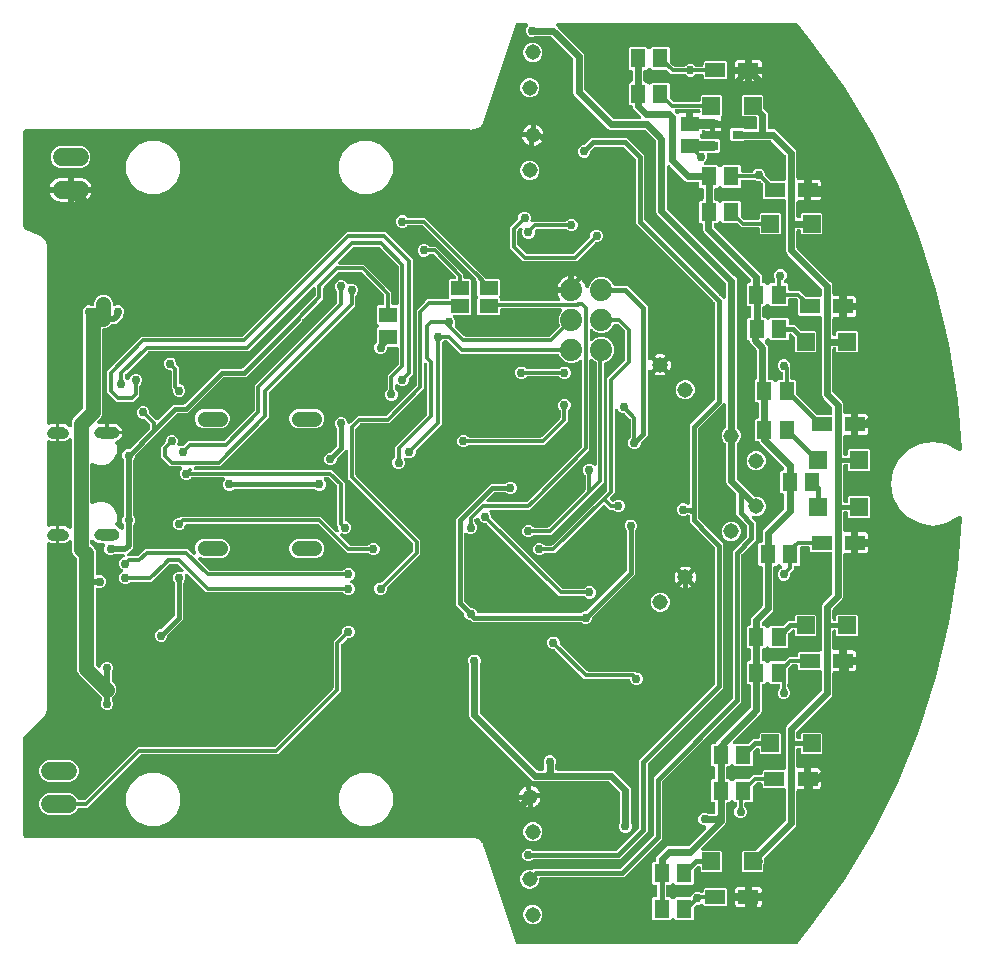
<source format=gbr>
G04 EAGLE Gerber RS-274X export*
G75*
%MOMM*%
%FSLAX34Y34*%
%LPD*%
%INBottom Copper*%
%IPPOS*%
%AMOC8*
5,1,8,0,0,1.08239X$1,22.5*%
G01*
%ADD10C,1.308000*%
%ADD11C,1.308000*%
%ADD12C,0.908000*%
%ADD13C,1.524000*%
%ADD14C,1.879600*%
%ADD15R,1.500000X1.500000*%
%ADD16R,1.300000X1.600000*%
%ADD17R,0.900000X0.800000*%
%ADD18R,1.600000X1.300000*%
%ADD19R,1.700000X1.250000*%
%ADD20R,1.600200X1.168400*%
%ADD21C,0.756400*%
%ADD22C,0.812800*%
%ADD23C,0.609600*%
%ADD24C,0.406400*%
%ADD25C,0.304800*%
%ADD26C,1.270000*%
%ADD27C,0.508000*%

G36*
X644449Y10165D02*
X644449Y10165D01*
X644482Y10162D01*
X644622Y10184D01*
X644762Y10201D01*
X644793Y10212D01*
X644826Y10217D01*
X644957Y10270D01*
X645090Y10318D01*
X645118Y10336D01*
X645149Y10349D01*
X645265Y10431D01*
X645383Y10507D01*
X645406Y10531D01*
X645433Y10550D01*
X645602Y10728D01*
X657102Y24986D01*
X657120Y25015D01*
X657156Y25057D01*
X684691Y63581D01*
X684712Y63618D01*
X684756Y63680D01*
X709223Y104222D01*
X709241Y104260D01*
X709280Y104325D01*
X730532Y146641D01*
X730547Y146681D01*
X730581Y146749D01*
X748490Y190584D01*
X748501Y190625D01*
X748531Y190695D01*
X762989Y235787D01*
X762997Y235828D01*
X763020Y235901D01*
X773941Y281978D01*
X773946Y282019D01*
X773963Y282093D01*
X781280Y328878D01*
X781282Y328920D01*
X781294Y328995D01*
X784569Y371134D01*
X784566Y371217D01*
X784567Y371223D01*
X784566Y371230D01*
X784563Y371293D01*
X784561Y371452D01*
X784557Y371467D01*
X784556Y371482D01*
X784515Y371635D01*
X784476Y371790D01*
X784469Y371804D01*
X784465Y371818D01*
X784389Y371958D01*
X784316Y372100D01*
X784306Y372111D01*
X784299Y372125D01*
X784193Y372244D01*
X784090Y372365D01*
X784078Y372374D01*
X784068Y372386D01*
X783938Y372478D01*
X783810Y372572D01*
X783796Y372578D01*
X783784Y372587D01*
X783636Y372647D01*
X783490Y372710D01*
X783475Y372713D01*
X783461Y372719D01*
X783304Y372744D01*
X783147Y372772D01*
X783132Y372771D01*
X783117Y372774D01*
X782958Y372762D01*
X782799Y372754D01*
X782784Y372750D01*
X782769Y372749D01*
X782617Y372702D01*
X782464Y372657D01*
X782451Y372650D01*
X782436Y372646D01*
X782298Y372565D01*
X782160Y372487D01*
X782146Y372476D01*
X782135Y372469D01*
X782107Y372442D01*
X781974Y372329D01*
X780891Y371246D01*
X770983Y366198D01*
X760000Y364458D01*
X749017Y366198D01*
X739109Y371246D01*
X731246Y379109D01*
X726198Y389017D01*
X724458Y400000D01*
X726198Y410983D01*
X731246Y420891D01*
X739109Y428754D01*
X749017Y433802D01*
X760000Y435542D01*
X770983Y433802D01*
X780891Y428754D01*
X781974Y427671D01*
X782098Y427572D01*
X782221Y427471D01*
X782235Y427464D01*
X782247Y427455D01*
X782390Y427387D01*
X782533Y427316D01*
X782548Y427312D01*
X782562Y427306D01*
X782717Y427272D01*
X782872Y427236D01*
X782888Y427236D01*
X782902Y427232D01*
X783061Y427235D01*
X783221Y427235D01*
X783236Y427238D01*
X783251Y427238D01*
X783405Y427277D01*
X783560Y427313D01*
X783574Y427320D01*
X783589Y427323D01*
X783731Y427396D01*
X783873Y427466D01*
X783885Y427476D01*
X783899Y427483D01*
X784020Y427586D01*
X784143Y427687D01*
X784152Y427699D01*
X784164Y427709D01*
X784259Y427837D01*
X784356Y427963D01*
X784362Y427977D01*
X784371Y427989D01*
X784434Y428135D01*
X784500Y428280D01*
X784503Y428295D01*
X784509Y428309D01*
X784537Y428465D01*
X784569Y428622D01*
X784569Y428640D01*
X784571Y428652D01*
X784569Y428691D01*
X784569Y428866D01*
X781294Y471005D01*
X781286Y471046D01*
X781280Y471122D01*
X773963Y517907D01*
X773952Y517947D01*
X773941Y518022D01*
X763020Y564099D01*
X763006Y564138D01*
X762989Y564213D01*
X748531Y609304D01*
X748513Y609343D01*
X748490Y609415D01*
X730581Y653251D01*
X730561Y653288D01*
X730532Y653359D01*
X709280Y695675D01*
X709258Y695710D01*
X709223Y695778D01*
X684756Y736320D01*
X684731Y736353D01*
X684691Y736419D01*
X657156Y774943D01*
X657134Y774968D01*
X657102Y775014D01*
X645602Y789272D01*
X645578Y789296D01*
X645559Y789323D01*
X645454Y789417D01*
X645353Y789517D01*
X645325Y789534D01*
X645300Y789556D01*
X645176Y789625D01*
X645056Y789698D01*
X645024Y789709D01*
X644995Y789725D01*
X644859Y789763D01*
X644725Y789808D01*
X644692Y789811D01*
X644660Y789820D01*
X644416Y789839D01*
X442553Y789839D01*
X442453Y789828D01*
X442353Y789826D01*
X442281Y789808D01*
X442207Y789799D01*
X442112Y789766D01*
X442015Y789741D01*
X441949Y789707D01*
X441879Y789682D01*
X441794Y789627D01*
X441705Y789581D01*
X441648Y789533D01*
X441586Y789493D01*
X441516Y789421D01*
X441440Y789356D01*
X441395Y789296D01*
X441344Y789242D01*
X441292Y789156D01*
X441232Y789075D01*
X441203Y789007D01*
X441165Y788943D01*
X441134Y788847D01*
X441094Y788755D01*
X441081Y788682D01*
X441059Y788611D01*
X441051Y788511D01*
X441033Y788412D01*
X441037Y788338D01*
X441031Y788264D01*
X441046Y788164D01*
X441051Y788064D01*
X441071Y787993D01*
X441082Y787919D01*
X441119Y787826D01*
X441147Y787729D01*
X441184Y787664D01*
X441211Y787595D01*
X441268Y787513D01*
X441317Y787425D01*
X441383Y787349D01*
X441410Y787309D01*
X441436Y787285D01*
X441476Y787239D01*
X443003Y785712D01*
X464125Y764590D01*
X464821Y762910D01*
X464821Y734045D01*
X464835Y733919D01*
X464842Y733793D01*
X464855Y733747D01*
X464861Y733699D01*
X464903Y733580D01*
X464938Y733458D01*
X464962Y733416D01*
X464978Y733371D01*
X465047Y733264D01*
X465108Y733154D01*
X465148Y733108D01*
X465167Y733078D01*
X465202Y733044D01*
X465267Y732968D01*
X489128Y709107D01*
X489227Y709028D01*
X489321Y708944D01*
X489363Y708920D01*
X489401Y708890D01*
X489515Y708836D01*
X489626Y708775D01*
X489672Y708762D01*
X489716Y708741D01*
X489839Y708715D01*
X489961Y708680D01*
X490022Y708675D01*
X490057Y708668D01*
X490105Y708669D01*
X490205Y708661D01*
X511695Y708661D01*
X511795Y708672D01*
X511895Y708674D01*
X511967Y708692D01*
X512041Y708701D01*
X512136Y708734D01*
X512233Y708759D01*
X512299Y708793D01*
X512369Y708818D01*
X512454Y708873D01*
X512543Y708919D01*
X512600Y708967D01*
X512662Y709007D01*
X512732Y709079D01*
X512808Y709144D01*
X512853Y709204D01*
X512904Y709258D01*
X512956Y709344D01*
X513016Y709425D01*
X513045Y709493D01*
X513083Y709557D01*
X513114Y709653D01*
X513154Y709745D01*
X513167Y709818D01*
X513189Y709889D01*
X513197Y709989D01*
X513215Y710088D01*
X513211Y710162D01*
X513217Y710236D01*
X513202Y710336D01*
X513197Y710436D01*
X513177Y710507D01*
X513166Y710581D01*
X513129Y710674D01*
X513101Y710771D01*
X513064Y710836D01*
X513037Y710905D01*
X512980Y710987D01*
X512931Y711075D01*
X512865Y711151D01*
X512838Y711191D01*
X512812Y711215D01*
X512772Y711261D01*
X506623Y717410D01*
X505906Y719143D01*
X505904Y719151D01*
X505887Y719298D01*
X505879Y719323D01*
X505875Y719349D01*
X505820Y719487D01*
X505770Y719626D01*
X505756Y719648D01*
X505746Y719673D01*
X505661Y719794D01*
X505581Y719919D01*
X505562Y719937D01*
X505547Y719959D01*
X505437Y720058D01*
X505330Y720161D01*
X505308Y720175D01*
X505288Y720192D01*
X505158Y720264D01*
X505031Y720340D01*
X505006Y720348D01*
X504983Y720361D01*
X504840Y720401D01*
X504699Y720446D01*
X504673Y720448D01*
X504648Y720456D01*
X504404Y720475D01*
X503368Y720475D01*
X502475Y721368D01*
X502475Y738632D01*
X503368Y739525D01*
X504404Y739525D01*
X504430Y739528D01*
X504456Y739526D01*
X504603Y739548D01*
X504750Y739565D01*
X504775Y739573D01*
X504801Y739577D01*
X504939Y739632D01*
X505078Y739682D01*
X505100Y739696D01*
X505125Y739706D01*
X505246Y739791D01*
X505371Y739871D01*
X505389Y739890D01*
X505411Y739905D01*
X505510Y740015D01*
X505613Y740122D01*
X505627Y740144D01*
X505644Y740164D01*
X505716Y740294D01*
X505792Y740421D01*
X505800Y740446D01*
X505813Y740469D01*
X505853Y740612D01*
X505898Y740753D01*
X505900Y740779D01*
X505908Y740804D01*
X505927Y741048D01*
X505927Y748952D01*
X505925Y748972D01*
X505926Y748989D01*
X505926Y748994D01*
X505926Y749004D01*
X505904Y749151D01*
X505887Y749298D01*
X505879Y749323D01*
X505875Y749349D01*
X505820Y749487D01*
X505770Y749626D01*
X505756Y749648D01*
X505746Y749673D01*
X505661Y749794D01*
X505581Y749919D01*
X505562Y749937D01*
X505547Y749959D01*
X505437Y750058D01*
X505330Y750161D01*
X505308Y750175D01*
X505288Y750192D01*
X505158Y750264D01*
X505031Y750340D01*
X505006Y750348D01*
X504983Y750361D01*
X504840Y750401D01*
X504699Y750446D01*
X504673Y750448D01*
X504648Y750456D01*
X504404Y750475D01*
X503368Y750475D01*
X502475Y751368D01*
X502475Y768632D01*
X503368Y769525D01*
X517632Y769525D01*
X518923Y768233D01*
X518943Y768217D01*
X518960Y768197D01*
X519080Y768109D01*
X519196Y768017D01*
X519220Y768006D01*
X519241Y767990D01*
X519377Y767931D01*
X519511Y767868D01*
X519537Y767862D01*
X519561Y767852D01*
X519707Y767826D01*
X519852Y767794D01*
X519878Y767795D01*
X519904Y767790D01*
X520052Y767798D01*
X520200Y767800D01*
X520226Y767807D01*
X520252Y767808D01*
X520394Y767849D01*
X520538Y767885D01*
X520561Y767897D01*
X520587Y767905D01*
X520716Y767977D01*
X520848Y768045D01*
X520868Y768062D01*
X520891Y768075D01*
X521077Y768233D01*
X522368Y769525D01*
X536632Y769525D01*
X537525Y768632D01*
X537525Y756918D01*
X537539Y756792D01*
X537546Y756666D01*
X537559Y756620D01*
X537565Y756572D01*
X537607Y756453D01*
X537642Y756331D01*
X537666Y756289D01*
X537682Y756243D01*
X537751Y756137D01*
X537812Y756027D01*
X537852Y755981D01*
X537871Y755951D01*
X537906Y755917D01*
X537971Y755841D01*
X540509Y753303D01*
X540608Y753224D01*
X540702Y753140D01*
X540744Y753116D01*
X540782Y753086D01*
X540896Y753032D01*
X541007Y752971D01*
X541053Y752958D01*
X541097Y752937D01*
X541220Y752911D01*
X541342Y752876D01*
X541403Y752871D01*
X541438Y752864D01*
X541486Y752865D01*
X541586Y752857D01*
X549649Y752857D01*
X549775Y752871D01*
X549901Y752878D01*
X549947Y752891D01*
X549995Y752897D01*
X550114Y752939D01*
X550236Y752974D01*
X550278Y752998D01*
X550323Y753014D01*
X550430Y753083D01*
X550540Y753144D01*
X550586Y753184D01*
X550616Y753203D01*
X550650Y753238D01*
X550726Y753303D01*
X551730Y754307D01*
X553680Y755115D01*
X555792Y755115D01*
X557742Y754307D01*
X558746Y753303D01*
X558845Y753224D01*
X558939Y753140D01*
X558981Y753116D01*
X559019Y753086D01*
X559133Y753032D01*
X559244Y752971D01*
X559290Y752958D01*
X559334Y752937D01*
X559457Y752911D01*
X559579Y752876D01*
X559640Y752871D01*
X559675Y752864D01*
X559723Y752865D01*
X559823Y752857D01*
X564452Y752857D01*
X564478Y752860D01*
X564504Y752858D01*
X564651Y752880D01*
X564798Y752897D01*
X564823Y752905D01*
X564849Y752909D01*
X564987Y752964D01*
X565126Y753014D01*
X565148Y753028D01*
X565173Y753038D01*
X565294Y753123D01*
X565419Y753203D01*
X565437Y753222D01*
X565459Y753237D01*
X565558Y753347D01*
X565661Y753454D01*
X565675Y753476D01*
X565692Y753496D01*
X565764Y753626D01*
X565840Y753753D01*
X565848Y753778D01*
X565861Y753801D01*
X565901Y753944D01*
X565946Y754085D01*
X565948Y754111D01*
X565956Y754136D01*
X565975Y754380D01*
X565975Y756882D01*
X566868Y757775D01*
X585132Y757775D01*
X586025Y756882D01*
X586025Y743118D01*
X585132Y742225D01*
X566868Y742225D01*
X565975Y743118D01*
X565975Y745236D01*
X565972Y745262D01*
X565974Y745288D01*
X565952Y745435D01*
X565935Y745582D01*
X565927Y745607D01*
X565923Y745633D01*
X565868Y745771D01*
X565818Y745910D01*
X565804Y745932D01*
X565794Y745957D01*
X565709Y746078D01*
X565629Y746203D01*
X565610Y746221D01*
X565595Y746243D01*
X565485Y746342D01*
X565378Y746445D01*
X565356Y746459D01*
X565336Y746476D01*
X565206Y746548D01*
X565079Y746624D01*
X565054Y746632D01*
X565031Y746645D01*
X564888Y746685D01*
X564747Y746730D01*
X564721Y746732D01*
X564696Y746740D01*
X564452Y746759D01*
X559823Y746759D01*
X559697Y746745D01*
X559571Y746738D01*
X559525Y746725D01*
X559477Y746719D01*
X559358Y746677D01*
X559236Y746642D01*
X559194Y746618D01*
X559149Y746602D01*
X559043Y746533D01*
X558932Y746472D01*
X558886Y746432D01*
X558856Y746413D01*
X558822Y746378D01*
X558746Y746313D01*
X557742Y745309D01*
X555792Y744501D01*
X553680Y744501D01*
X551730Y745309D01*
X550726Y746313D01*
X550627Y746392D01*
X550533Y746476D01*
X550491Y746500D01*
X550453Y746530D01*
X550339Y746584D01*
X550228Y746645D01*
X550182Y746658D01*
X550138Y746679D01*
X550015Y746705D01*
X549893Y746740D01*
X549832Y746745D01*
X549797Y746752D01*
X549749Y746751D01*
X549649Y746759D01*
X538429Y746759D01*
X535159Y750029D01*
X535060Y750108D01*
X534966Y750192D01*
X534924Y750216D01*
X534886Y750246D01*
X534772Y750300D01*
X534661Y750361D01*
X534615Y750374D01*
X534571Y750395D01*
X534448Y750421D01*
X534326Y750456D01*
X534265Y750461D01*
X534231Y750468D01*
X534183Y750467D01*
X534082Y750475D01*
X522368Y750475D01*
X521077Y751767D01*
X521057Y751783D01*
X521040Y751803D01*
X520920Y751891D01*
X520804Y751983D01*
X520780Y751994D01*
X520759Y752010D01*
X520623Y752069D01*
X520489Y752132D01*
X520463Y752138D01*
X520439Y752148D01*
X520293Y752174D01*
X520148Y752206D01*
X520122Y752205D01*
X520096Y752210D01*
X519948Y752202D01*
X519800Y752200D01*
X519774Y752193D01*
X519748Y752192D01*
X519606Y752151D01*
X519462Y752115D01*
X519439Y752103D01*
X519413Y752095D01*
X519284Y752023D01*
X519152Y751955D01*
X519132Y751938D01*
X519109Y751925D01*
X518923Y751767D01*
X517632Y750475D01*
X516596Y750475D01*
X516570Y750472D01*
X516544Y750474D01*
X516397Y750452D01*
X516250Y750435D01*
X516225Y750427D01*
X516199Y750423D01*
X516061Y750368D01*
X515922Y750318D01*
X515900Y750304D01*
X515875Y750294D01*
X515754Y750209D01*
X515629Y750129D01*
X515611Y750110D01*
X515589Y750095D01*
X515490Y749985D01*
X515387Y749878D01*
X515373Y749856D01*
X515356Y749836D01*
X515284Y749706D01*
X515208Y749579D01*
X515200Y749554D01*
X515187Y749531D01*
X515147Y749388D01*
X515102Y749247D01*
X515100Y749221D01*
X515092Y749196D01*
X515073Y748952D01*
X515073Y741048D01*
X515076Y741022D01*
X515074Y740996D01*
X515096Y740849D01*
X515113Y740702D01*
X515121Y740677D01*
X515125Y740651D01*
X515180Y740513D01*
X515230Y740374D01*
X515244Y740352D01*
X515254Y740327D01*
X515339Y740206D01*
X515419Y740081D01*
X515438Y740063D01*
X515453Y740041D01*
X515563Y739942D01*
X515670Y739839D01*
X515692Y739825D01*
X515712Y739808D01*
X515842Y739736D01*
X515969Y739660D01*
X515994Y739652D01*
X516017Y739639D01*
X516160Y739599D01*
X516301Y739554D01*
X516327Y739552D01*
X516352Y739544D01*
X516596Y739525D01*
X517632Y739525D01*
X518923Y738233D01*
X518943Y738217D01*
X518960Y738197D01*
X519080Y738109D01*
X519196Y738017D01*
X519220Y738006D01*
X519241Y737990D01*
X519377Y737931D01*
X519511Y737868D01*
X519537Y737862D01*
X519561Y737852D01*
X519707Y737826D01*
X519852Y737794D01*
X519878Y737795D01*
X519904Y737790D01*
X520052Y737798D01*
X520200Y737800D01*
X520226Y737807D01*
X520252Y737808D01*
X520394Y737849D01*
X520538Y737885D01*
X520561Y737897D01*
X520587Y737905D01*
X520716Y737977D01*
X520848Y738045D01*
X520868Y738062D01*
X520891Y738075D01*
X521077Y738233D01*
X522368Y739525D01*
X536632Y739525D01*
X537525Y738632D01*
X537525Y726918D01*
X537539Y726792D01*
X537546Y726666D01*
X537559Y726620D01*
X537565Y726572D01*
X537607Y726453D01*
X537642Y726331D01*
X537666Y726289D01*
X537682Y726243D01*
X537751Y726137D01*
X537812Y726027D01*
X537852Y725981D01*
X537871Y725951D01*
X537906Y725917D01*
X537971Y725841D01*
X540317Y723495D01*
X540416Y723416D01*
X540510Y723332D01*
X540552Y723308D01*
X540590Y723278D01*
X540704Y723224D01*
X540815Y723163D01*
X540861Y723150D01*
X540905Y723129D01*
X541028Y723103D01*
X541150Y723068D01*
X541211Y723063D01*
X541246Y723056D01*
X541294Y723057D01*
X541394Y723049D01*
X561952Y723049D01*
X561978Y723052D01*
X562004Y723050D01*
X562151Y723072D01*
X562298Y723089D01*
X562323Y723097D01*
X562349Y723101D01*
X562487Y723156D01*
X562626Y723206D01*
X562648Y723220D01*
X562673Y723230D01*
X562794Y723315D01*
X562919Y723395D01*
X562937Y723414D01*
X562959Y723429D01*
X563058Y723539D01*
X563161Y723646D01*
X563175Y723668D01*
X563192Y723688D01*
X563264Y723818D01*
X563340Y723945D01*
X563348Y723970D01*
X563361Y723993D01*
X563401Y724136D01*
X563446Y724277D01*
X563448Y724303D01*
X563456Y724328D01*
X563475Y724572D01*
X563475Y728132D01*
X564368Y729025D01*
X580632Y729025D01*
X581525Y728132D01*
X581525Y711868D01*
X581029Y711372D01*
X580934Y711253D01*
X580837Y711139D01*
X580827Y711118D01*
X580812Y711099D01*
X580747Y710962D01*
X580679Y710828D01*
X580673Y710805D01*
X580663Y710784D01*
X580631Y710637D01*
X580595Y710490D01*
X580595Y710466D01*
X580590Y710443D01*
X580592Y710293D01*
X580590Y710141D01*
X580595Y710114D01*
X580596Y710095D01*
X580607Y710050D01*
X580634Y709901D01*
X580841Y709131D01*
X580841Y706795D01*
X574276Y706795D01*
X574250Y706792D01*
X574224Y706794D01*
X574077Y706772D01*
X573930Y706755D01*
X573905Y706747D01*
X573879Y706743D01*
X573798Y706710D01*
X573760Y706721D01*
X573619Y706766D01*
X573593Y706768D01*
X573568Y706776D01*
X573324Y706795D01*
X566675Y706795D01*
X566652Y706855D01*
X566602Y706994D01*
X566588Y707016D01*
X566578Y707041D01*
X566493Y707162D01*
X566413Y707287D01*
X566394Y707305D01*
X566379Y707327D01*
X566269Y707426D01*
X566162Y707529D01*
X566140Y707543D01*
X566120Y707560D01*
X565990Y707632D01*
X565863Y707708D01*
X565838Y707716D01*
X565815Y707729D01*
X565672Y707769D01*
X565531Y707814D01*
X565505Y707816D01*
X565480Y707824D01*
X565236Y707843D01*
X557291Y707843D01*
X557291Y713837D01*
X561952Y713837D01*
X561978Y713840D01*
X562004Y713838D01*
X562151Y713860D01*
X562298Y713877D01*
X562323Y713885D01*
X562349Y713889D01*
X562487Y713944D01*
X562626Y713994D01*
X562648Y714008D01*
X562673Y714018D01*
X562794Y714103D01*
X562919Y714183D01*
X562937Y714202D01*
X562959Y714217D01*
X563058Y714327D01*
X563161Y714434D01*
X563175Y714456D01*
X563192Y714476D01*
X563264Y714606D01*
X563340Y714733D01*
X563348Y714758D01*
X563361Y714781D01*
X563401Y714924D01*
X563446Y715065D01*
X563448Y715091D01*
X563456Y715116D01*
X563475Y715360D01*
X563475Y715428D01*
X563472Y715453D01*
X563474Y715478D01*
X563474Y715479D01*
X563474Y715480D01*
X563452Y715627D01*
X563435Y715774D01*
X563427Y715799D01*
X563423Y715825D01*
X563368Y715963D01*
X563318Y716102D01*
X563304Y716124D01*
X563294Y716149D01*
X563209Y716270D01*
X563129Y716395D01*
X563110Y716413D01*
X563095Y716435D01*
X562985Y716534D01*
X562878Y716637D01*
X562856Y716651D01*
X562836Y716668D01*
X562706Y716740D01*
X562579Y716816D01*
X562554Y716824D01*
X562531Y716837D01*
X562388Y716877D01*
X562247Y716922D01*
X562221Y716924D01*
X562196Y716932D01*
X561952Y716951D01*
X542873Y716951D01*
X542773Y716940D01*
X542673Y716938D01*
X542601Y716920D01*
X542527Y716911D01*
X542432Y716878D01*
X542335Y716853D01*
X542269Y716819D01*
X542199Y716794D01*
X542114Y716739D01*
X542025Y716693D01*
X541968Y716645D01*
X541906Y716605D01*
X541836Y716533D01*
X541760Y716468D01*
X541715Y716408D01*
X541664Y716354D01*
X541612Y716268D01*
X541552Y716187D01*
X541523Y716119D01*
X541485Y716055D01*
X541454Y715959D01*
X541414Y715867D01*
X541401Y715794D01*
X541379Y715723D01*
X541371Y715623D01*
X541353Y715524D01*
X541357Y715450D01*
X541351Y715376D01*
X541366Y715276D01*
X541371Y715176D01*
X541391Y715105D01*
X541402Y715031D01*
X541439Y714938D01*
X541467Y714841D01*
X541504Y714776D01*
X541531Y714707D01*
X541588Y714625D01*
X541637Y714537D01*
X541703Y714461D01*
X541730Y714421D01*
X541732Y714419D01*
X541733Y714419D01*
X541757Y714396D01*
X541796Y714351D01*
X542674Y713472D01*
X542675Y713472D01*
X542676Y713471D01*
X542815Y713361D01*
X542947Y713256D01*
X542949Y713255D01*
X542950Y713254D01*
X543110Y713179D01*
X543262Y713107D01*
X543264Y713107D01*
X543265Y713106D01*
X543439Y713069D01*
X543603Y713034D01*
X543604Y713034D01*
X543606Y713033D01*
X543789Y713037D01*
X543952Y713040D01*
X543953Y713040D01*
X543954Y713040D01*
X544127Y713084D01*
X544290Y713125D01*
X544291Y713125D01*
X544292Y713126D01*
X544513Y713230D01*
X545263Y713664D01*
X545909Y713837D01*
X551197Y713837D01*
X551197Y706320D01*
X551200Y706294D01*
X551198Y706268D01*
X551220Y706121D01*
X551237Y705974D01*
X551245Y705949D01*
X551249Y705923D01*
X551304Y705785D01*
X551354Y705646D01*
X551368Y705624D01*
X551378Y705599D01*
X551463Y705478D01*
X551543Y705353D01*
X551562Y705335D01*
X551577Y705313D01*
X551687Y705214D01*
X551794Y705111D01*
X551816Y705097D01*
X551836Y705080D01*
X551966Y705008D01*
X552093Y704932D01*
X552118Y704924D01*
X552141Y704911D01*
X552284Y704871D01*
X552425Y704826D01*
X552451Y704824D01*
X552476Y704816D01*
X552720Y704797D01*
X554245Y704797D01*
X554245Y703272D01*
X554248Y703246D01*
X554246Y703220D01*
X554268Y703073D01*
X554285Y702926D01*
X554294Y702901D01*
X554297Y702875D01*
X554352Y702737D01*
X554402Y702598D01*
X554416Y702576D01*
X554426Y702551D01*
X554511Y702430D01*
X554591Y702305D01*
X554610Y702287D01*
X554625Y702265D01*
X554735Y702166D01*
X554842Y702063D01*
X554864Y702049D01*
X554884Y702032D01*
X555014Y701960D01*
X555141Y701884D01*
X555166Y701876D01*
X555189Y701863D01*
X555332Y701823D01*
X555473Y701778D01*
X555499Y701776D01*
X555524Y701768D01*
X555768Y701749D01*
X565236Y701749D01*
X565262Y701752D01*
X565288Y701750D01*
X565435Y701772D01*
X565582Y701789D01*
X565607Y701797D01*
X565633Y701801D01*
X565771Y701856D01*
X565910Y701906D01*
X565932Y701920D01*
X565957Y701930D01*
X566078Y702015D01*
X566203Y702095D01*
X566221Y702114D01*
X566243Y702129D01*
X566342Y702239D01*
X566445Y702346D01*
X566459Y702368D01*
X566476Y702388D01*
X566548Y702518D01*
X566624Y702645D01*
X566632Y702670D01*
X566645Y702693D01*
X566674Y702797D01*
X571801Y702797D01*
X571801Y698255D01*
X568965Y698255D01*
X568319Y698428D01*
X567740Y698763D01*
X567385Y699118D01*
X567307Y699180D01*
X567234Y699250D01*
X567170Y699288D01*
X567112Y699334D01*
X567021Y699377D01*
X566935Y699429D01*
X566864Y699452D01*
X566797Y699483D01*
X566699Y699504D01*
X566603Y699535D01*
X566529Y699541D01*
X566456Y699557D01*
X566356Y699555D01*
X566256Y699563D01*
X566182Y699552D01*
X566108Y699551D01*
X566010Y699526D01*
X565911Y699511D01*
X565842Y699484D01*
X565770Y699466D01*
X565681Y699420D01*
X565587Y699383D01*
X565526Y699340D01*
X565460Y699306D01*
X565384Y699241D01*
X565301Y699184D01*
X565251Y699129D01*
X565195Y699080D01*
X565135Y698999D01*
X565068Y698925D01*
X565032Y698860D01*
X564987Y698800D01*
X564948Y698708D01*
X564899Y698620D01*
X564879Y698548D01*
X564849Y698480D01*
X564832Y698381D01*
X564804Y698284D01*
X564796Y698184D01*
X564788Y698137D01*
X564790Y698101D01*
X564785Y698041D01*
X564785Y697961D01*
X564612Y697315D01*
X564277Y696736D01*
X563804Y696263D01*
X563386Y696022D01*
X563345Y695991D01*
X563300Y695968D01*
X563206Y695888D01*
X563106Y695814D01*
X563073Y695775D01*
X563035Y695742D01*
X562961Y695643D01*
X562881Y695548D01*
X562858Y695503D01*
X562827Y695462D01*
X562778Y695348D01*
X562722Y695238D01*
X562710Y695189D01*
X562689Y695142D01*
X562668Y695020D01*
X562638Y694900D01*
X562637Y694849D01*
X562628Y694799D01*
X562634Y694675D01*
X562632Y694552D01*
X562643Y694502D01*
X562646Y694451D01*
X562680Y694332D01*
X562706Y694211D01*
X562728Y694165D01*
X562742Y694116D01*
X562803Y694008D01*
X562856Y693896D01*
X562887Y693856D01*
X562912Y693812D01*
X563071Y693625D01*
X563769Y692928D01*
X563769Y692908D01*
X563772Y692882D01*
X563770Y692856D01*
X563792Y692709D01*
X563809Y692562D01*
X563817Y692537D01*
X563821Y692511D01*
X563876Y692373D01*
X563926Y692234D01*
X563940Y692212D01*
X563950Y692187D01*
X564035Y692066D01*
X564115Y691941D01*
X564134Y691923D01*
X564149Y691901D01*
X564259Y691802D01*
X564366Y691699D01*
X564388Y691685D01*
X564408Y691668D01*
X564538Y691596D01*
X564665Y691520D01*
X564690Y691512D01*
X564713Y691499D01*
X564856Y691459D01*
X564997Y691414D01*
X565023Y691412D01*
X565048Y691404D01*
X565292Y691385D01*
X574968Y691385D01*
X575121Y691341D01*
X575123Y691341D01*
X575125Y691340D01*
X575369Y691321D01*
X578932Y691321D01*
X579825Y690428D01*
X579825Y681164D01*
X578932Y680271D01*
X575369Y680271D01*
X575367Y680271D01*
X575365Y680271D01*
X575193Y680251D01*
X575023Y680231D01*
X575021Y680231D01*
X575019Y680230D01*
X574947Y680207D01*
X570433Y680207D01*
X570283Y680190D01*
X570133Y680178D01*
X570110Y680170D01*
X570086Y680167D01*
X569945Y680117D01*
X569802Y680070D01*
X569781Y680058D01*
X569758Y680050D01*
X569632Y679968D01*
X569503Y679891D01*
X569486Y679874D01*
X569466Y679861D01*
X569361Y679753D01*
X569253Y679648D01*
X569240Y679628D01*
X569223Y679610D01*
X569146Y679481D01*
X569065Y679355D01*
X569057Y679332D01*
X569045Y679311D01*
X568999Y679168D01*
X568948Y679026D01*
X568946Y679002D01*
X568938Y678979D01*
X568926Y678830D01*
X568909Y678680D01*
X568912Y678656D01*
X568910Y678632D01*
X568933Y678483D01*
X568950Y678334D01*
X568959Y678306D01*
X568962Y678287D01*
X568979Y678243D01*
X569025Y678101D01*
X569187Y677712D01*
X569187Y675600D01*
X568379Y673650D01*
X566854Y672125D01*
X566791Y672046D01*
X566722Y671974D01*
X566683Y671910D01*
X566637Y671852D01*
X566594Y671761D01*
X566543Y671675D01*
X566520Y671604D01*
X566488Y671537D01*
X566467Y671439D01*
X566437Y671343D01*
X566431Y671269D01*
X566415Y671196D01*
X566417Y671096D01*
X566409Y670996D01*
X566420Y670922D01*
X566421Y670848D01*
X566445Y670751D01*
X566460Y670651D01*
X566488Y670582D01*
X566506Y670510D01*
X566552Y670421D01*
X566589Y670327D01*
X566632Y670266D01*
X566666Y670200D01*
X566731Y670124D01*
X566788Y670041D01*
X566843Y669991D01*
X566891Y669935D01*
X566972Y669875D01*
X567047Y669808D01*
X567112Y669772D01*
X567172Y669727D01*
X567264Y669688D01*
X567352Y669639D01*
X567423Y669619D01*
X567492Y669589D01*
X567591Y669572D01*
X567687Y669544D01*
X567787Y669536D01*
X567835Y669528D01*
X567870Y669530D01*
X567931Y669525D01*
X577632Y669525D01*
X578923Y668233D01*
X578943Y668217D01*
X578960Y668197D01*
X579080Y668109D01*
X579196Y668017D01*
X579220Y668006D01*
X579241Y667990D01*
X579377Y667931D01*
X579511Y667868D01*
X579537Y667862D01*
X579561Y667852D01*
X579707Y667826D01*
X579852Y667794D01*
X579878Y667795D01*
X579904Y667790D01*
X580052Y667798D01*
X580200Y667800D01*
X580226Y667807D01*
X580252Y667808D01*
X580394Y667849D01*
X580538Y667885D01*
X580561Y667897D01*
X580587Y667905D01*
X580716Y667977D01*
X580848Y668045D01*
X580868Y668062D01*
X580891Y668075D01*
X581077Y668233D01*
X582368Y669525D01*
X596632Y669525D01*
X597525Y668632D01*
X597525Y664572D01*
X597528Y664546D01*
X597526Y664520D01*
X597548Y664373D01*
X597565Y664226D01*
X597573Y664201D01*
X597577Y664175D01*
X597632Y664037D01*
X597682Y663898D01*
X597696Y663876D01*
X597706Y663851D01*
X597791Y663730D01*
X597871Y663605D01*
X597890Y663587D01*
X597905Y663565D01*
X598015Y663466D01*
X598122Y663363D01*
X598144Y663349D01*
X598164Y663332D01*
X598294Y663260D01*
X598421Y663184D01*
X598446Y663176D01*
X598469Y663163D01*
X598612Y663123D01*
X598753Y663078D01*
X598779Y663076D01*
X598804Y663068D01*
X599048Y663049D01*
X606563Y663049D01*
X606638Y663057D01*
X606715Y663056D01*
X606811Y663077D01*
X606909Y663089D01*
X606981Y663114D01*
X607055Y663131D01*
X607144Y663173D01*
X607237Y663206D01*
X607301Y663248D01*
X607370Y663280D01*
X607447Y663342D01*
X607530Y663395D01*
X607583Y663450D01*
X607643Y663498D01*
X607703Y663575D01*
X607772Y663646D01*
X607811Y663711D01*
X607858Y663771D01*
X607927Y663904D01*
X607951Y663945D01*
X607957Y663963D01*
X607970Y663989D01*
X608149Y664422D01*
X609642Y665915D01*
X611592Y666723D01*
X613704Y666723D01*
X615654Y665915D01*
X617147Y664422D01*
X617955Y662472D01*
X617955Y661596D01*
X617969Y661470D01*
X617976Y661344D01*
X617989Y661298D01*
X617995Y661250D01*
X618037Y661131D01*
X618072Y661009D01*
X618096Y660967D01*
X618112Y660921D01*
X618181Y660815D01*
X618242Y660705D01*
X618282Y660659D01*
X618301Y660629D01*
X618336Y660595D01*
X618401Y660519D01*
X622251Y656669D01*
X622350Y656590D01*
X622444Y656506D01*
X622486Y656482D01*
X622524Y656452D01*
X622638Y656398D01*
X622749Y656337D01*
X622795Y656324D01*
X622839Y656303D01*
X622962Y656277D01*
X623084Y656242D01*
X623145Y656237D01*
X623179Y656230D01*
X623227Y656231D01*
X623328Y656223D01*
X633984Y656223D01*
X634010Y656226D01*
X634036Y656224D01*
X634183Y656246D01*
X634330Y656263D01*
X634355Y656271D01*
X634381Y656275D01*
X634519Y656330D01*
X634658Y656380D01*
X634680Y656394D01*
X634705Y656404D01*
X634826Y656489D01*
X634951Y656569D01*
X634969Y656588D01*
X634991Y656603D01*
X635090Y656713D01*
X635193Y656820D01*
X635207Y656842D01*
X635224Y656862D01*
X635296Y656992D01*
X635372Y657119D01*
X635380Y657144D01*
X635393Y657167D01*
X635433Y657310D01*
X635478Y657451D01*
X635480Y657477D01*
X635488Y657502D01*
X635507Y657746D01*
X635507Y677179D01*
X635493Y677305D01*
X635486Y677431D01*
X635473Y677477D01*
X635467Y677525D01*
X635425Y677644D01*
X635390Y677766D01*
X635366Y677808D01*
X635350Y677853D01*
X635281Y677960D01*
X635220Y678070D01*
X635180Y678116D01*
X635161Y678146D01*
X635126Y678180D01*
X635061Y678256D01*
X623040Y690277D01*
X622941Y690356D01*
X622847Y690440D01*
X622805Y690464D01*
X622767Y690494D01*
X622653Y690548D01*
X622542Y690609D01*
X622496Y690622D01*
X622452Y690643D01*
X622329Y690669D01*
X622207Y690704D01*
X622146Y690709D01*
X622111Y690716D01*
X622063Y690715D01*
X621963Y690723D01*
X601515Y690723D01*
X601389Y690709D01*
X601263Y690702D01*
X601216Y690689D01*
X601168Y690683D01*
X601049Y690641D01*
X600928Y690606D01*
X600886Y690582D01*
X600840Y690566D01*
X600734Y690497D01*
X600624Y690436D01*
X600577Y690396D01*
X600547Y690377D01*
X600514Y690342D01*
X600437Y690277D01*
X599932Y689771D01*
X589668Y689771D01*
X588775Y690664D01*
X588775Y699928D01*
X589668Y700821D01*
X599932Y700821D01*
X600437Y700315D01*
X600536Y700236D01*
X600630Y700152D01*
X600673Y700128D01*
X600710Y700098D01*
X600825Y700044D01*
X600935Y699983D01*
X600982Y699970D01*
X601026Y699949D01*
X601149Y699923D01*
X601271Y699888D01*
X601331Y699883D01*
X601366Y699876D01*
X601414Y699877D01*
X601515Y699869D01*
X609600Y699869D01*
X609626Y699872D01*
X609652Y699870D01*
X609799Y699892D01*
X609946Y699909D01*
X609971Y699917D01*
X609997Y699921D01*
X610135Y699976D01*
X610274Y700026D01*
X610296Y700040D01*
X610321Y700050D01*
X610442Y700135D01*
X610567Y700215D01*
X610585Y700234D01*
X610607Y700249D01*
X610706Y700359D01*
X610809Y700466D01*
X610823Y700488D01*
X610840Y700508D01*
X610912Y700638D01*
X610988Y700765D01*
X610996Y700790D01*
X611009Y700813D01*
X611049Y700956D01*
X611094Y701097D01*
X611096Y701123D01*
X611104Y701148D01*
X611123Y701392D01*
X611123Y709279D01*
X611109Y709405D01*
X611102Y709531D01*
X611089Y709577D01*
X611083Y709625D01*
X611041Y709744D01*
X611006Y709865D01*
X610982Y709908D01*
X610966Y709953D01*
X610897Y710060D01*
X610836Y710170D01*
X610796Y710216D01*
X610777Y710246D01*
X610742Y710280D01*
X610677Y710356D01*
X610504Y710529D01*
X610405Y710608D01*
X610311Y710692D01*
X610269Y710716D01*
X610231Y710746D01*
X610117Y710800D01*
X610006Y710861D01*
X609960Y710874D01*
X609916Y710895D01*
X609792Y710921D01*
X609671Y710956D01*
X609610Y710961D01*
X609575Y710968D01*
X609527Y710967D01*
X609427Y710975D01*
X599368Y710975D01*
X598475Y711868D01*
X598475Y728132D01*
X599368Y729025D01*
X615632Y729025D01*
X616525Y728132D01*
X616525Y718073D01*
X616539Y717947D01*
X616546Y717821D01*
X616559Y717775D01*
X616565Y717727D01*
X616607Y717608D01*
X616642Y717486D01*
X616666Y717444D01*
X616682Y717399D01*
X616751Y717293D01*
X616812Y717182D01*
X616852Y717136D01*
X616871Y717106D01*
X616906Y717072D01*
X616971Y716996D01*
X619573Y714394D01*
X620269Y712714D01*
X620269Y701392D01*
X620272Y701366D01*
X620270Y701340D01*
X620292Y701193D01*
X620309Y701046D01*
X620317Y701021D01*
X620321Y700995D01*
X620376Y700857D01*
X620426Y700718D01*
X620440Y700696D01*
X620450Y700671D01*
X620535Y700550D01*
X620615Y700425D01*
X620634Y700407D01*
X620649Y700385D01*
X620759Y700286D01*
X620866Y700183D01*
X620888Y700169D01*
X620908Y700152D01*
X621038Y700080D01*
X621165Y700004D01*
X621190Y699996D01*
X621213Y699983D01*
X621356Y699943D01*
X621497Y699898D01*
X621523Y699896D01*
X621548Y699888D01*
X621792Y699869D01*
X625398Y699869D01*
X627078Y699173D01*
X643957Y682294D01*
X644653Y680614D01*
X644653Y658762D01*
X644656Y658736D01*
X644654Y658710D01*
X644676Y658563D01*
X644693Y658416D01*
X644701Y658391D01*
X644705Y658365D01*
X644760Y658227D01*
X644810Y658088D01*
X644824Y658066D01*
X644834Y658041D01*
X644919Y657920D01*
X644999Y657795D01*
X645018Y657777D01*
X645033Y657755D01*
X645143Y657656D01*
X645250Y657553D01*
X645272Y657539D01*
X645292Y657522D01*
X645422Y657450D01*
X645549Y657374D01*
X645574Y657366D01*
X645597Y657353D01*
X645740Y657313D01*
X645881Y657268D01*
X645907Y657266D01*
X645932Y657258D01*
X646176Y657239D01*
X651113Y657239D01*
X651113Y649972D01*
X651116Y649946D01*
X651114Y649920D01*
X651136Y649773D01*
X651153Y649626D01*
X651161Y649601D01*
X651165Y649575D01*
X651220Y649437D01*
X651270Y649298D01*
X651284Y649276D01*
X651294Y649251D01*
X651379Y649130D01*
X651459Y649005D01*
X651478Y648987D01*
X651493Y648965D01*
X651603Y648866D01*
X651710Y648763D01*
X651732Y648749D01*
X651752Y648732D01*
X651882Y648660D01*
X652009Y648584D01*
X652034Y648576D01*
X652057Y648563D01*
X652200Y648523D01*
X652341Y648478D01*
X652367Y648476D01*
X652392Y648468D01*
X652636Y648449D01*
X654161Y648449D01*
X654161Y648447D01*
X652636Y648447D01*
X652610Y648444D01*
X652584Y648446D01*
X652437Y648424D01*
X652290Y648407D01*
X652265Y648398D01*
X652239Y648395D01*
X652101Y648340D01*
X651962Y648290D01*
X651940Y648276D01*
X651915Y648266D01*
X651794Y648181D01*
X651669Y648101D01*
X651651Y648082D01*
X651629Y648067D01*
X651530Y647957D01*
X651427Y647850D01*
X651413Y647828D01*
X651396Y647808D01*
X651324Y647678D01*
X651248Y647551D01*
X651240Y647526D01*
X651227Y647503D01*
X651187Y647360D01*
X651142Y647219D01*
X651140Y647193D01*
X651132Y647168D01*
X651113Y646924D01*
X651113Y639657D01*
X646176Y639657D01*
X646150Y639654D01*
X646124Y639656D01*
X645977Y639634D01*
X645830Y639617D01*
X645805Y639609D01*
X645779Y639605D01*
X645641Y639550D01*
X645502Y639500D01*
X645480Y639486D01*
X645455Y639476D01*
X645334Y639391D01*
X645209Y639311D01*
X645191Y639292D01*
X645169Y639277D01*
X645070Y639167D01*
X644967Y639060D01*
X644953Y639038D01*
X644936Y639018D01*
X644864Y638888D01*
X644788Y638761D01*
X644780Y638736D01*
X644767Y638713D01*
X644727Y638570D01*
X644682Y638429D01*
X644680Y638403D01*
X644672Y638378D01*
X644653Y638134D01*
X644653Y626096D01*
X644656Y626070D01*
X644654Y626044D01*
X644676Y625897D01*
X644693Y625750D01*
X644701Y625725D01*
X644705Y625699D01*
X644760Y625561D01*
X644810Y625422D01*
X644824Y625400D01*
X644834Y625375D01*
X644919Y625254D01*
X644999Y625129D01*
X645018Y625111D01*
X645033Y625089D01*
X645143Y624990D01*
X645250Y624887D01*
X645272Y624873D01*
X645292Y624856D01*
X645422Y624784D01*
X645549Y624708D01*
X645574Y624700D01*
X645597Y624687D01*
X645740Y624647D01*
X645881Y624602D01*
X645907Y624600D01*
X645932Y624592D01*
X646176Y624573D01*
X646952Y624573D01*
X646978Y624576D01*
X647004Y624574D01*
X647151Y624596D01*
X647298Y624613D01*
X647323Y624621D01*
X647349Y624625D01*
X647487Y624680D01*
X647626Y624730D01*
X647648Y624744D01*
X647673Y624754D01*
X647794Y624839D01*
X647919Y624919D01*
X647937Y624938D01*
X647959Y624953D01*
X648058Y625063D01*
X648161Y625170D01*
X648175Y625192D01*
X648192Y625212D01*
X648264Y625342D01*
X648340Y625469D01*
X648348Y625494D01*
X648361Y625517D01*
X648401Y625660D01*
X648446Y625801D01*
X648448Y625827D01*
X648456Y625852D01*
X648475Y626096D01*
X648475Y628132D01*
X649368Y629025D01*
X665632Y629025D01*
X666525Y628132D01*
X666525Y611868D01*
X665632Y610975D01*
X649368Y610975D01*
X648475Y611868D01*
X648475Y613904D01*
X648472Y613930D01*
X648474Y613956D01*
X648452Y614103D01*
X648435Y614250D01*
X648427Y614275D01*
X648423Y614301D01*
X648368Y614438D01*
X648318Y614578D01*
X648304Y614600D01*
X648294Y614625D01*
X648209Y614746D01*
X648129Y614871D01*
X648110Y614889D01*
X648095Y614911D01*
X647985Y615010D01*
X647878Y615113D01*
X647856Y615127D01*
X647836Y615144D01*
X647706Y615216D01*
X647579Y615292D01*
X647554Y615300D01*
X647531Y615313D01*
X647388Y615353D01*
X647247Y615398D01*
X647221Y615400D01*
X647196Y615408D01*
X646952Y615427D01*
X646176Y615427D01*
X646150Y615424D01*
X646124Y615426D01*
X645977Y615404D01*
X645830Y615387D01*
X645805Y615379D01*
X645779Y615375D01*
X645641Y615320D01*
X645502Y615270D01*
X645480Y615256D01*
X645455Y615246D01*
X645334Y615161D01*
X645209Y615081D01*
X645191Y615062D01*
X645169Y615047D01*
X645070Y614937D01*
X644967Y614830D01*
X644953Y614808D01*
X644936Y614788D01*
X644864Y614658D01*
X644788Y614531D01*
X644780Y614506D01*
X644767Y614483D01*
X644727Y614340D01*
X644682Y614199D01*
X644680Y614173D01*
X644672Y614148D01*
X644653Y613904D01*
X644653Y599933D01*
X644667Y599807D01*
X644674Y599681D01*
X644687Y599635D01*
X644693Y599587D01*
X644735Y599468D01*
X644770Y599346D01*
X644794Y599304D01*
X644810Y599259D01*
X644879Y599152D01*
X644940Y599042D01*
X644980Y598996D01*
X644999Y598966D01*
X645034Y598932D01*
X645099Y598856D01*
X672936Y571019D01*
X674437Y569518D01*
X675133Y567838D01*
X675133Y560314D01*
X675136Y560288D01*
X675134Y560262D01*
X675156Y560115D01*
X675173Y559968D01*
X675181Y559943D01*
X675185Y559917D01*
X675240Y559779D01*
X675290Y559640D01*
X675304Y559618D01*
X675314Y559593D01*
X675399Y559472D01*
X675479Y559347D01*
X675498Y559329D01*
X675513Y559307D01*
X675623Y559208D01*
X675730Y559105D01*
X675752Y559091D01*
X675772Y559074D01*
X675902Y559002D01*
X676029Y558926D01*
X676054Y558918D01*
X676077Y558905D01*
X676220Y558865D01*
X676361Y558820D01*
X676387Y558818D01*
X676412Y558810D01*
X676656Y558791D01*
X680953Y558791D01*
X680953Y551524D01*
X680956Y551498D01*
X680954Y551472D01*
X680976Y551325D01*
X680993Y551178D01*
X681001Y551153D01*
X681005Y551127D01*
X681060Y550989D01*
X681110Y550850D01*
X681124Y550828D01*
X681134Y550803D01*
X681219Y550682D01*
X681299Y550557D01*
X681318Y550539D01*
X681333Y550517D01*
X681443Y550418D01*
X681550Y550315D01*
X681572Y550301D01*
X681592Y550284D01*
X681722Y550212D01*
X681849Y550136D01*
X681874Y550128D01*
X681897Y550115D01*
X682040Y550075D01*
X682181Y550030D01*
X682207Y550028D01*
X682232Y550020D01*
X682476Y550001D01*
X684001Y550001D01*
X684001Y549999D01*
X682476Y549999D01*
X682450Y549996D01*
X682424Y549998D01*
X682277Y549976D01*
X682130Y549959D01*
X682105Y549950D01*
X682079Y549947D01*
X681941Y549892D01*
X681802Y549842D01*
X681780Y549828D01*
X681755Y549818D01*
X681634Y549733D01*
X681509Y549653D01*
X681491Y549634D01*
X681469Y549619D01*
X681370Y549509D01*
X681267Y549402D01*
X681253Y549380D01*
X681236Y549360D01*
X681164Y549230D01*
X681088Y549103D01*
X681080Y549078D01*
X681067Y549055D01*
X681027Y548912D01*
X680982Y548771D01*
X680980Y548745D01*
X680972Y548720D01*
X680953Y548476D01*
X680953Y541209D01*
X676656Y541209D01*
X676630Y541206D01*
X676604Y541208D01*
X676457Y541186D01*
X676310Y541169D01*
X676285Y541161D01*
X676259Y541157D01*
X676121Y541102D01*
X675982Y541052D01*
X675960Y541038D01*
X675935Y541028D01*
X675814Y540943D01*
X675689Y540863D01*
X675671Y540844D01*
X675649Y540829D01*
X675550Y540719D01*
X675447Y540612D01*
X675433Y540590D01*
X675416Y540570D01*
X675344Y540440D01*
X675268Y540313D01*
X675260Y540288D01*
X675247Y540265D01*
X675207Y540122D01*
X675162Y539981D01*
X675160Y539955D01*
X675152Y539930D01*
X675133Y539686D01*
X675133Y526096D01*
X675136Y526070D01*
X675134Y526044D01*
X675156Y525897D01*
X675173Y525750D01*
X675181Y525725D01*
X675185Y525699D01*
X675240Y525561D01*
X675290Y525422D01*
X675304Y525400D01*
X675314Y525375D01*
X675399Y525254D01*
X675479Y525129D01*
X675498Y525111D01*
X675513Y525089D01*
X675623Y524990D01*
X675730Y524887D01*
X675752Y524873D01*
X675772Y524856D01*
X675902Y524784D01*
X676029Y524708D01*
X676054Y524700D01*
X676077Y524687D01*
X676220Y524647D01*
X676361Y524602D01*
X676387Y524600D01*
X676412Y524592D01*
X676656Y524573D01*
X676952Y524573D01*
X676978Y524576D01*
X677004Y524574D01*
X677151Y524596D01*
X677298Y524613D01*
X677323Y524621D01*
X677349Y524625D01*
X677487Y524680D01*
X677626Y524730D01*
X677648Y524744D01*
X677673Y524754D01*
X677794Y524839D01*
X677919Y524919D01*
X677937Y524938D01*
X677959Y524953D01*
X678058Y525063D01*
X678161Y525170D01*
X678175Y525192D01*
X678192Y525212D01*
X678264Y525342D01*
X678340Y525469D01*
X678348Y525494D01*
X678361Y525517D01*
X678401Y525660D01*
X678446Y525801D01*
X678448Y525827D01*
X678456Y525852D01*
X678475Y526096D01*
X678475Y528132D01*
X679368Y529025D01*
X695632Y529025D01*
X696525Y528132D01*
X696525Y511868D01*
X695632Y510975D01*
X679368Y510975D01*
X678475Y511868D01*
X678475Y513904D01*
X678472Y513930D01*
X678474Y513956D01*
X678452Y514103D01*
X678435Y514250D01*
X678427Y514275D01*
X678423Y514301D01*
X678368Y514439D01*
X678318Y514578D01*
X678304Y514600D01*
X678294Y514625D01*
X678209Y514746D01*
X678129Y514871D01*
X678110Y514889D01*
X678095Y514911D01*
X677985Y515010D01*
X677878Y515113D01*
X677856Y515127D01*
X677836Y515144D01*
X677706Y515216D01*
X677579Y515292D01*
X677554Y515300D01*
X677531Y515313D01*
X677388Y515353D01*
X677247Y515398D01*
X677221Y515400D01*
X677196Y515408D01*
X676952Y515427D01*
X676656Y515427D01*
X676630Y515424D01*
X676604Y515426D01*
X676457Y515404D01*
X676310Y515387D01*
X676285Y515379D01*
X676259Y515375D01*
X676121Y515320D01*
X675982Y515270D01*
X675960Y515256D01*
X675935Y515246D01*
X675814Y515161D01*
X675689Y515081D01*
X675671Y515062D01*
X675649Y515047D01*
X675550Y514937D01*
X675447Y514830D01*
X675433Y514808D01*
X675416Y514788D01*
X675344Y514658D01*
X675268Y514531D01*
X675260Y514506D01*
X675247Y514483D01*
X675207Y514340D01*
X675162Y514199D01*
X675160Y514173D01*
X675152Y514148D01*
X675133Y513904D01*
X675133Y478013D01*
X675147Y477887D01*
X675154Y477761D01*
X675167Y477715D01*
X675173Y477667D01*
X675215Y477548D01*
X675250Y477426D01*
X675274Y477384D01*
X675290Y477339D01*
X675359Y477232D01*
X675420Y477122D01*
X675460Y477076D01*
X675479Y477046D01*
X675514Y477012D01*
X675579Y476936D01*
X682080Y470435D01*
X683581Y468934D01*
X684277Y467254D01*
X684277Y460314D01*
X684280Y460288D01*
X684278Y460262D01*
X684300Y460115D01*
X684317Y459968D01*
X684325Y459943D01*
X684329Y459917D01*
X684384Y459779D01*
X684434Y459640D01*
X684448Y459618D01*
X684458Y459593D01*
X684543Y459472D01*
X684623Y459347D01*
X684642Y459329D01*
X684657Y459307D01*
X684767Y459208D01*
X684874Y459105D01*
X684896Y459091D01*
X684916Y459074D01*
X685046Y459002D01*
X685173Y458926D01*
X685198Y458918D01*
X685221Y458905D01*
X685364Y458865D01*
X685505Y458820D01*
X685531Y458818D01*
X685556Y458810D01*
X685800Y458791D01*
X690953Y458791D01*
X690953Y451524D01*
X690956Y451498D01*
X690954Y451472D01*
X690976Y451325D01*
X690993Y451178D01*
X691001Y451153D01*
X691005Y451127D01*
X691060Y450989D01*
X691110Y450850D01*
X691124Y450828D01*
X691134Y450803D01*
X691219Y450682D01*
X691299Y450557D01*
X691318Y450539D01*
X691333Y450517D01*
X691443Y450418D01*
X691550Y450315D01*
X691572Y450301D01*
X691592Y450284D01*
X691722Y450212D01*
X691849Y450136D01*
X691874Y450128D01*
X691897Y450115D01*
X692040Y450075D01*
X692181Y450030D01*
X692207Y450028D01*
X692232Y450020D01*
X692476Y450001D01*
X694001Y450001D01*
X694001Y449999D01*
X692476Y449999D01*
X692450Y449996D01*
X692424Y449998D01*
X692277Y449976D01*
X692130Y449959D01*
X692105Y449950D01*
X692079Y449947D01*
X691941Y449892D01*
X691802Y449842D01*
X691780Y449828D01*
X691755Y449818D01*
X691634Y449733D01*
X691509Y449653D01*
X691491Y449634D01*
X691469Y449619D01*
X691370Y449509D01*
X691267Y449402D01*
X691253Y449380D01*
X691236Y449360D01*
X691164Y449230D01*
X691088Y449103D01*
X691080Y449078D01*
X691067Y449055D01*
X691027Y448912D01*
X690982Y448771D01*
X690980Y448745D01*
X690972Y448720D01*
X690953Y448476D01*
X690953Y441209D01*
X685800Y441209D01*
X685774Y441206D01*
X685748Y441208D01*
X685601Y441186D01*
X685454Y441169D01*
X685429Y441161D01*
X685403Y441157D01*
X685265Y441102D01*
X685126Y441052D01*
X685104Y441038D01*
X685079Y441028D01*
X684958Y440943D01*
X684833Y440863D01*
X684815Y440844D01*
X684793Y440829D01*
X684694Y440719D01*
X684591Y440612D01*
X684577Y440590D01*
X684560Y440570D01*
X684488Y440440D01*
X684412Y440313D01*
X684404Y440288D01*
X684391Y440265D01*
X684351Y440122D01*
X684306Y439981D01*
X684304Y439955D01*
X684296Y439930D01*
X684277Y439686D01*
X684277Y425080D01*
X684280Y425054D01*
X684278Y425028D01*
X684300Y424881D01*
X684317Y424734D01*
X684325Y424709D01*
X684329Y424683D01*
X684384Y424545D01*
X684434Y424406D01*
X684448Y424384D01*
X684458Y424359D01*
X684543Y424238D01*
X684623Y424113D01*
X684642Y424095D01*
X684657Y424073D01*
X684767Y423974D01*
X684874Y423871D01*
X684896Y423857D01*
X684916Y423840D01*
X685046Y423768D01*
X685173Y423692D01*
X685198Y423684D01*
X685221Y423671D01*
X685364Y423631D01*
X685505Y423586D01*
X685531Y423584D01*
X685556Y423576D01*
X685800Y423557D01*
X686952Y423557D01*
X686978Y423560D01*
X687004Y423558D01*
X687151Y423580D01*
X687298Y423597D01*
X687323Y423605D01*
X687349Y423609D01*
X687487Y423664D01*
X687626Y423714D01*
X687648Y423728D01*
X687673Y423738D01*
X687794Y423823D01*
X687919Y423903D01*
X687937Y423922D01*
X687959Y423937D01*
X688058Y424047D01*
X688161Y424154D01*
X688175Y424176D01*
X688192Y424196D01*
X688264Y424326D01*
X688340Y424453D01*
X688348Y424478D01*
X688361Y424501D01*
X688401Y424644D01*
X688446Y424785D01*
X688448Y424811D01*
X688456Y424836D01*
X688475Y425080D01*
X688475Y428132D01*
X689368Y429025D01*
X705632Y429025D01*
X706525Y428132D01*
X706525Y411868D01*
X705632Y410975D01*
X689368Y410975D01*
X688475Y411868D01*
X688475Y414920D01*
X688472Y414946D01*
X688474Y414972D01*
X688452Y415119D01*
X688435Y415266D01*
X688427Y415291D01*
X688423Y415317D01*
X688368Y415455D01*
X688318Y415594D01*
X688304Y415616D01*
X688294Y415641D01*
X688209Y415762D01*
X688129Y415887D01*
X688110Y415905D01*
X688095Y415927D01*
X687985Y416026D01*
X687878Y416129D01*
X687856Y416143D01*
X687836Y416160D01*
X687706Y416232D01*
X687579Y416308D01*
X687554Y416316D01*
X687531Y416329D01*
X687388Y416369D01*
X687247Y416414D01*
X687221Y416416D01*
X687196Y416424D01*
X686952Y416443D01*
X685800Y416443D01*
X685774Y416440D01*
X685748Y416442D01*
X685601Y416420D01*
X685454Y416403D01*
X685429Y416395D01*
X685403Y416391D01*
X685265Y416336D01*
X685126Y416286D01*
X685104Y416272D01*
X685079Y416262D01*
X684958Y416177D01*
X684833Y416097D01*
X684815Y416078D01*
X684793Y416063D01*
X684694Y415953D01*
X684591Y415846D01*
X684577Y415824D01*
X684560Y415804D01*
X684488Y415674D01*
X684412Y415547D01*
X684404Y415522D01*
X684391Y415499D01*
X684351Y415356D01*
X684306Y415215D01*
X684304Y415189D01*
X684296Y415164D01*
X684277Y414920D01*
X684277Y385080D01*
X684280Y385054D01*
X684278Y385028D01*
X684300Y384881D01*
X684317Y384734D01*
X684325Y384709D01*
X684329Y384683D01*
X684384Y384545D01*
X684434Y384406D01*
X684448Y384384D01*
X684458Y384359D01*
X684543Y384238D01*
X684623Y384113D01*
X684642Y384095D01*
X684657Y384073D01*
X684767Y383974D01*
X684874Y383871D01*
X684896Y383857D01*
X684916Y383840D01*
X685046Y383768D01*
X685173Y383692D01*
X685198Y383684D01*
X685221Y383671D01*
X685364Y383631D01*
X685505Y383586D01*
X685531Y383584D01*
X685556Y383576D01*
X685800Y383557D01*
X686952Y383557D01*
X686978Y383560D01*
X687004Y383558D01*
X687151Y383580D01*
X687298Y383597D01*
X687323Y383605D01*
X687349Y383609D01*
X687487Y383664D01*
X687626Y383714D01*
X687648Y383728D01*
X687673Y383738D01*
X687794Y383823D01*
X687919Y383903D01*
X687937Y383922D01*
X687959Y383937D01*
X688058Y384047D01*
X688161Y384154D01*
X688175Y384176D01*
X688192Y384196D01*
X688264Y384326D01*
X688340Y384453D01*
X688348Y384478D01*
X688361Y384501D01*
X688401Y384644D01*
X688446Y384785D01*
X688448Y384811D01*
X688456Y384836D01*
X688475Y385080D01*
X688475Y388132D01*
X689368Y389025D01*
X705632Y389025D01*
X706525Y388132D01*
X706525Y371868D01*
X705632Y370975D01*
X689368Y370975D01*
X688475Y371868D01*
X688475Y374920D01*
X688472Y374946D01*
X688474Y374972D01*
X688452Y375119D01*
X688435Y375266D01*
X688427Y375291D01*
X688423Y375317D01*
X688368Y375455D01*
X688318Y375594D01*
X688304Y375616D01*
X688294Y375641D01*
X688209Y375762D01*
X688129Y375887D01*
X688110Y375905D01*
X688095Y375927D01*
X687985Y376026D01*
X687878Y376129D01*
X687856Y376143D01*
X687836Y376160D01*
X687706Y376232D01*
X687579Y376308D01*
X687554Y376316D01*
X687531Y376329D01*
X687388Y376369D01*
X687247Y376414D01*
X687221Y376416D01*
X687196Y376424D01*
X686952Y376443D01*
X685800Y376443D01*
X685774Y376440D01*
X685748Y376442D01*
X685601Y376420D01*
X685454Y376403D01*
X685429Y376395D01*
X685403Y376391D01*
X685265Y376336D01*
X685126Y376286D01*
X685104Y376272D01*
X685079Y376262D01*
X684958Y376177D01*
X684833Y376097D01*
X684815Y376078D01*
X684793Y376063D01*
X684694Y375953D01*
X684591Y375846D01*
X684577Y375824D01*
X684560Y375804D01*
X684488Y375674D01*
X684412Y375547D01*
X684404Y375522D01*
X684391Y375499D01*
X684351Y375356D01*
X684306Y375215D01*
X684304Y375189D01*
X684296Y375164D01*
X684277Y374920D01*
X684277Y360314D01*
X684280Y360288D01*
X684278Y360262D01*
X684300Y360115D01*
X684317Y359968D01*
X684325Y359943D01*
X684329Y359917D01*
X684384Y359779D01*
X684434Y359640D01*
X684448Y359618D01*
X684458Y359593D01*
X684543Y359472D01*
X684623Y359347D01*
X684642Y359329D01*
X684657Y359307D01*
X684767Y359208D01*
X684874Y359105D01*
X684896Y359091D01*
X684916Y359074D01*
X685046Y359002D01*
X685173Y358926D01*
X685198Y358918D01*
X685221Y358905D01*
X685364Y358865D01*
X685505Y358820D01*
X685531Y358818D01*
X685556Y358810D01*
X685800Y358791D01*
X690953Y358791D01*
X690953Y351524D01*
X690956Y351498D01*
X690954Y351472D01*
X690976Y351325D01*
X690993Y351178D01*
X691001Y351153D01*
X691005Y351127D01*
X691060Y350989D01*
X691110Y350850D01*
X691124Y350828D01*
X691134Y350803D01*
X691219Y350682D01*
X691299Y350557D01*
X691318Y350539D01*
X691333Y350517D01*
X691443Y350418D01*
X691550Y350315D01*
X691572Y350301D01*
X691592Y350284D01*
X691722Y350212D01*
X691849Y350136D01*
X691874Y350128D01*
X691897Y350115D01*
X692040Y350075D01*
X692181Y350030D01*
X692207Y350028D01*
X692232Y350020D01*
X692476Y350001D01*
X694001Y350001D01*
X694001Y349999D01*
X692476Y349999D01*
X692450Y349996D01*
X692424Y349998D01*
X692277Y349976D01*
X692130Y349959D01*
X692105Y349950D01*
X692079Y349947D01*
X691941Y349892D01*
X691802Y349842D01*
X691780Y349828D01*
X691755Y349818D01*
X691634Y349733D01*
X691509Y349653D01*
X691491Y349634D01*
X691469Y349619D01*
X691370Y349509D01*
X691267Y349402D01*
X691253Y349380D01*
X691236Y349360D01*
X691164Y349230D01*
X691088Y349103D01*
X691080Y349078D01*
X691067Y349055D01*
X691027Y348912D01*
X690982Y348771D01*
X690980Y348745D01*
X690972Y348720D01*
X690953Y348476D01*
X690953Y341209D01*
X685800Y341209D01*
X685774Y341206D01*
X685748Y341208D01*
X685601Y341186D01*
X685454Y341169D01*
X685429Y341161D01*
X685403Y341157D01*
X685265Y341102D01*
X685126Y341052D01*
X685104Y341038D01*
X685079Y341028D01*
X684958Y340943D01*
X684833Y340863D01*
X684815Y340844D01*
X684793Y340829D01*
X684694Y340719D01*
X684591Y340612D01*
X684577Y340590D01*
X684560Y340570D01*
X684488Y340440D01*
X684412Y340313D01*
X684404Y340288D01*
X684391Y340265D01*
X684351Y340122D01*
X684306Y339981D01*
X684304Y339955D01*
X684296Y339930D01*
X684277Y339686D01*
X684277Y303890D01*
X683581Y302210D01*
X675579Y294208D01*
X675500Y294109D01*
X675416Y294015D01*
X675392Y293973D01*
X675362Y293935D01*
X675308Y293821D01*
X675247Y293710D01*
X675234Y293664D01*
X675213Y293620D01*
X675187Y293497D01*
X675152Y293375D01*
X675147Y293314D01*
X675140Y293279D01*
X675141Y293231D01*
X675133Y293131D01*
X675133Y285080D01*
X675136Y285054D01*
X675134Y285028D01*
X675156Y284881D01*
X675173Y284734D01*
X675181Y284709D01*
X675185Y284683D01*
X675240Y284545D01*
X675290Y284406D01*
X675304Y284384D01*
X675314Y284359D01*
X675399Y284238D01*
X675479Y284113D01*
X675498Y284095D01*
X675513Y284073D01*
X675623Y283974D01*
X675730Y283871D01*
X675752Y283857D01*
X675772Y283840D01*
X675902Y283768D01*
X676029Y283692D01*
X676054Y283684D01*
X676077Y283671D01*
X676220Y283631D01*
X676361Y283586D01*
X676387Y283584D01*
X676412Y283576D01*
X676656Y283557D01*
X676952Y283557D01*
X676978Y283560D01*
X677004Y283558D01*
X677151Y283580D01*
X677298Y283597D01*
X677323Y283605D01*
X677349Y283609D01*
X677487Y283664D01*
X677626Y283714D01*
X677648Y283728D01*
X677673Y283738D01*
X677794Y283823D01*
X677919Y283903D01*
X677937Y283922D01*
X677959Y283937D01*
X678058Y284047D01*
X678161Y284154D01*
X678175Y284176D01*
X678192Y284196D01*
X678264Y284326D01*
X678340Y284453D01*
X678348Y284478D01*
X678361Y284501D01*
X678401Y284644D01*
X678446Y284785D01*
X678448Y284811D01*
X678456Y284836D01*
X678475Y285080D01*
X678475Y288132D01*
X679368Y289025D01*
X695632Y289025D01*
X696525Y288132D01*
X696525Y271868D01*
X695632Y270975D01*
X679368Y270975D01*
X678475Y271868D01*
X678475Y274920D01*
X678472Y274946D01*
X678474Y274972D01*
X678452Y275119D01*
X678435Y275266D01*
X678427Y275291D01*
X678423Y275317D01*
X678368Y275455D01*
X678318Y275594D01*
X678304Y275616D01*
X678294Y275641D01*
X678209Y275762D01*
X678129Y275887D01*
X678110Y275905D01*
X678095Y275927D01*
X677985Y276026D01*
X677878Y276129D01*
X677856Y276143D01*
X677836Y276160D01*
X677706Y276232D01*
X677579Y276308D01*
X677554Y276316D01*
X677531Y276329D01*
X677388Y276369D01*
X677247Y276414D01*
X677221Y276416D01*
X677196Y276424D01*
X676952Y276443D01*
X676656Y276443D01*
X676630Y276440D01*
X676604Y276442D01*
X676457Y276420D01*
X676310Y276403D01*
X676285Y276395D01*
X676259Y276391D01*
X676121Y276336D01*
X675982Y276286D01*
X675960Y276272D01*
X675935Y276262D01*
X675814Y276177D01*
X675689Y276097D01*
X675671Y276078D01*
X675649Y276063D01*
X675550Y275953D01*
X675447Y275846D01*
X675433Y275824D01*
X675416Y275804D01*
X675344Y275674D01*
X675268Y275547D01*
X675260Y275522D01*
X675247Y275499D01*
X675207Y275356D01*
X675162Y275215D01*
X675160Y275189D01*
X675152Y275164D01*
X675133Y274920D01*
X675133Y260314D01*
X675136Y260288D01*
X675134Y260262D01*
X675156Y260115D01*
X675173Y259968D01*
X675181Y259943D01*
X675185Y259917D01*
X675240Y259779D01*
X675290Y259640D01*
X675304Y259618D01*
X675314Y259593D01*
X675399Y259472D01*
X675479Y259347D01*
X675498Y259329D01*
X675513Y259307D01*
X675623Y259208D01*
X675730Y259105D01*
X675752Y259091D01*
X675772Y259074D01*
X675902Y259002D01*
X676029Y258926D01*
X676054Y258918D01*
X676077Y258905D01*
X676220Y258865D01*
X676361Y258820D01*
X676387Y258818D01*
X676412Y258810D01*
X676656Y258791D01*
X680953Y258791D01*
X680953Y251524D01*
X680956Y251498D01*
X680954Y251472D01*
X680976Y251325D01*
X680993Y251178D01*
X681001Y251153D01*
X681005Y251127D01*
X681060Y250989D01*
X681110Y250850D01*
X681124Y250828D01*
X681134Y250803D01*
X681219Y250682D01*
X681299Y250557D01*
X681318Y250539D01*
X681333Y250517D01*
X681443Y250418D01*
X681550Y250315D01*
X681572Y250301D01*
X681592Y250284D01*
X681722Y250212D01*
X681849Y250136D01*
X681874Y250128D01*
X681897Y250115D01*
X682040Y250075D01*
X682181Y250030D01*
X682207Y250028D01*
X682232Y250020D01*
X682476Y250001D01*
X684001Y250001D01*
X684001Y249999D01*
X682476Y249999D01*
X682450Y249996D01*
X682424Y249998D01*
X682277Y249976D01*
X682130Y249959D01*
X682105Y249950D01*
X682079Y249947D01*
X681941Y249892D01*
X681802Y249842D01*
X681780Y249828D01*
X681755Y249818D01*
X681634Y249733D01*
X681509Y249653D01*
X681491Y249634D01*
X681469Y249619D01*
X681370Y249509D01*
X681267Y249402D01*
X681253Y249380D01*
X681236Y249360D01*
X681164Y249230D01*
X681088Y249103D01*
X681080Y249078D01*
X681067Y249055D01*
X681027Y248912D01*
X680982Y248771D01*
X680980Y248745D01*
X680972Y248720D01*
X680953Y248476D01*
X680953Y241209D01*
X676656Y241209D01*
X676630Y241206D01*
X676604Y241208D01*
X676457Y241186D01*
X676310Y241169D01*
X676285Y241161D01*
X676259Y241157D01*
X676121Y241102D01*
X675982Y241052D01*
X675960Y241038D01*
X675935Y241028D01*
X675814Y240943D01*
X675689Y240863D01*
X675671Y240844D01*
X675649Y240829D01*
X675550Y240719D01*
X675447Y240612D01*
X675433Y240590D01*
X675416Y240570D01*
X675344Y240440D01*
X675268Y240313D01*
X675260Y240288D01*
X675247Y240265D01*
X675207Y240122D01*
X675162Y239981D01*
X675160Y239955D01*
X675152Y239930D01*
X675133Y239686D01*
X675133Y221594D01*
X674437Y219914D01*
X645099Y190576D01*
X645020Y190477D01*
X644936Y190383D01*
X644912Y190341D01*
X644882Y190303D01*
X644828Y190189D01*
X644767Y190078D01*
X644754Y190032D01*
X644733Y189988D01*
X644707Y189864D01*
X644672Y189743D01*
X644667Y189682D01*
X644660Y189647D01*
X644661Y189599D01*
X644653Y189499D01*
X644653Y185080D01*
X644656Y185054D01*
X644654Y185028D01*
X644676Y184881D01*
X644693Y184734D01*
X644701Y184709D01*
X644705Y184683D01*
X644760Y184545D01*
X644810Y184406D01*
X644824Y184384D01*
X644834Y184359D01*
X644919Y184238D01*
X644999Y184113D01*
X645018Y184095D01*
X645033Y184073D01*
X645143Y183974D01*
X645250Y183871D01*
X645272Y183857D01*
X645292Y183840D01*
X645422Y183768D01*
X645549Y183692D01*
X645574Y183684D01*
X645597Y183671D01*
X645740Y183631D01*
X645881Y183586D01*
X645907Y183584D01*
X645932Y183576D01*
X646176Y183557D01*
X646952Y183557D01*
X646978Y183560D01*
X647004Y183558D01*
X647151Y183580D01*
X647298Y183597D01*
X647323Y183605D01*
X647349Y183609D01*
X647487Y183664D01*
X647626Y183714D01*
X647648Y183728D01*
X647673Y183738D01*
X647794Y183823D01*
X647919Y183903D01*
X647937Y183922D01*
X647959Y183937D01*
X648058Y184047D01*
X648161Y184154D01*
X648175Y184176D01*
X648192Y184196D01*
X648264Y184326D01*
X648340Y184453D01*
X648348Y184478D01*
X648361Y184501D01*
X648401Y184644D01*
X648446Y184785D01*
X648448Y184811D01*
X648456Y184836D01*
X648475Y185080D01*
X648475Y188132D01*
X649368Y189025D01*
X665632Y189025D01*
X666525Y188132D01*
X666525Y171868D01*
X665632Y170975D01*
X649368Y170975D01*
X648475Y171868D01*
X648475Y174920D01*
X648472Y174946D01*
X648474Y174972D01*
X648452Y175119D01*
X648435Y175266D01*
X648427Y175291D01*
X648423Y175317D01*
X648368Y175455D01*
X648318Y175594D01*
X648304Y175616D01*
X648294Y175641D01*
X648209Y175762D01*
X648129Y175887D01*
X648110Y175905D01*
X648095Y175927D01*
X647985Y176026D01*
X647878Y176129D01*
X647856Y176143D01*
X647836Y176160D01*
X647706Y176232D01*
X647579Y176308D01*
X647554Y176316D01*
X647531Y176329D01*
X647388Y176369D01*
X647247Y176414D01*
X647221Y176416D01*
X647196Y176424D01*
X646952Y176443D01*
X646176Y176443D01*
X646150Y176440D01*
X646124Y176442D01*
X645977Y176420D01*
X645830Y176403D01*
X645805Y176395D01*
X645779Y176391D01*
X645641Y176336D01*
X645502Y176286D01*
X645480Y176272D01*
X645455Y176262D01*
X645334Y176177D01*
X645209Y176097D01*
X645191Y176078D01*
X645169Y176063D01*
X645070Y175953D01*
X644967Y175846D01*
X644953Y175824D01*
X644936Y175804D01*
X644864Y175674D01*
X644788Y175547D01*
X644780Y175522D01*
X644767Y175499D01*
X644727Y175356D01*
X644682Y175215D01*
X644680Y175189D01*
X644672Y175164D01*
X644653Y174920D01*
X644653Y160314D01*
X644656Y160288D01*
X644654Y160262D01*
X644676Y160115D01*
X644693Y159968D01*
X644701Y159943D01*
X644705Y159917D01*
X644760Y159779D01*
X644810Y159640D01*
X644824Y159618D01*
X644834Y159593D01*
X644919Y159472D01*
X644999Y159347D01*
X645018Y159329D01*
X645033Y159307D01*
X645143Y159208D01*
X645250Y159105D01*
X645272Y159091D01*
X645292Y159074D01*
X645422Y159002D01*
X645549Y158926D01*
X645574Y158918D01*
X645597Y158905D01*
X645740Y158865D01*
X645881Y158820D01*
X645907Y158818D01*
X645932Y158810D01*
X646176Y158791D01*
X650953Y158791D01*
X650953Y151524D01*
X650956Y151498D01*
X650954Y151472D01*
X650976Y151325D01*
X650993Y151178D01*
X651001Y151153D01*
X651005Y151127D01*
X651060Y150989D01*
X651110Y150850D01*
X651124Y150828D01*
X651134Y150803D01*
X651219Y150682D01*
X651299Y150557D01*
X651318Y150539D01*
X651333Y150517D01*
X651443Y150418D01*
X651550Y150315D01*
X651572Y150301D01*
X651592Y150284D01*
X651722Y150212D01*
X651849Y150136D01*
X651874Y150128D01*
X651897Y150115D01*
X652040Y150075D01*
X652181Y150030D01*
X652207Y150028D01*
X652232Y150020D01*
X652476Y150001D01*
X654001Y150001D01*
X654001Y149999D01*
X652476Y149999D01*
X652450Y149996D01*
X652424Y149998D01*
X652277Y149976D01*
X652130Y149959D01*
X652105Y149950D01*
X652079Y149947D01*
X651941Y149892D01*
X651802Y149842D01*
X651780Y149828D01*
X651755Y149818D01*
X651634Y149733D01*
X651509Y149653D01*
X651491Y149634D01*
X651469Y149619D01*
X651370Y149509D01*
X651267Y149402D01*
X651253Y149380D01*
X651236Y149360D01*
X651164Y149230D01*
X651088Y149103D01*
X651080Y149078D01*
X651067Y149055D01*
X651027Y148912D01*
X650982Y148771D01*
X650980Y148745D01*
X650972Y148720D01*
X650953Y148476D01*
X650953Y141209D01*
X646176Y141209D01*
X646150Y141206D01*
X646124Y141208D01*
X645977Y141186D01*
X645830Y141169D01*
X645805Y141161D01*
X645779Y141157D01*
X645641Y141102D01*
X645502Y141052D01*
X645480Y141038D01*
X645455Y141028D01*
X645334Y140943D01*
X645209Y140863D01*
X645191Y140844D01*
X645169Y140829D01*
X645070Y140719D01*
X644967Y140612D01*
X644953Y140590D01*
X644936Y140570D01*
X644864Y140440D01*
X644788Y140313D01*
X644780Y140288D01*
X644767Y140265D01*
X644727Y140122D01*
X644682Y139981D01*
X644680Y139955D01*
X644672Y139930D01*
X644653Y139686D01*
X644653Y111670D01*
X643957Y109990D01*
X642456Y108489D01*
X617275Y83309D01*
X617259Y83288D01*
X617239Y83271D01*
X617151Y83152D01*
X617059Y83036D01*
X617048Y83012D01*
X617032Y82991D01*
X616973Y82854D01*
X616910Y82721D01*
X616904Y82695D01*
X616894Y82671D01*
X616868Y82524D01*
X616837Y82380D01*
X616837Y82354D01*
X616832Y82328D01*
X616840Y82179D01*
X616843Y82031D01*
X616849Y82006D01*
X616850Y81980D01*
X616891Y81838D01*
X616928Y81693D01*
X616940Y81670D01*
X616947Y81645D01*
X616957Y81627D01*
X616957Y78523D01*
X616892Y78442D01*
X616808Y78348D01*
X616784Y78306D01*
X616754Y78268D01*
X616700Y78154D01*
X616639Y78043D01*
X616626Y77996D01*
X616605Y77953D01*
X616579Y77829D01*
X616544Y77708D01*
X616539Y77647D01*
X616532Y77612D01*
X616533Y77564D01*
X616525Y77464D01*
X616525Y71868D01*
X615632Y70975D01*
X599368Y70975D01*
X598475Y71868D01*
X598475Y88132D01*
X599368Y89025D01*
X609427Y89025D01*
X609553Y89039D01*
X609679Y89046D01*
X609725Y89059D01*
X609773Y89065D01*
X609892Y89107D01*
X610014Y89142D01*
X610056Y89166D01*
X610101Y89182D01*
X610208Y89251D01*
X610318Y89312D01*
X610364Y89352D01*
X610394Y89371D01*
X610428Y89406D01*
X610504Y89471D01*
X635061Y114028D01*
X635140Y114127D01*
X635224Y114221D01*
X635248Y114263D01*
X635278Y114301D01*
X635332Y114415D01*
X635393Y114526D01*
X635406Y114572D01*
X635427Y114616D01*
X635453Y114739D01*
X635488Y114861D01*
X635493Y114922D01*
X635500Y114957D01*
X635499Y115005D01*
X635507Y115105D01*
X635507Y140702D01*
X635504Y140728D01*
X635506Y140754D01*
X635484Y140901D01*
X635467Y141048D01*
X635459Y141073D01*
X635455Y141099D01*
X635400Y141237D01*
X635350Y141376D01*
X635336Y141398D01*
X635326Y141423D01*
X635241Y141544D01*
X635161Y141669D01*
X635142Y141687D01*
X635127Y141709D01*
X635017Y141808D01*
X634910Y141911D01*
X634888Y141925D01*
X634868Y141942D01*
X634738Y142014D01*
X634611Y142090D01*
X634586Y142098D01*
X634563Y142111D01*
X634420Y142151D01*
X634279Y142196D01*
X634253Y142198D01*
X634228Y142206D01*
X633984Y142225D01*
X616868Y142225D01*
X615975Y143118D01*
X615975Y145428D01*
X615972Y145454D01*
X615974Y145480D01*
X615952Y145627D01*
X615935Y145774D01*
X615927Y145799D01*
X615923Y145825D01*
X615868Y145963D01*
X615818Y146102D01*
X615804Y146124D01*
X615794Y146149D01*
X615709Y146270D01*
X615629Y146395D01*
X615610Y146413D01*
X615595Y146435D01*
X615485Y146534D01*
X615378Y146637D01*
X615356Y146651D01*
X615336Y146668D01*
X615206Y146740D01*
X615079Y146816D01*
X615054Y146824D01*
X615031Y146837D01*
X614888Y146877D01*
X614747Y146922D01*
X614721Y146924D01*
X614696Y146932D01*
X614452Y146951D01*
X611394Y146951D01*
X611268Y146937D01*
X611142Y146930D01*
X611096Y146917D01*
X611048Y146911D01*
X610929Y146869D01*
X610807Y146834D01*
X610765Y146810D01*
X610719Y146794D01*
X610613Y146725D01*
X610503Y146664D01*
X610457Y146624D01*
X610427Y146605D01*
X610393Y146570D01*
X610317Y146505D01*
X607971Y144159D01*
X607892Y144060D01*
X607808Y143966D01*
X607784Y143924D01*
X607754Y143886D01*
X607700Y143772D01*
X607639Y143661D01*
X607626Y143615D01*
X607605Y143571D01*
X607579Y143448D01*
X607544Y143326D01*
X607539Y143265D01*
X607532Y143230D01*
X607533Y143182D01*
X607525Y143082D01*
X607525Y131368D01*
X606632Y130475D01*
X601980Y130475D01*
X601954Y130472D01*
X601928Y130474D01*
X601781Y130452D01*
X601634Y130435D01*
X601609Y130427D01*
X601583Y130423D01*
X601445Y130368D01*
X601306Y130318D01*
X601284Y130304D01*
X601259Y130294D01*
X601138Y130209D01*
X601013Y130129D01*
X600995Y130110D01*
X600973Y130095D01*
X600874Y129985D01*
X600771Y129878D01*
X600757Y129856D01*
X600740Y129836D01*
X600668Y129706D01*
X600592Y129579D01*
X600584Y129554D01*
X600571Y129531D01*
X600531Y129388D01*
X600486Y129247D01*
X600484Y129221D01*
X600476Y129196D01*
X600457Y128952D01*
X600457Y127007D01*
X600471Y126881D01*
X600478Y126755D01*
X600491Y126709D01*
X600497Y126661D01*
X600539Y126542D01*
X600574Y126420D01*
X600598Y126378D01*
X600614Y126333D01*
X600683Y126227D01*
X600744Y126116D01*
X600784Y126070D01*
X600803Y126040D01*
X600838Y126006D01*
X600903Y125930D01*
X601907Y124926D01*
X602715Y122976D01*
X602715Y120864D01*
X601907Y118914D01*
X600414Y117421D01*
X598464Y116613D01*
X596352Y116613D01*
X594402Y117421D01*
X592909Y118914D01*
X592101Y120864D01*
X592101Y122976D01*
X592909Y124926D01*
X593913Y125930D01*
X593992Y126029D01*
X594076Y126123D01*
X594100Y126165D01*
X594130Y126203D01*
X594184Y126317D01*
X594245Y126428D01*
X594258Y126474D01*
X594279Y126518D01*
X594305Y126641D01*
X594340Y126763D01*
X594345Y126824D01*
X594352Y126859D01*
X594351Y126907D01*
X594359Y127007D01*
X594359Y128952D01*
X594356Y128978D01*
X594358Y129004D01*
X594336Y129151D01*
X594319Y129298D01*
X594311Y129323D01*
X594307Y129349D01*
X594252Y129487D01*
X594202Y129626D01*
X594188Y129648D01*
X594178Y129673D01*
X594093Y129794D01*
X594013Y129919D01*
X593994Y129937D01*
X593979Y129959D01*
X593869Y130058D01*
X593762Y130161D01*
X593740Y130175D01*
X593720Y130192D01*
X593590Y130264D01*
X593463Y130340D01*
X593438Y130348D01*
X593415Y130361D01*
X593272Y130401D01*
X593131Y130446D01*
X593105Y130448D01*
X593080Y130456D01*
X592836Y130475D01*
X592368Y130475D01*
X591077Y131767D01*
X591057Y131783D01*
X591040Y131803D01*
X590920Y131891D01*
X590804Y131983D01*
X590780Y131994D01*
X590759Y132010D01*
X590623Y132069D01*
X590489Y132132D01*
X590463Y132138D01*
X590439Y132148D01*
X590293Y132174D01*
X590148Y132206D01*
X590122Y132205D01*
X590096Y132210D01*
X589948Y132202D01*
X589800Y132200D01*
X589774Y132193D01*
X589748Y132192D01*
X589606Y132151D01*
X589462Y132115D01*
X589439Y132103D01*
X589413Y132095D01*
X589284Y132023D01*
X589152Y131955D01*
X589132Y131938D01*
X589109Y131925D01*
X588923Y131767D01*
X587632Y130475D01*
X586596Y130475D01*
X586570Y130472D01*
X586544Y130474D01*
X586397Y130452D01*
X586250Y130435D01*
X586225Y130427D01*
X586199Y130423D01*
X586061Y130368D01*
X585922Y130318D01*
X585900Y130304D01*
X585875Y130294D01*
X585754Y130209D01*
X585629Y130129D01*
X585611Y130110D01*
X585589Y130095D01*
X585490Y129985D01*
X585387Y129878D01*
X585373Y129856D01*
X585356Y129836D01*
X585284Y129706D01*
X585208Y129579D01*
X585200Y129554D01*
X585187Y129531D01*
X585147Y129388D01*
X585102Y129247D01*
X585100Y129221D01*
X585092Y129196D01*
X585073Y128952D01*
X585073Y113246D01*
X584377Y111566D01*
X564436Y91625D01*
X564374Y91547D01*
X564304Y91474D01*
X564265Y91410D01*
X564219Y91352D01*
X564176Y91261D01*
X564125Y91175D01*
X564102Y91104D01*
X564070Y91037D01*
X564049Y90939D01*
X564019Y90843D01*
X564013Y90769D01*
X563997Y90696D01*
X563999Y90596D01*
X563991Y90496D01*
X564002Y90422D01*
X564003Y90348D01*
X564027Y90251D01*
X564042Y90151D01*
X564070Y90082D01*
X564088Y90010D01*
X564134Y89920D01*
X564171Y89827D01*
X564213Y89766D01*
X564248Y89700D01*
X564313Y89623D01*
X564370Y89541D01*
X564425Y89491D01*
X564473Y89435D01*
X564554Y89375D01*
X564629Y89308D01*
X564694Y89272D01*
X564754Y89227D01*
X564846Y89188D01*
X564934Y89139D01*
X565005Y89119D01*
X565074Y89089D01*
X565172Y89072D01*
X565269Y89044D01*
X565369Y89036D01*
X565417Y89028D01*
X565452Y89030D01*
X565513Y89025D01*
X580632Y89025D01*
X581525Y88132D01*
X581525Y71868D01*
X580632Y70975D01*
X564368Y70975D01*
X563475Y71868D01*
X563475Y74920D01*
X563472Y74946D01*
X563474Y74972D01*
X563452Y75119D01*
X563435Y75266D01*
X563427Y75291D01*
X563423Y75317D01*
X563368Y75455D01*
X563318Y75594D01*
X563304Y75616D01*
X563294Y75641D01*
X563209Y75762D01*
X563129Y75887D01*
X563110Y75905D01*
X563095Y75927D01*
X562985Y76026D01*
X562878Y76129D01*
X562856Y76143D01*
X562836Y76160D01*
X562706Y76232D01*
X562579Y76308D01*
X562554Y76316D01*
X562531Y76329D01*
X562388Y76369D01*
X562247Y76414D01*
X562221Y76416D01*
X562196Y76424D01*
X561952Y76443D01*
X561604Y76443D01*
X561479Y76429D01*
X561352Y76422D01*
X561306Y76409D01*
X561258Y76403D01*
X561139Y76361D01*
X561018Y76326D01*
X560975Y76302D01*
X560930Y76286D01*
X560824Y76217D01*
X560713Y76156D01*
X560667Y76116D01*
X560637Y76097D01*
X560604Y76062D01*
X560527Y75997D01*
X557971Y73441D01*
X557892Y73342D01*
X557808Y73248D01*
X557784Y73206D01*
X557754Y73168D01*
X557700Y73054D01*
X557639Y72943D01*
X557626Y72896D01*
X557605Y72853D01*
X557579Y72729D01*
X557544Y72608D01*
X557539Y72547D01*
X557532Y72512D01*
X557533Y72464D01*
X557525Y72364D01*
X557525Y61368D01*
X556632Y60475D01*
X542368Y60475D01*
X541077Y61767D01*
X541057Y61783D01*
X541040Y61803D01*
X540920Y61891D01*
X540804Y61983D01*
X540780Y61994D01*
X540759Y62010D01*
X540623Y62069D01*
X540489Y62132D01*
X540463Y62138D01*
X540439Y62148D01*
X540293Y62174D01*
X540148Y62206D01*
X540122Y62205D01*
X540096Y62210D01*
X539948Y62202D01*
X539800Y62200D01*
X539774Y62193D01*
X539748Y62192D01*
X539606Y62151D01*
X539462Y62115D01*
X539439Y62103D01*
X539413Y62095D01*
X539284Y62023D01*
X539152Y61955D01*
X539132Y61938D01*
X539109Y61925D01*
X538923Y61767D01*
X537632Y60475D01*
X535580Y60475D01*
X535554Y60472D01*
X535528Y60474D01*
X535381Y60452D01*
X535234Y60435D01*
X535209Y60427D01*
X535183Y60423D01*
X535045Y60368D01*
X534906Y60318D01*
X534884Y60304D01*
X534859Y60294D01*
X534738Y60209D01*
X534613Y60129D01*
X534595Y60110D01*
X534573Y60095D01*
X534474Y59985D01*
X534371Y59878D01*
X534357Y59856D01*
X534340Y59836D01*
X534268Y59706D01*
X534192Y59579D01*
X534184Y59554D01*
X534171Y59531D01*
X534131Y59388D01*
X534086Y59247D01*
X534084Y59221D01*
X534076Y59196D01*
X534057Y58952D01*
X534057Y51048D01*
X534060Y51022D01*
X534058Y50996D01*
X534080Y50849D01*
X534097Y50702D01*
X534105Y50677D01*
X534109Y50651D01*
X534164Y50513D01*
X534214Y50374D01*
X534228Y50352D01*
X534238Y50327D01*
X534323Y50206D01*
X534403Y50081D01*
X534422Y50063D01*
X534437Y50041D01*
X534547Y49942D01*
X534654Y49839D01*
X534676Y49825D01*
X534696Y49808D01*
X534826Y49736D01*
X534953Y49660D01*
X534978Y49652D01*
X535001Y49639D01*
X535144Y49599D01*
X535285Y49554D01*
X535311Y49552D01*
X535336Y49544D01*
X535580Y49525D01*
X537632Y49525D01*
X538923Y48233D01*
X538943Y48217D01*
X538960Y48197D01*
X539080Y48109D01*
X539196Y48017D01*
X539220Y48006D01*
X539241Y47990D01*
X539377Y47931D01*
X539511Y47868D01*
X539537Y47862D01*
X539561Y47852D01*
X539707Y47826D01*
X539852Y47794D01*
X539878Y47795D01*
X539904Y47790D01*
X540052Y47798D01*
X540200Y47800D01*
X540226Y47807D01*
X540252Y47808D01*
X540394Y47849D01*
X540538Y47885D01*
X540561Y47897D01*
X540587Y47905D01*
X540716Y47977D01*
X540848Y48045D01*
X540868Y48062D01*
X540891Y48075D01*
X541077Y48233D01*
X542368Y49525D01*
X554384Y49525D01*
X554460Y49533D01*
X554536Y49532D01*
X554632Y49553D01*
X554730Y49565D01*
X554802Y49590D01*
X554877Y49607D01*
X554965Y49649D01*
X555058Y49682D01*
X555122Y49724D01*
X555191Y49756D01*
X555268Y49818D01*
X555351Y49871D01*
X555404Y49926D01*
X555464Y49974D01*
X555525Y50051D01*
X555593Y50122D01*
X555632Y50187D01*
X555680Y50247D01*
X555748Y50380D01*
X555772Y50421D01*
X555778Y50439D01*
X555791Y50465D01*
X556333Y51774D01*
X557826Y53267D01*
X559776Y54075D01*
X561888Y54075D01*
X563869Y53254D01*
X564014Y53213D01*
X564157Y53167D01*
X564181Y53165D01*
X564204Y53158D01*
X564355Y53151D01*
X564504Y53139D01*
X564528Y53142D01*
X564552Y53141D01*
X564700Y53168D01*
X564849Y53191D01*
X564871Y53200D01*
X564895Y53204D01*
X565033Y53264D01*
X565173Y53319D01*
X565193Y53333D01*
X565215Y53343D01*
X565336Y53433D01*
X565459Y53518D01*
X565475Y53536D01*
X565495Y53551D01*
X565592Y53666D01*
X565692Y53777D01*
X565704Y53798D01*
X565720Y53817D01*
X565788Y53950D01*
X565861Y54082D01*
X565867Y54105D01*
X565878Y54127D01*
X565915Y54272D01*
X565956Y54417D01*
X565958Y54447D01*
X565963Y54465D01*
X565963Y54512D01*
X565975Y54661D01*
X565975Y56882D01*
X566868Y57775D01*
X585132Y57775D01*
X586025Y56882D01*
X586025Y43118D01*
X585132Y42225D01*
X566868Y42225D01*
X565948Y43146D01*
X565946Y43174D01*
X565938Y43197D01*
X565935Y43221D01*
X565885Y43362D01*
X565839Y43506D01*
X565826Y43526D01*
X565818Y43549D01*
X565736Y43675D01*
X565659Y43804D01*
X565642Y43822D01*
X565629Y43842D01*
X565521Y43946D01*
X565416Y44054D01*
X565396Y44067D01*
X565378Y44084D01*
X565249Y44161D01*
X565123Y44242D01*
X565100Y44251D01*
X565079Y44263D01*
X564936Y44309D01*
X564794Y44359D01*
X564770Y44362D01*
X564747Y44369D01*
X564598Y44381D01*
X564448Y44398D01*
X564424Y44395D01*
X564400Y44397D01*
X564251Y44375D01*
X564102Y44357D01*
X564074Y44348D01*
X564055Y44345D01*
X564011Y44328D01*
X563869Y44282D01*
X561888Y43461D01*
X560468Y43461D01*
X560343Y43447D01*
X560216Y43440D01*
X560169Y43427D01*
X560122Y43421D01*
X560003Y43379D01*
X559881Y43344D01*
X559839Y43320D01*
X559793Y43304D01*
X559687Y43235D01*
X559577Y43174D01*
X559531Y43134D01*
X559501Y43115D01*
X559467Y43080D01*
X559391Y43015D01*
X557971Y41595D01*
X557892Y41496D01*
X557808Y41402D01*
X557784Y41360D01*
X557754Y41322D01*
X557700Y41208D01*
X557639Y41097D01*
X557626Y41051D01*
X557605Y41007D01*
X557579Y40884D01*
X557544Y40762D01*
X557539Y40701D01*
X557532Y40667D01*
X557533Y40619D01*
X557525Y40518D01*
X557525Y31368D01*
X556632Y30475D01*
X542368Y30475D01*
X541077Y31767D01*
X541057Y31783D01*
X541040Y31803D01*
X540920Y31891D01*
X540804Y31983D01*
X540780Y31994D01*
X540759Y32010D01*
X540623Y32069D01*
X540489Y32132D01*
X540463Y32138D01*
X540439Y32148D01*
X540293Y32174D01*
X540148Y32206D01*
X540122Y32205D01*
X540096Y32210D01*
X539948Y32202D01*
X539800Y32200D01*
X539774Y32193D01*
X539748Y32192D01*
X539606Y32151D01*
X539462Y32115D01*
X539439Y32103D01*
X539413Y32095D01*
X539284Y32023D01*
X539152Y31955D01*
X539132Y31938D01*
X539109Y31925D01*
X538923Y31767D01*
X537632Y30475D01*
X523368Y30475D01*
X522475Y31368D01*
X522475Y48632D01*
X523368Y49525D01*
X525420Y49525D01*
X525446Y49528D01*
X525472Y49526D01*
X525619Y49548D01*
X525766Y49565D01*
X525791Y49573D01*
X525817Y49577D01*
X525955Y49632D01*
X526094Y49682D01*
X526116Y49696D01*
X526141Y49706D01*
X526262Y49791D01*
X526387Y49871D01*
X526405Y49890D01*
X526427Y49905D01*
X526526Y50015D01*
X526629Y50122D01*
X526643Y50144D01*
X526660Y50164D01*
X526732Y50294D01*
X526808Y50421D01*
X526816Y50446D01*
X526829Y50469D01*
X526869Y50612D01*
X526914Y50753D01*
X526916Y50779D01*
X526924Y50804D01*
X526943Y51048D01*
X526943Y58952D01*
X526940Y58978D01*
X526942Y59004D01*
X526920Y59151D01*
X526903Y59298D01*
X526895Y59323D01*
X526891Y59349D01*
X526836Y59487D01*
X526786Y59626D01*
X526772Y59648D01*
X526762Y59673D01*
X526677Y59794D01*
X526597Y59919D01*
X526578Y59937D01*
X526563Y59959D01*
X526453Y60058D01*
X526346Y60161D01*
X526324Y60175D01*
X526304Y60192D01*
X526174Y60264D01*
X526047Y60340D01*
X526022Y60348D01*
X525999Y60361D01*
X525856Y60401D01*
X525715Y60446D01*
X525689Y60448D01*
X525664Y60456D01*
X525420Y60475D01*
X523368Y60475D01*
X522475Y61368D01*
X522475Y78632D01*
X523368Y79525D01*
X524404Y79525D01*
X524430Y79528D01*
X524456Y79526D01*
X524603Y79548D01*
X524750Y79565D01*
X524775Y79573D01*
X524801Y79577D01*
X524939Y79632D01*
X525078Y79682D01*
X525100Y79696D01*
X525125Y79706D01*
X525246Y79791D01*
X525371Y79871D01*
X525389Y79890D01*
X525411Y79905D01*
X525510Y80015D01*
X525613Y80122D01*
X525627Y80144D01*
X525644Y80164D01*
X525716Y80294D01*
X525792Y80421D01*
X525800Y80446D01*
X525813Y80469D01*
X525853Y80612D01*
X525898Y80753D01*
X525900Y80779D01*
X525908Y80804D01*
X525927Y81048D01*
X525927Y83354D01*
X526623Y85034D01*
X533858Y92269D01*
X535538Y92965D01*
X552211Y92965D01*
X552337Y92979D01*
X552463Y92986D01*
X552509Y92999D01*
X552557Y93005D01*
X552676Y93047D01*
X552798Y93082D01*
X552840Y93106D01*
X552885Y93122D01*
X552992Y93191D01*
X553102Y93252D01*
X553148Y93292D01*
X553178Y93311D01*
X553212Y93346D01*
X553288Y93411D01*
X567794Y107917D01*
X567856Y107995D01*
X567926Y108068D01*
X567965Y108132D01*
X568011Y108190D01*
X568054Y108281D01*
X568105Y108367D01*
X568128Y108438D01*
X568160Y108505D01*
X568181Y108603D01*
X568211Y108699D01*
X568217Y108773D01*
X568233Y108846D01*
X568231Y108946D01*
X568239Y109046D01*
X568228Y109120D01*
X568227Y109194D01*
X568203Y109291D01*
X568188Y109391D01*
X568160Y109460D01*
X568142Y109532D01*
X568096Y109622D01*
X568059Y109715D01*
X568017Y109776D01*
X567982Y109842D01*
X567917Y109919D01*
X567860Y110001D01*
X567805Y110051D01*
X567757Y110107D01*
X567676Y110167D01*
X567601Y110234D01*
X567536Y110270D01*
X567476Y110315D01*
X567384Y110354D01*
X567296Y110403D01*
X567225Y110423D01*
X567156Y110453D01*
X567058Y110470D01*
X566961Y110498D01*
X566861Y110506D01*
X566813Y110514D01*
X566778Y110512D01*
X566717Y110517D01*
X565872Y110517D01*
X563922Y111325D01*
X562429Y112818D01*
X561621Y114768D01*
X561621Y116880D01*
X562429Y118830D01*
X563922Y120323D01*
X565872Y121131D01*
X567984Y121131D01*
X569476Y120513D01*
X569478Y120512D01*
X569479Y120511D01*
X569647Y120464D01*
X569811Y120417D01*
X569813Y120417D01*
X569815Y120416D01*
X570059Y120397D01*
X574404Y120397D01*
X574430Y120400D01*
X574456Y120398D01*
X574603Y120420D01*
X574750Y120437D01*
X574775Y120445D01*
X574801Y120449D01*
X574939Y120504D01*
X575078Y120554D01*
X575100Y120568D01*
X575125Y120578D01*
X575246Y120663D01*
X575371Y120743D01*
X575389Y120762D01*
X575411Y120777D01*
X575510Y120887D01*
X575613Y120994D01*
X575627Y121016D01*
X575644Y121036D01*
X575716Y121166D01*
X575792Y121293D01*
X575800Y121318D01*
X575813Y121341D01*
X575853Y121484D01*
X575898Y121625D01*
X575900Y121651D01*
X575908Y121676D01*
X575927Y121920D01*
X575927Y128952D01*
X575924Y128978D01*
X575926Y129004D01*
X575904Y129151D01*
X575887Y129298D01*
X575879Y129323D01*
X575875Y129349D01*
X575820Y129487D01*
X575770Y129626D01*
X575756Y129648D01*
X575746Y129673D01*
X575661Y129794D01*
X575581Y129919D01*
X575562Y129937D01*
X575547Y129959D01*
X575437Y130058D01*
X575330Y130161D01*
X575308Y130175D01*
X575288Y130192D01*
X575158Y130264D01*
X575031Y130340D01*
X575006Y130348D01*
X574983Y130361D01*
X574840Y130401D01*
X574699Y130446D01*
X574673Y130448D01*
X574648Y130456D01*
X574404Y130475D01*
X573368Y130475D01*
X572475Y131368D01*
X572475Y148632D01*
X573368Y149525D01*
X574404Y149525D01*
X574430Y149528D01*
X574456Y149526D01*
X574603Y149548D01*
X574750Y149565D01*
X574775Y149573D01*
X574801Y149577D01*
X574939Y149632D01*
X575078Y149682D01*
X575100Y149696D01*
X575125Y149706D01*
X575246Y149791D01*
X575371Y149871D01*
X575389Y149890D01*
X575411Y149905D01*
X575510Y150015D01*
X575613Y150122D01*
X575627Y150144D01*
X575644Y150164D01*
X575716Y150294D01*
X575792Y150421D01*
X575800Y150446D01*
X575813Y150469D01*
X575853Y150612D01*
X575898Y150753D01*
X575900Y150779D01*
X575908Y150804D01*
X575927Y151048D01*
X575927Y158952D01*
X575924Y158978D01*
X575926Y159004D01*
X575904Y159151D01*
X575887Y159298D01*
X575879Y159323D01*
X575875Y159349D01*
X575820Y159487D01*
X575770Y159626D01*
X575756Y159648D01*
X575746Y159673D01*
X575661Y159794D01*
X575581Y159919D01*
X575562Y159937D01*
X575547Y159959D01*
X575437Y160058D01*
X575330Y160161D01*
X575308Y160175D01*
X575288Y160192D01*
X575158Y160264D01*
X575031Y160340D01*
X575006Y160348D01*
X574983Y160361D01*
X574840Y160401D01*
X574699Y160446D01*
X574673Y160448D01*
X574648Y160456D01*
X574404Y160475D01*
X573368Y160475D01*
X572475Y161368D01*
X572475Y178632D01*
X573368Y179525D01*
X575096Y179525D01*
X575172Y179533D01*
X575249Y179532D01*
X575345Y179553D01*
X575443Y179565D01*
X575514Y179590D01*
X575589Y179607D01*
X575678Y179649D01*
X575771Y179682D01*
X575835Y179724D01*
X575904Y179756D01*
X575981Y179818D01*
X576063Y179871D01*
X576117Y179926D01*
X576176Y179974D01*
X576237Y180051D01*
X576306Y180122D01*
X576345Y180187D01*
X576392Y180247D01*
X576460Y180380D01*
X576484Y180421D01*
X576490Y180439D01*
X576504Y180465D01*
X576623Y180754D01*
X605481Y209612D01*
X605560Y209711D01*
X605644Y209805D01*
X605668Y209847D01*
X605698Y209885D01*
X605752Y209999D01*
X605813Y210110D01*
X605826Y210156D01*
X605847Y210200D01*
X605873Y210323D01*
X605908Y210445D01*
X605913Y210506D01*
X605920Y210541D01*
X605919Y210589D01*
X605927Y210689D01*
X605927Y228952D01*
X605924Y228978D01*
X605926Y229004D01*
X605904Y229151D01*
X605887Y229298D01*
X605879Y229323D01*
X605875Y229349D01*
X605820Y229487D01*
X605770Y229626D01*
X605756Y229648D01*
X605746Y229673D01*
X605661Y229794D01*
X605581Y229919D01*
X605562Y229937D01*
X605547Y229959D01*
X605437Y230058D01*
X605330Y230161D01*
X605308Y230175D01*
X605288Y230192D01*
X605158Y230264D01*
X605031Y230340D01*
X605006Y230348D01*
X604983Y230361D01*
X604840Y230401D01*
X604699Y230446D01*
X604673Y230448D01*
X604648Y230456D01*
X604404Y230475D01*
X603368Y230475D01*
X602475Y231368D01*
X602475Y248632D01*
X603368Y249525D01*
X604404Y249525D01*
X604430Y249528D01*
X604456Y249526D01*
X604603Y249548D01*
X604750Y249565D01*
X604775Y249573D01*
X604801Y249577D01*
X604939Y249632D01*
X605078Y249682D01*
X605100Y249696D01*
X605125Y249706D01*
X605246Y249791D01*
X605371Y249871D01*
X605389Y249890D01*
X605411Y249905D01*
X605510Y250015D01*
X605613Y250122D01*
X605627Y250144D01*
X605644Y250164D01*
X605716Y250294D01*
X605792Y250421D01*
X605800Y250446D01*
X605813Y250469D01*
X605853Y250612D01*
X605898Y250753D01*
X605900Y250779D01*
X605908Y250804D01*
X605927Y251048D01*
X605927Y258952D01*
X605924Y258978D01*
X605926Y259004D01*
X605904Y259151D01*
X605887Y259298D01*
X605879Y259323D01*
X605875Y259349D01*
X605820Y259487D01*
X605770Y259626D01*
X605756Y259648D01*
X605746Y259673D01*
X605661Y259794D01*
X605581Y259919D01*
X605562Y259937D01*
X605547Y259959D01*
X605437Y260058D01*
X605330Y260161D01*
X605308Y260175D01*
X605288Y260192D01*
X605158Y260264D01*
X605031Y260340D01*
X605006Y260348D01*
X604983Y260361D01*
X604840Y260401D01*
X604699Y260446D01*
X604673Y260448D01*
X604648Y260456D01*
X604404Y260475D01*
X603368Y260475D01*
X602475Y261368D01*
X602475Y278632D01*
X603368Y279525D01*
X604404Y279525D01*
X604430Y279528D01*
X604456Y279526D01*
X604603Y279548D01*
X604750Y279565D01*
X604775Y279573D01*
X604801Y279577D01*
X604939Y279632D01*
X605078Y279682D01*
X605100Y279696D01*
X605125Y279706D01*
X605246Y279791D01*
X605371Y279871D01*
X605389Y279890D01*
X605411Y279905D01*
X605510Y280015D01*
X605613Y280122D01*
X605627Y280144D01*
X605644Y280164D01*
X605716Y280294D01*
X605792Y280421D01*
X605800Y280446D01*
X605813Y280469D01*
X605853Y280612D01*
X605898Y280753D01*
X605900Y280779D01*
X605908Y280804D01*
X605927Y281048D01*
X605927Y285274D01*
X606623Y286954D01*
X615481Y295812D01*
X615560Y295911D01*
X615644Y296005D01*
X615668Y296047D01*
X615698Y296085D01*
X615752Y296199D01*
X615813Y296310D01*
X615826Y296356D01*
X615847Y296400D01*
X615873Y296523D01*
X615908Y296645D01*
X615913Y296706D01*
X615920Y296741D01*
X615919Y296789D01*
X615927Y296889D01*
X615927Y328952D01*
X615924Y328978D01*
X615926Y329004D01*
X615904Y329151D01*
X615887Y329298D01*
X615879Y329323D01*
X615875Y329349D01*
X615820Y329487D01*
X615770Y329626D01*
X615756Y329648D01*
X615746Y329673D01*
X615661Y329794D01*
X615581Y329919D01*
X615562Y329937D01*
X615547Y329959D01*
X615437Y330058D01*
X615330Y330161D01*
X615308Y330175D01*
X615288Y330192D01*
X615158Y330264D01*
X615031Y330340D01*
X615006Y330348D01*
X614983Y330361D01*
X614840Y330401D01*
X614699Y330446D01*
X614673Y330448D01*
X614648Y330456D01*
X614404Y330475D01*
X613368Y330475D01*
X612475Y331368D01*
X612475Y348632D01*
X613368Y349525D01*
X614404Y349525D01*
X614430Y349528D01*
X614456Y349526D01*
X614603Y349548D01*
X614750Y349565D01*
X614775Y349573D01*
X614801Y349577D01*
X614939Y349632D01*
X615078Y349682D01*
X615100Y349696D01*
X615125Y349706D01*
X615246Y349791D01*
X615371Y349871D01*
X615389Y349890D01*
X615411Y349905D01*
X615510Y350015D01*
X615613Y350122D01*
X615627Y350144D01*
X615644Y350164D01*
X615716Y350294D01*
X615792Y350421D01*
X615800Y350446D01*
X615813Y350469D01*
X615853Y350612D01*
X615898Y350753D01*
X615900Y350779D01*
X615908Y350804D01*
X615927Y351048D01*
X615927Y359282D01*
X616623Y360962D01*
X633769Y378108D01*
X633848Y378207D01*
X633932Y378301D01*
X633956Y378343D01*
X633986Y378381D01*
X634040Y378495D01*
X634101Y378606D01*
X634114Y378652D01*
X634135Y378696D01*
X634161Y378819D01*
X634196Y378941D01*
X634201Y379002D01*
X634208Y379037D01*
X634207Y379085D01*
X634215Y379185D01*
X634215Y390288D01*
X634212Y390314D01*
X634214Y390340D01*
X634192Y390487D01*
X634175Y390634D01*
X634167Y390659D01*
X634163Y390685D01*
X634108Y390823D01*
X634058Y390962D01*
X634044Y390984D01*
X634034Y391009D01*
X633949Y391130D01*
X633869Y391255D01*
X633850Y391273D01*
X633835Y391295D01*
X633725Y391394D01*
X633618Y391497D01*
X633596Y391511D01*
X633576Y391528D01*
X633446Y391600D01*
X633319Y391676D01*
X633294Y391684D01*
X633271Y391697D01*
X633128Y391737D01*
X632987Y391782D01*
X632961Y391784D01*
X632936Y391792D01*
X632692Y391811D01*
X631656Y391811D01*
X630763Y392704D01*
X630763Y409968D01*
X631656Y410861D01*
X632692Y410861D01*
X632718Y410864D01*
X632744Y410862D01*
X632891Y410884D01*
X633038Y410901D01*
X633063Y410909D01*
X633089Y410913D01*
X633227Y410968D01*
X633366Y411018D01*
X633388Y411032D01*
X633413Y411042D01*
X633534Y411127D01*
X633659Y411207D01*
X633677Y411226D01*
X633699Y411241D01*
X633798Y411351D01*
X633901Y411458D01*
X633915Y411480D01*
X633932Y411500D01*
X634004Y411630D01*
X634080Y411757D01*
X634088Y411782D01*
X634101Y411805D01*
X634141Y411948D01*
X634186Y412089D01*
X634188Y412115D01*
X634196Y412140D01*
X634215Y412384D01*
X634215Y413295D01*
X634201Y413421D01*
X634194Y413547D01*
X634181Y413593D01*
X634175Y413641D01*
X634133Y413760D01*
X634098Y413882D01*
X634074Y413924D01*
X634058Y413969D01*
X633989Y414076D01*
X633928Y414186D01*
X633888Y414232D01*
X633869Y414262D01*
X633834Y414296D01*
X633769Y414372D01*
X613575Y434566D01*
X613489Y434775D01*
X613452Y434842D01*
X613423Y434913D01*
X613367Y434993D01*
X613319Y435080D01*
X613268Y435136D01*
X613224Y435199D01*
X613151Y435265D01*
X613085Y435338D01*
X613023Y435381D01*
X612966Y435432D01*
X612879Y435480D01*
X612799Y435536D01*
X612728Y435564D01*
X612661Y435601D01*
X612566Y435628D01*
X612474Y435664D01*
X612399Y435675D01*
X612325Y435696D01*
X612176Y435708D01*
X612130Y435715D01*
X612111Y435713D01*
X612081Y435715D01*
X610320Y435715D01*
X609427Y436608D01*
X609427Y453872D01*
X610320Y454765D01*
X611356Y454765D01*
X611382Y454768D01*
X611408Y454766D01*
X611555Y454788D01*
X611702Y454805D01*
X611727Y454813D01*
X611753Y454817D01*
X611891Y454872D01*
X612030Y454922D01*
X612052Y454936D01*
X612077Y454946D01*
X612198Y455031D01*
X612323Y455111D01*
X612341Y455130D01*
X612363Y455145D01*
X612462Y455255D01*
X612565Y455362D01*
X612579Y455384D01*
X612596Y455404D01*
X612668Y455534D01*
X612744Y455661D01*
X612752Y455686D01*
X612765Y455709D01*
X612805Y455852D01*
X612850Y455993D01*
X612852Y456019D01*
X612860Y456044D01*
X612879Y456288D01*
X612879Y467240D01*
X612876Y467266D01*
X612878Y467292D01*
X612856Y467439D01*
X612839Y467586D01*
X612831Y467611D01*
X612827Y467637D01*
X612772Y467775D01*
X612722Y467914D01*
X612708Y467936D01*
X612698Y467961D01*
X612613Y468082D01*
X612533Y468207D01*
X612514Y468225D01*
X612499Y468247D01*
X612389Y468346D01*
X612282Y468449D01*
X612260Y468463D01*
X612240Y468480D01*
X612110Y468552D01*
X611983Y468628D01*
X611958Y468636D01*
X611935Y468649D01*
X611792Y468689D01*
X611651Y468734D01*
X611625Y468736D01*
X611600Y468744D01*
X611356Y468763D01*
X610320Y468763D01*
X609427Y469656D01*
X609427Y486920D01*
X610677Y488169D01*
X610756Y488269D01*
X610840Y488362D01*
X610864Y488405D01*
X610894Y488442D01*
X610948Y488557D01*
X611009Y488667D01*
X611022Y488714D01*
X611043Y488757D01*
X611069Y488881D01*
X611104Y489003D01*
X611109Y489063D01*
X611116Y489098D01*
X611115Y489146D01*
X611123Y489246D01*
X611123Y512587D01*
X611109Y512713D01*
X611102Y512839D01*
X611089Y512885D01*
X611083Y512933D01*
X611041Y513052D01*
X611006Y513174D01*
X610982Y513216D01*
X610966Y513261D01*
X610897Y513368D01*
X610836Y513478D01*
X610796Y513524D01*
X610777Y513554D01*
X610742Y513588D01*
X610677Y513664D01*
X605723Y518618D01*
X605052Y520239D01*
X605015Y520306D01*
X604987Y520377D01*
X604930Y520458D01*
X604883Y520544D01*
X604831Y520600D01*
X604788Y520663D01*
X604715Y520729D01*
X604648Y520802D01*
X604586Y520845D01*
X604529Y520896D01*
X604443Y520944D01*
X604362Y521000D01*
X604291Y521028D01*
X604224Y521065D01*
X604129Y521092D01*
X604038Y521128D01*
X603962Y521139D01*
X603938Y521146D01*
X603011Y522072D01*
X603011Y539336D01*
X603904Y540229D01*
X604940Y540229D01*
X604966Y540232D01*
X604992Y540230D01*
X605139Y540252D01*
X605286Y540269D01*
X605311Y540277D01*
X605337Y540281D01*
X605475Y540336D01*
X605614Y540386D01*
X605636Y540400D01*
X605661Y540410D01*
X605782Y540495D01*
X605907Y540575D01*
X605925Y540594D01*
X605947Y540609D01*
X606046Y540719D01*
X606149Y540826D01*
X606163Y540848D01*
X606180Y540868D01*
X606252Y540998D01*
X606328Y541125D01*
X606336Y541150D01*
X606349Y541173D01*
X606389Y541316D01*
X606434Y541457D01*
X606436Y541483D01*
X606444Y541508D01*
X606463Y541752D01*
X606463Y548952D01*
X606460Y548978D01*
X606462Y549004D01*
X606440Y549151D01*
X606423Y549298D01*
X606415Y549323D01*
X606411Y549349D01*
X606356Y549487D01*
X606306Y549626D01*
X606292Y549648D01*
X606282Y549673D01*
X606198Y549794D01*
X606117Y549919D01*
X606098Y549937D01*
X606083Y549959D01*
X605973Y550058D01*
X605866Y550161D01*
X605844Y550175D01*
X605824Y550192D01*
X605694Y550264D01*
X605567Y550340D01*
X605542Y550348D01*
X605519Y550361D01*
X605376Y550401D01*
X605235Y550446D01*
X605209Y550448D01*
X605184Y550456D01*
X604940Y550475D01*
X603368Y550475D01*
X602475Y551368D01*
X602475Y568632D01*
X603368Y569525D01*
X604404Y569525D01*
X604430Y569528D01*
X604456Y569526D01*
X604603Y569548D01*
X604750Y569565D01*
X604775Y569573D01*
X604801Y569577D01*
X604939Y569632D01*
X605078Y569682D01*
X605100Y569696D01*
X605125Y569706D01*
X605246Y569791D01*
X605371Y569871D01*
X605389Y569890D01*
X605411Y569905D01*
X605510Y570015D01*
X605613Y570122D01*
X605627Y570144D01*
X605644Y570164D01*
X605716Y570294D01*
X605792Y570421D01*
X605800Y570446D01*
X605813Y570469D01*
X605853Y570612D01*
X605898Y570753D01*
X605900Y570779D01*
X605908Y570804D01*
X605927Y571048D01*
X605927Y572647D01*
X605913Y572773D01*
X605906Y572899D01*
X605893Y572945D01*
X605887Y572993D01*
X605845Y573112D01*
X605810Y573234D01*
X605786Y573276D01*
X605770Y573321D01*
X605701Y573428D01*
X605640Y573538D01*
X605600Y573584D01*
X605581Y573614D01*
X605546Y573648D01*
X605481Y573724D01*
X566099Y613106D01*
X565403Y614786D01*
X565403Y618952D01*
X565400Y618978D01*
X565402Y619004D01*
X565380Y619151D01*
X565363Y619298D01*
X565355Y619323D01*
X565351Y619349D01*
X565296Y619486D01*
X565246Y619626D01*
X565232Y619648D01*
X565222Y619673D01*
X565137Y619794D01*
X565057Y619919D01*
X565038Y619937D01*
X565023Y619959D01*
X564913Y620058D01*
X564806Y620161D01*
X564784Y620175D01*
X564764Y620192D01*
X564634Y620264D01*
X564507Y620340D01*
X564482Y620348D01*
X564459Y620361D01*
X564316Y620401D01*
X564175Y620446D01*
X564149Y620448D01*
X564124Y620456D01*
X563880Y620475D01*
X563368Y620475D01*
X562475Y621368D01*
X562475Y638632D01*
X563368Y639525D01*
X564404Y639525D01*
X564430Y639528D01*
X564456Y639526D01*
X564603Y639548D01*
X564750Y639565D01*
X564775Y639573D01*
X564801Y639577D01*
X564939Y639632D01*
X565078Y639682D01*
X565100Y639696D01*
X565125Y639706D01*
X565246Y639791D01*
X565371Y639871D01*
X565389Y639890D01*
X565411Y639905D01*
X565510Y640015D01*
X565613Y640122D01*
X565627Y640144D01*
X565644Y640164D01*
X565716Y640294D01*
X565792Y640421D01*
X565800Y640446D01*
X565813Y640469D01*
X565853Y640612D01*
X565898Y640753D01*
X565900Y640779D01*
X565908Y640804D01*
X565927Y641048D01*
X565927Y648952D01*
X565924Y648978D01*
X565926Y649004D01*
X565904Y649151D01*
X565887Y649298D01*
X565879Y649323D01*
X565875Y649349D01*
X565820Y649487D01*
X565770Y649626D01*
X565756Y649648D01*
X565746Y649673D01*
X565661Y649794D01*
X565581Y649919D01*
X565562Y649937D01*
X565547Y649959D01*
X565437Y650058D01*
X565330Y650161D01*
X565308Y650175D01*
X565288Y650192D01*
X565158Y650264D01*
X565031Y650340D01*
X565006Y650348D01*
X564983Y650361D01*
X564840Y650401D01*
X564699Y650446D01*
X564673Y650448D01*
X564648Y650456D01*
X564404Y650475D01*
X563368Y650475D01*
X562475Y651368D01*
X562475Y653904D01*
X562472Y653930D01*
X562474Y653956D01*
X562452Y654103D01*
X562435Y654250D01*
X562427Y654275D01*
X562423Y654301D01*
X562368Y654439D01*
X562318Y654578D01*
X562304Y654600D01*
X562294Y654625D01*
X562209Y654746D01*
X562129Y654871D01*
X562110Y654889D01*
X562095Y654911D01*
X561985Y655010D01*
X561878Y655113D01*
X561856Y655127D01*
X561836Y655144D01*
X561706Y655216D01*
X561579Y655292D01*
X561554Y655300D01*
X561531Y655313D01*
X561388Y655353D01*
X561247Y655398D01*
X561221Y655400D01*
X561196Y655408D01*
X560952Y655427D01*
X552194Y655427D01*
X550514Y656123D01*
X537525Y669112D01*
X537447Y669174D01*
X537374Y669244D01*
X537310Y669283D01*
X537252Y669329D01*
X537161Y669372D01*
X537075Y669423D01*
X537004Y669446D01*
X536937Y669478D01*
X536839Y669499D01*
X536743Y669529D01*
X536669Y669535D01*
X536596Y669551D01*
X536496Y669549D01*
X536396Y669557D01*
X536322Y669546D01*
X536248Y669545D01*
X536151Y669521D01*
X536051Y669506D01*
X535982Y669478D01*
X535910Y669460D01*
X535820Y669414D01*
X535727Y669377D01*
X535666Y669335D01*
X535600Y669300D01*
X535523Y669235D01*
X535441Y669178D01*
X535391Y669123D01*
X535335Y669075D01*
X535275Y668994D01*
X535208Y668919D01*
X535172Y668854D01*
X535127Y668794D01*
X535088Y668702D01*
X535039Y668614D01*
X535019Y668543D01*
X534989Y668474D01*
X534972Y668376D01*
X534944Y668279D01*
X534936Y668179D01*
X534928Y668131D01*
X534930Y668096D01*
X534925Y668035D01*
X534925Y633461D01*
X534939Y633335D01*
X534946Y633209D01*
X534959Y633163D01*
X534965Y633115D01*
X535007Y632996D01*
X535042Y632874D01*
X535066Y632832D01*
X535082Y632787D01*
X535151Y632680D01*
X535212Y632570D01*
X535252Y632524D01*
X535271Y632494D01*
X535306Y632460D01*
X535371Y632384D01*
X591769Y575985D01*
X591770Y575985D01*
X593270Y574485D01*
X593966Y572804D01*
X593966Y448070D01*
X593981Y447944D01*
X593987Y447818D01*
X594000Y447772D01*
X594006Y447724D01*
X594049Y447605D01*
X594084Y447483D01*
X594107Y447441D01*
X594123Y447396D01*
X594192Y447290D01*
X594254Y447179D01*
X594293Y447133D01*
X594313Y447103D01*
X594347Y447069D01*
X594412Y446993D01*
X596230Y445175D01*
X597458Y442211D01*
X597458Y439002D01*
X596230Y436038D01*
X594412Y434220D01*
X594334Y434121D01*
X594249Y434027D01*
X594226Y433985D01*
X594196Y433947D01*
X594142Y433833D01*
X594081Y433722D01*
X594067Y433676D01*
X594047Y433632D01*
X594020Y433509D01*
X593986Y433387D01*
X593981Y433326D01*
X593973Y433291D01*
X593974Y433243D01*
X593966Y433143D01*
X593966Y404345D01*
X593981Y404219D01*
X593987Y404093D01*
X594000Y404047D01*
X594006Y403999D01*
X594049Y403880D01*
X594084Y403758D01*
X594107Y403716D01*
X594123Y403671D01*
X594192Y403564D01*
X594254Y403454D01*
X594293Y403408D01*
X594313Y403378D01*
X594347Y403344D01*
X594412Y403268D01*
X608563Y389117D01*
X608662Y389039D01*
X608755Y388954D01*
X608798Y388931D01*
X608836Y388901D01*
X608950Y388847D01*
X609060Y388786D01*
X609107Y388773D01*
X609151Y388752D01*
X609274Y388725D01*
X609396Y388691D01*
X609457Y388686D01*
X609491Y388679D01*
X609539Y388679D01*
X609640Y388671D01*
X612211Y388671D01*
X615175Y387443D01*
X617443Y385175D01*
X618671Y382211D01*
X618671Y379002D01*
X617443Y376038D01*
X615175Y373770D01*
X612211Y372542D01*
X609002Y372542D01*
X608904Y372583D01*
X608855Y372597D01*
X608810Y372618D01*
X608688Y372644D01*
X608568Y372678D01*
X608518Y372681D01*
X608469Y372692D01*
X608384Y372690D01*
X608332Y372694D01*
X608325Y372694D01*
X608301Y372691D01*
X608220Y372695D01*
X608171Y372686D01*
X608120Y372686D01*
X608011Y372658D01*
X607979Y372654D01*
X607962Y372648D01*
X607878Y372633D01*
X607831Y372613D01*
X607782Y372601D01*
X607677Y372546D01*
X607651Y372537D01*
X607639Y372529D01*
X607558Y372494D01*
X607517Y372464D01*
X607473Y372441D01*
X607380Y372362D01*
X607358Y372348D01*
X607350Y372340D01*
X607278Y372286D01*
X607246Y372248D01*
X607207Y372215D01*
X607134Y372116D01*
X607116Y372097D01*
X607110Y372088D01*
X607053Y372020D01*
X607030Y371975D01*
X607000Y371935D01*
X606952Y371823D01*
X606937Y371798D01*
X606933Y371786D01*
X606894Y371710D01*
X606882Y371661D01*
X606862Y371615D01*
X606841Y371499D01*
X606831Y371466D01*
X606830Y371450D01*
X606810Y371372D01*
X606809Y371321D01*
X606800Y371272D01*
X606806Y371160D01*
X606803Y371119D01*
X606806Y371097D01*
X606805Y371023D01*
X606816Y370974D01*
X606818Y370924D01*
X606847Y370824D01*
X606855Y370774D01*
X606865Y370747D01*
X606879Y370683D01*
X606901Y370637D01*
X606915Y370589D01*
X606961Y370507D01*
X606983Y370450D01*
X607004Y370420D01*
X607029Y370368D01*
X607060Y370329D01*
X607085Y370285D01*
X607158Y370199D01*
X607182Y370164D01*
X607206Y370143D01*
X607244Y370098D01*
X610109Y367233D01*
X610109Y352095D01*
X607579Y349565D01*
X598363Y340349D01*
X598284Y340250D01*
X598200Y340156D01*
X598176Y340114D01*
X598146Y340076D01*
X598092Y339962D01*
X598031Y339851D01*
X598018Y339804D01*
X597997Y339761D01*
X597971Y339637D01*
X597936Y339516D01*
X597931Y339455D01*
X597924Y339420D01*
X597925Y339372D01*
X597917Y339272D01*
X597917Y214935D01*
X531307Y148325D01*
X531244Y148245D01*
X531180Y148179D01*
X531168Y148159D01*
X531144Y148132D01*
X531120Y148090D01*
X531090Y148052D01*
X531039Y147944D01*
X531001Y147880D01*
X530997Y147866D01*
X530975Y147827D01*
X530962Y147780D01*
X530941Y147737D01*
X530915Y147613D01*
X530907Y147585D01*
X530895Y147548D01*
X530894Y147542D01*
X530880Y147492D01*
X530875Y147431D01*
X530868Y147396D01*
X530869Y147348D01*
X530861Y147248D01*
X530861Y99111D01*
X528331Y96581D01*
X498297Y66547D01*
X428281Y66547D01*
X428255Y66544D01*
X428228Y66546D01*
X428082Y66524D01*
X427934Y66507D01*
X427910Y66499D01*
X427884Y66495D01*
X427746Y66440D01*
X427606Y66390D01*
X427584Y66376D01*
X427560Y66366D01*
X427438Y66281D01*
X427314Y66201D01*
X427295Y66182D01*
X427274Y66167D01*
X427175Y66057D01*
X427071Y65950D01*
X427058Y65928D01*
X427040Y65908D01*
X426969Y65778D01*
X426892Y65651D01*
X426885Y65626D01*
X426872Y65603D01*
X426831Y65460D01*
X426786Y65319D01*
X426784Y65293D01*
X426777Y65268D01*
X426757Y65024D01*
X426757Y63339D01*
X425530Y60375D01*
X423261Y58106D01*
X420297Y56878D01*
X417089Y56878D01*
X414124Y58106D01*
X411856Y60375D01*
X410628Y63339D01*
X410628Y66547D01*
X411856Y69511D01*
X414124Y71780D01*
X417089Y73008D01*
X420297Y73008D01*
X420368Y72978D01*
X420441Y72957D01*
X420512Y72927D01*
X420609Y72909D01*
X420703Y72882D01*
X420780Y72879D01*
X420855Y72865D01*
X420953Y72870D01*
X421051Y72865D01*
X421126Y72879D01*
X421203Y72883D01*
X421297Y72910D01*
X421394Y72928D01*
X421464Y72959D01*
X421538Y72980D01*
X421624Y73028D01*
X421714Y73067D01*
X421775Y73113D01*
X421842Y73150D01*
X421956Y73247D01*
X421994Y73275D01*
X422006Y73289D01*
X422028Y73308D01*
X422381Y73661D01*
X494720Y73661D01*
X494845Y73675D01*
X494972Y73682D01*
X495018Y73695D01*
X495066Y73701D01*
X495185Y73743D01*
X495306Y73778D01*
X495349Y73802D01*
X495394Y73818D01*
X495500Y73887D01*
X495611Y73948D01*
X495657Y73988D01*
X495687Y74007D01*
X495721Y74042D01*
X495797Y74107D01*
X523301Y101611D01*
X523380Y101710D01*
X523464Y101804D01*
X523488Y101846D01*
X523518Y101884D01*
X523572Y101998D01*
X523633Y102109D01*
X523646Y102156D01*
X523667Y102199D01*
X523693Y102323D01*
X523728Y102444D01*
X523733Y102505D01*
X523740Y102540D01*
X523739Y102588D01*
X523747Y102688D01*
X523747Y150825D01*
X590357Y217435D01*
X590436Y217534D01*
X590520Y217628D01*
X590544Y217670D01*
X590574Y217708D01*
X590628Y217822D01*
X590689Y217933D01*
X590702Y217980D01*
X590723Y218023D01*
X590749Y218147D01*
X590784Y218268D01*
X590789Y218329D01*
X590796Y218364D01*
X590795Y218412D01*
X590803Y218512D01*
X590803Y342849D01*
X593333Y345379D01*
X602549Y354595D01*
X602628Y354694D01*
X602712Y354788D01*
X602736Y354830D01*
X602766Y354868D01*
X602820Y354982D01*
X602881Y355093D01*
X602894Y355140D01*
X602915Y355183D01*
X602941Y355307D01*
X602976Y355428D01*
X602981Y355489D01*
X602988Y355524D01*
X602987Y355572D01*
X602995Y355672D01*
X602995Y363656D01*
X602981Y363781D01*
X602974Y363908D01*
X602961Y363954D01*
X602955Y364002D01*
X602913Y364121D01*
X602878Y364242D01*
X602854Y364285D01*
X602838Y364330D01*
X602769Y364436D01*
X602708Y364547D01*
X602668Y364593D01*
X602649Y364623D01*
X602614Y364656D01*
X602549Y364733D01*
X593851Y373431D01*
X593851Y390264D01*
X593837Y390390D01*
X593830Y390516D01*
X593817Y390562D01*
X593811Y390610D01*
X593769Y390729D01*
X593734Y390851D01*
X593710Y390893D01*
X593694Y390938D01*
X593625Y391045D01*
X593564Y391155D01*
X593524Y391201D01*
X593505Y391231D01*
X593470Y391265D01*
X593405Y391341D01*
X585517Y399230D01*
X584821Y400910D01*
X584821Y433143D01*
X584806Y433269D01*
X584800Y433395D01*
X584786Y433441D01*
X584781Y433489D01*
X584738Y433608D01*
X584703Y433730D01*
X584680Y433772D01*
X584663Y433817D01*
X584595Y433924D01*
X584533Y434034D01*
X584494Y434080D01*
X584474Y434110D01*
X584440Y434144D01*
X584374Y434220D01*
X582556Y436038D01*
X581329Y439002D01*
X581329Y442211D01*
X582556Y445175D01*
X584374Y446993D01*
X584453Y447092D01*
X584538Y447186D01*
X584561Y447228D01*
X584591Y447266D01*
X584645Y447380D01*
X584706Y447491D01*
X584719Y447537D01*
X584740Y447581D01*
X584767Y447704D01*
X584801Y447826D01*
X584806Y447887D01*
X584813Y447922D01*
X584813Y447970D01*
X584821Y448070D01*
X584821Y466385D01*
X584809Y466485D01*
X584807Y466585D01*
X584789Y466658D01*
X584781Y466731D01*
X584747Y466826D01*
X584722Y466923D01*
X584688Y466990D01*
X584663Y467060D01*
X584609Y467144D01*
X584563Y467233D01*
X584515Y467290D01*
X584474Y467352D01*
X584402Y467422D01*
X584337Y467499D01*
X584277Y467543D01*
X584224Y467595D01*
X584137Y467646D01*
X584057Y467706D01*
X583988Y467735D01*
X583925Y467773D01*
X583829Y467804D01*
X583737Y467844D01*
X583663Y467857D01*
X583593Y467880D01*
X583493Y467888D01*
X583394Y467905D01*
X583319Y467902D01*
X583245Y467908D01*
X583146Y467893D01*
X583046Y467888D01*
X582974Y467867D01*
X582901Y467856D01*
X582807Y467819D01*
X582711Y467791D01*
X582646Y467755D01*
X582577Y467727D01*
X582494Y467670D01*
X582407Y467621D01*
X582330Y467556D01*
X582291Y467528D01*
X582267Y467502D01*
X582220Y467462D01*
X580147Y465389D01*
X561787Y447029D01*
X561708Y446930D01*
X561624Y446836D01*
X561600Y446794D01*
X561570Y446756D01*
X561516Y446642D01*
X561455Y446531D01*
X561442Y446484D01*
X561421Y446441D01*
X561395Y446317D01*
X561360Y446196D01*
X561355Y446135D01*
X561348Y446100D01*
X561349Y446052D01*
X561341Y445952D01*
X561341Y370912D01*
X561355Y370787D01*
X561362Y370660D01*
X561375Y370614D01*
X561381Y370566D01*
X561423Y370447D01*
X561458Y370326D01*
X561482Y370283D01*
X561498Y370238D01*
X561567Y370132D01*
X561628Y370021D01*
X561668Y369975D01*
X561687Y369945D01*
X561722Y369912D01*
X561787Y369835D01*
X582677Y348945D01*
X582677Y227127D01*
X519115Y163565D01*
X519043Y163475D01*
X518983Y163412D01*
X518973Y163396D01*
X518952Y163372D01*
X518928Y163330D01*
X518898Y163292D01*
X518851Y163191D01*
X518804Y163113D01*
X518797Y163093D01*
X518783Y163067D01*
X518770Y163020D01*
X518749Y162977D01*
X518727Y162872D01*
X518698Y162781D01*
X518696Y162758D01*
X518688Y162732D01*
X518683Y162671D01*
X518676Y162636D01*
X518677Y162588D01*
X518669Y162488D01*
X518669Y105207D01*
X495249Y81787D01*
X422155Y81787D01*
X422029Y81773D01*
X421903Y81766D01*
X421857Y81753D01*
X421809Y81747D01*
X421690Y81705D01*
X421568Y81670D01*
X421526Y81646D01*
X421481Y81630D01*
X421375Y81561D01*
X421264Y81500D01*
X421218Y81460D01*
X421188Y81441D01*
X421157Y81409D01*
X421154Y81407D01*
X421148Y81401D01*
X421078Y81341D01*
X420582Y80845D01*
X418632Y80037D01*
X416520Y80037D01*
X414570Y80845D01*
X413077Y82338D01*
X412269Y84288D01*
X412269Y86400D01*
X413077Y88350D01*
X414570Y89843D01*
X416520Y90651D01*
X418632Y90651D01*
X420582Y89843D01*
X421078Y89347D01*
X421177Y89268D01*
X421271Y89184D01*
X421313Y89160D01*
X421351Y89130D01*
X421465Y89076D01*
X421576Y89015D01*
X421622Y89002D01*
X421666Y88981D01*
X421789Y88955D01*
X421911Y88920D01*
X421972Y88915D01*
X422007Y88908D01*
X422055Y88909D01*
X422155Y88901D01*
X491672Y88901D01*
X491797Y88915D01*
X491924Y88922D01*
X491970Y88935D01*
X492018Y88941D01*
X492137Y88983D01*
X492258Y89018D01*
X492301Y89042D01*
X492346Y89058D01*
X492452Y89127D01*
X492563Y89188D01*
X492609Y89228D01*
X492639Y89247D01*
X492672Y89282D01*
X492749Y89347D01*
X511109Y107707D01*
X511188Y107806D01*
X511272Y107900D01*
X511296Y107942D01*
X511326Y107980D01*
X511380Y108094D01*
X511441Y108205D01*
X511454Y108252D01*
X511475Y108295D01*
X511501Y108419D01*
X511536Y108540D01*
X511541Y108601D01*
X511548Y108636D01*
X511547Y108684D01*
X511555Y108784D01*
X511555Y166065D01*
X575117Y229627D01*
X575196Y229726D01*
X575280Y229820D01*
X575304Y229862D01*
X575334Y229900D01*
X575388Y230014D01*
X575449Y230125D01*
X575462Y230172D01*
X575483Y230215D01*
X575509Y230339D01*
X575544Y230460D01*
X575549Y230521D01*
X575556Y230556D01*
X575555Y230604D01*
X575563Y230704D01*
X575563Y345368D01*
X575549Y345493D01*
X575542Y345620D01*
X575529Y345666D01*
X575523Y345714D01*
X575481Y345833D01*
X575446Y345954D01*
X575422Y345997D01*
X575406Y346042D01*
X575337Y346148D01*
X575276Y346259D01*
X575236Y346305D01*
X575217Y346335D01*
X575182Y346368D01*
X575117Y346445D01*
X554227Y367335D01*
X554227Y372357D01*
X554216Y372457D01*
X554214Y372557D01*
X554196Y372629D01*
X554187Y372703D01*
X554153Y372798D01*
X554129Y372895D01*
X554095Y372961D01*
X554070Y373031D01*
X554015Y373116D01*
X553969Y373205D01*
X553921Y373262D01*
X553881Y373324D01*
X553809Y373394D01*
X553743Y373470D01*
X553684Y373515D01*
X553630Y373566D01*
X553544Y373618D01*
X553463Y373678D01*
X553395Y373707D01*
X553331Y373745D01*
X553235Y373776D01*
X553143Y373816D01*
X553070Y373829D01*
X552999Y373851D01*
X552899Y373859D01*
X552800Y373877D01*
X552726Y373873D01*
X552652Y373879D01*
X552553Y373864D01*
X552452Y373859D01*
X552381Y373839D01*
X552307Y373828D01*
X552214Y373791D01*
X552117Y373763D01*
X552052Y373726D01*
X551983Y373699D01*
X551901Y373642D01*
X551813Y373593D01*
X551737Y373527D01*
X551697Y373500D01*
X551673Y373473D01*
X551653Y373456D01*
X549696Y372645D01*
X547584Y372645D01*
X545634Y373453D01*
X544141Y374946D01*
X543333Y376896D01*
X543333Y379008D01*
X544141Y380958D01*
X545634Y382451D01*
X547584Y383259D01*
X549696Y383259D01*
X551656Y382446D01*
X551705Y382408D01*
X551778Y382338D01*
X551842Y382299D01*
X551900Y382253D01*
X551991Y382210D01*
X552077Y382159D01*
X552148Y382136D01*
X552215Y382104D01*
X552313Y382083D01*
X552409Y382053D01*
X552483Y382047D01*
X552556Y382031D01*
X552656Y382033D01*
X552756Y382025D01*
X552830Y382036D01*
X552904Y382037D01*
X553001Y382061D01*
X553101Y382076D01*
X553170Y382104D01*
X553242Y382122D01*
X553331Y382168D01*
X553425Y382205D01*
X553486Y382248D01*
X553552Y382282D01*
X553628Y382347D01*
X553711Y382404D01*
X553761Y382459D01*
X553817Y382507D01*
X553877Y382588D01*
X553944Y382663D01*
X553980Y382728D01*
X554024Y382788D01*
X554064Y382880D01*
X554113Y382968D01*
X554133Y383039D01*
X554163Y383108D01*
X554180Y383206D01*
X554208Y383303D01*
X554216Y383403D01*
X554224Y383451D01*
X554222Y383486D01*
X554227Y383547D01*
X554227Y449529D01*
X575117Y470419D01*
X575196Y470518D01*
X575280Y470612D01*
X575304Y470654D01*
X575334Y470692D01*
X575388Y470806D01*
X575449Y470917D01*
X575462Y470964D01*
X575483Y471007D01*
X575509Y471131D01*
X575544Y471252D01*
X575549Y471313D01*
X575556Y471348D01*
X575555Y471396D01*
X575563Y471496D01*
X575563Y552632D01*
X575549Y552757D01*
X575542Y552884D01*
X575529Y552930D01*
X575523Y552978D01*
X575481Y553097D01*
X575446Y553218D01*
X575422Y553261D01*
X575406Y553306D01*
X575337Y553412D01*
X575276Y553523D01*
X575236Y553569D01*
X575217Y553599D01*
X575182Y553632D01*
X575117Y553709D01*
X511037Y617789D01*
X508507Y620319D01*
X508507Y674552D01*
X508493Y674677D01*
X508486Y674804D01*
X508473Y674850D01*
X508467Y674898D01*
X508425Y675017D01*
X508390Y675138D01*
X508366Y675181D01*
X508350Y675226D01*
X508281Y675332D01*
X508220Y675443D01*
X508180Y675489D01*
X508161Y675519D01*
X508126Y675552D01*
X508061Y675629D01*
X498845Y684845D01*
X498746Y684924D01*
X498652Y685008D01*
X498610Y685032D01*
X498572Y685062D01*
X498458Y685116D01*
X498347Y685177D01*
X498300Y685190D01*
X498257Y685211D01*
X498133Y685237D01*
X498012Y685272D01*
X497951Y685277D01*
X497916Y685284D01*
X497868Y685283D01*
X497768Y685291D01*
X474544Y685291D01*
X474419Y685277D01*
X474292Y685270D01*
X474246Y685257D01*
X474198Y685251D01*
X474079Y685209D01*
X473958Y685174D01*
X473915Y685150D01*
X473870Y685134D01*
X473764Y685065D01*
X473653Y685004D01*
X473607Y684964D01*
X473577Y684945D01*
X473544Y684910D01*
X473467Y684845D01*
X470573Y681951D01*
X470494Y681852D01*
X470410Y681758D01*
X470386Y681716D01*
X470356Y681678D01*
X470302Y681564D01*
X470241Y681453D01*
X470228Y681406D01*
X470207Y681363D01*
X470181Y681239D01*
X470146Y681118D01*
X470141Y681057D01*
X470134Y681022D01*
X470135Y680974D01*
X470127Y680874D01*
X470127Y680172D01*
X469319Y678222D01*
X467826Y676729D01*
X465876Y675921D01*
X463764Y675921D01*
X461814Y676729D01*
X460321Y678222D01*
X459513Y680172D01*
X459513Y682284D01*
X460321Y684234D01*
X461814Y685727D01*
X463764Y686535D01*
X464466Y686535D01*
X464591Y686549D01*
X464718Y686556D01*
X464764Y686569D01*
X464812Y686575D01*
X464931Y686617D01*
X465052Y686652D01*
X465095Y686676D01*
X465140Y686692D01*
X465246Y686761D01*
X465357Y686822D01*
X465403Y686862D01*
X465433Y686881D01*
X465466Y686916D01*
X465543Y686981D01*
X470967Y692405D01*
X501345Y692405D01*
X503875Y689875D01*
X513091Y680659D01*
X515621Y678129D01*
X515621Y623896D01*
X515635Y623771D01*
X515642Y623644D01*
X515655Y623598D01*
X515661Y623550D01*
X515703Y623431D01*
X515738Y623310D01*
X515762Y623267D01*
X515778Y623222D01*
X515847Y623116D01*
X515908Y623005D01*
X515948Y622959D01*
X515967Y622929D01*
X516002Y622896D01*
X516067Y622819D01*
X580147Y558739D01*
X582220Y556666D01*
X582299Y556603D01*
X582371Y556533D01*
X582435Y556495D01*
X582493Y556449D01*
X582584Y556406D01*
X582670Y556355D01*
X582741Y556332D01*
X582808Y556300D01*
X582907Y556279D01*
X583002Y556248D01*
X583076Y556242D01*
X583149Y556227D01*
X583249Y556228D01*
X583350Y556220D01*
X583423Y556231D01*
X583498Y556233D01*
X583595Y556257D01*
X583694Y556272D01*
X583763Y556300D01*
X583836Y556318D01*
X583925Y556364D01*
X584018Y556401D01*
X584079Y556443D01*
X584145Y556477D01*
X584222Y556542D01*
X584304Y556600D01*
X584354Y556655D01*
X584411Y556703D01*
X584470Y556784D01*
X584538Y556859D01*
X584574Y556924D01*
X584618Y556983D01*
X584658Y557076D01*
X584706Y557164D01*
X584726Y557235D01*
X584756Y557303D01*
X584774Y557402D01*
X584801Y557499D01*
X584809Y557599D01*
X584818Y557647D01*
X584816Y557682D01*
X584821Y557743D01*
X584821Y569370D01*
X584806Y569495D01*
X584800Y569621D01*
X584786Y569668D01*
X584781Y569716D01*
X584738Y569835D01*
X584703Y569956D01*
X584680Y569998D01*
X584663Y570044D01*
X584595Y570150D01*
X584533Y570260D01*
X584494Y570307D01*
X584474Y570337D01*
X584440Y570370D01*
X584374Y570447D01*
X527976Y626845D01*
X526475Y628346D01*
X525779Y630026D01*
X525779Y689371D01*
X525765Y689497D01*
X525758Y689623D01*
X525745Y689669D01*
X525739Y689717D01*
X525697Y689836D01*
X525662Y689958D01*
X525638Y690000D01*
X525622Y690045D01*
X525553Y690152D01*
X525492Y690262D01*
X525452Y690308D01*
X525433Y690338D01*
X525398Y690372D01*
X525333Y690448D01*
X516712Y699069D01*
X516613Y699148D01*
X516519Y699232D01*
X516477Y699256D01*
X516439Y699286D01*
X516325Y699340D01*
X516214Y699401D01*
X516168Y699414D01*
X516124Y699435D01*
X516001Y699461D01*
X515879Y699496D01*
X515818Y699501D01*
X515783Y699508D01*
X515735Y699507D01*
X515635Y699515D01*
X486770Y699515D01*
X485090Y700211D01*
X457872Y727429D01*
X456371Y728930D01*
X455675Y730610D01*
X455675Y759475D01*
X455661Y759601D01*
X455654Y759727D01*
X455641Y759773D01*
X455635Y759821D01*
X455593Y759940D01*
X455558Y760062D01*
X455534Y760104D01*
X455518Y760149D01*
X455449Y760256D01*
X455388Y760366D01*
X455348Y760412D01*
X455329Y760442D01*
X455294Y760476D01*
X455229Y760552D01*
X437464Y778317D01*
X437365Y778396D01*
X437271Y778480D01*
X437229Y778504D01*
X437191Y778534D01*
X437077Y778588D01*
X436966Y778649D01*
X436920Y778662D01*
X436876Y778683D01*
X436753Y778709D01*
X436631Y778744D01*
X436570Y778749D01*
X436535Y778756D01*
X436487Y778755D01*
X436387Y778763D01*
X423755Y778763D01*
X423753Y778763D01*
X423751Y778763D01*
X423580Y778743D01*
X423408Y778723D01*
X423406Y778723D01*
X423404Y778722D01*
X423172Y778647D01*
X421680Y778029D01*
X419568Y778029D01*
X417618Y778837D01*
X416125Y780330D01*
X415317Y782280D01*
X415317Y784392D01*
X416125Y786342D01*
X417022Y787239D01*
X417085Y787318D01*
X417154Y787390D01*
X417192Y787454D01*
X417239Y787512D01*
X417282Y787603D01*
X417333Y787689D01*
X417356Y787760D01*
X417388Y787827D01*
X417409Y787925D01*
X417439Y788021D01*
X417445Y788095D01*
X417461Y788168D01*
X417459Y788268D01*
X417467Y788368D01*
X417456Y788442D01*
X417455Y788516D01*
X417431Y788613D01*
X417416Y788713D01*
X417388Y788782D01*
X417370Y788854D01*
X417324Y788943D01*
X417287Y789037D01*
X417244Y789098D01*
X417210Y789164D01*
X417145Y789240D01*
X417088Y789323D01*
X417033Y789373D01*
X416985Y789429D01*
X416904Y789489D01*
X416829Y789556D01*
X416764Y789592D01*
X416704Y789637D01*
X416612Y789676D01*
X416524Y789725D01*
X416453Y789745D01*
X416384Y789775D01*
X416285Y789792D01*
X416189Y789820D01*
X416089Y789828D01*
X416041Y789836D01*
X416005Y789834D01*
X415945Y789839D01*
X408421Y789839D01*
X408292Y789824D01*
X408162Y789817D01*
X408119Y789804D01*
X408075Y789799D01*
X407952Y789755D01*
X407828Y789719D01*
X407789Y789697D01*
X407747Y789682D01*
X407638Y789611D01*
X407524Y789547D01*
X407492Y789517D01*
X407454Y789493D01*
X407364Y789399D01*
X407268Y789311D01*
X407243Y789274D01*
X407212Y789242D01*
X407145Y789131D01*
X407072Y789023D01*
X407050Y788972D01*
X407033Y788943D01*
X407018Y788897D01*
X406976Y788798D01*
X380239Y708586D01*
X380214Y708466D01*
X380180Y708348D01*
X380175Y708282D01*
X380167Y708245D01*
X380168Y708198D01*
X380161Y708104D01*
X380161Y707979D01*
X379546Y706495D01*
X379535Y706457D01*
X379508Y706393D01*
X379000Y704870D01*
X378918Y704775D01*
X378849Y704674D01*
X378773Y704578D01*
X378743Y704519D01*
X378722Y704487D01*
X378705Y704444D01*
X378662Y704360D01*
X378614Y704244D01*
X377478Y703109D01*
X377454Y703078D01*
X377404Y703029D01*
X376352Y701816D01*
X376240Y701760D01*
X376138Y701693D01*
X376030Y701633D01*
X375980Y701590D01*
X375948Y701569D01*
X375916Y701536D01*
X375844Y701475D01*
X375756Y701386D01*
X374271Y700771D01*
X374237Y700752D01*
X374173Y700727D01*
X372736Y700008D01*
X372612Y699999D01*
X372491Y699977D01*
X372369Y699962D01*
X372306Y699942D01*
X372269Y699935D01*
X372226Y699916D01*
X372137Y699887D01*
X372021Y699839D01*
X370414Y699839D01*
X370376Y699835D01*
X370307Y699835D01*
X368704Y699722D01*
X368586Y699761D01*
X368466Y699786D01*
X368348Y699820D01*
X368282Y699825D01*
X368245Y699833D01*
X368198Y699832D01*
X368104Y699839D01*
X-8316Y699839D01*
X-8342Y699836D01*
X-8368Y699838D01*
X-8515Y699816D01*
X-8662Y699799D01*
X-8687Y699791D01*
X-8713Y699787D01*
X-8851Y699732D01*
X-8990Y699682D01*
X-9012Y699668D01*
X-9037Y699658D01*
X-9158Y699573D01*
X-9283Y699493D01*
X-9301Y699474D01*
X-9323Y699459D01*
X-9422Y699349D01*
X-9525Y699242D01*
X-9539Y699220D01*
X-9556Y699200D01*
X-9628Y699070D01*
X-9704Y698943D01*
X-9712Y698918D01*
X-9725Y698895D01*
X-9765Y698752D01*
X-9810Y698611D01*
X-9812Y698585D01*
X-9820Y698560D01*
X-9839Y698316D01*
X-9839Y617221D01*
X-9837Y617199D01*
X-9839Y617177D01*
X-9817Y617026D01*
X-9799Y616875D01*
X-9792Y616854D01*
X-9789Y616832D01*
X-9733Y616690D01*
X-9682Y616547D01*
X-9670Y616528D01*
X-9662Y616507D01*
X-9576Y616382D01*
X-9493Y616254D01*
X-9477Y616238D01*
X-9464Y616220D01*
X-9352Y616118D01*
X-9242Y616012D01*
X-9223Y616000D01*
X-9207Y615985D01*
X-8997Y615859D01*
X4173Y609273D01*
X4210Y609260D01*
X4271Y609229D01*
X5756Y608614D01*
X5844Y608525D01*
X5940Y608449D01*
X6031Y608367D01*
X6087Y608332D01*
X6117Y608309D01*
X6159Y608289D01*
X6240Y608240D01*
X6352Y608184D01*
X7404Y606971D01*
X7433Y606944D01*
X7478Y606891D01*
X8614Y605756D01*
X8662Y605640D01*
X8721Y605533D01*
X8773Y605422D01*
X8812Y605369D01*
X8831Y605336D01*
X8863Y605301D01*
X8918Y605225D01*
X9000Y605130D01*
X9508Y603607D01*
X9525Y603571D01*
X9546Y603505D01*
X10161Y602021D01*
X10161Y601896D01*
X10175Y601774D01*
X10180Y601652D01*
X10196Y601587D01*
X10201Y601550D01*
X10216Y601506D01*
X10239Y601414D01*
X10278Y601296D01*
X10165Y599693D01*
X10166Y599654D01*
X10161Y599586D01*
X10161Y451322D01*
X10178Y451173D01*
X10190Y451023D01*
X10198Y451000D01*
X10201Y450976D01*
X10251Y450835D01*
X10298Y450691D01*
X10310Y450671D01*
X10318Y450648D01*
X10399Y450522D01*
X10477Y450393D01*
X10494Y450375D01*
X10507Y450355D01*
X10615Y450251D01*
X10720Y450143D01*
X10740Y450130D01*
X10758Y450113D01*
X10887Y450036D01*
X11013Y449955D01*
X11036Y449947D01*
X11057Y449934D01*
X11200Y449888D01*
X11342Y449838D01*
X11366Y449835D01*
X11389Y449828D01*
X11539Y449816D01*
X11688Y449799D01*
X11712Y449802D01*
X11736Y449800D01*
X11885Y449822D01*
X12034Y449840D01*
X12062Y449849D01*
X12081Y449852D01*
X12125Y449869D01*
X12267Y449915D01*
X12444Y449989D01*
X12696Y450039D01*
X12720Y450046D01*
X12745Y450049D01*
X12747Y450050D01*
X12749Y450050D01*
X12982Y450125D01*
X13836Y450479D01*
X15302Y450771D01*
X17527Y450771D01*
X17527Y448229D01*
X16050Y448229D01*
X16047Y448227D01*
X16046Y448227D01*
X16045Y448229D01*
X14932Y448104D01*
X14926Y448098D01*
X14921Y448101D01*
X13864Y447731D01*
X13860Y447725D01*
X13854Y447727D01*
X12906Y447131D01*
X12903Y447123D01*
X12898Y447124D01*
X12106Y446332D01*
X12105Y446324D01*
X12099Y446324D01*
X11503Y445376D01*
X11504Y445367D01*
X11499Y445366D01*
X11129Y444309D01*
X11131Y444303D01*
X11127Y444300D01*
X11128Y444299D01*
X11126Y444298D01*
X11001Y443186D01*
X11005Y443178D01*
X11001Y443175D01*
X11126Y442062D01*
X11132Y442056D01*
X11129Y442051D01*
X11499Y440994D01*
X11506Y440990D01*
X11503Y440984D01*
X12099Y440036D01*
X12107Y440033D01*
X12106Y440028D01*
X12898Y439236D01*
X12906Y439235D01*
X12906Y439229D01*
X13854Y438633D01*
X13863Y438634D01*
X13864Y438629D01*
X14921Y438259D01*
X14929Y438261D01*
X14932Y438256D01*
X16045Y438131D01*
X16048Y438133D01*
X16050Y438131D01*
X17527Y438131D01*
X17527Y435589D01*
X15302Y435589D01*
X13836Y435881D01*
X12982Y436235D01*
X12956Y436242D01*
X12931Y436255D01*
X12696Y436321D01*
X12444Y436371D01*
X12267Y436445D01*
X12123Y436486D01*
X11979Y436532D01*
X11955Y436534D01*
X11932Y436541D01*
X11782Y436548D01*
X11632Y436560D01*
X11608Y436556D01*
X11584Y436558D01*
X11436Y436531D01*
X11287Y436508D01*
X11265Y436499D01*
X11241Y436495D01*
X11103Y436435D01*
X10963Y436380D01*
X10943Y436366D01*
X10921Y436356D01*
X10800Y436266D01*
X10677Y436181D01*
X10661Y436163D01*
X10642Y436148D01*
X10544Y436034D01*
X10444Y435922D01*
X10432Y435901D01*
X10416Y435882D01*
X10348Y435749D01*
X10275Y435617D01*
X10269Y435594D01*
X10258Y435572D01*
X10221Y435426D01*
X10180Y435281D01*
X10178Y435252D01*
X10173Y435234D01*
X10173Y435187D01*
X10161Y435038D01*
X10161Y364962D01*
X10178Y364813D01*
X10190Y364663D01*
X10198Y364640D01*
X10201Y364616D01*
X10251Y364474D01*
X10298Y364331D01*
X10310Y364311D01*
X10318Y364288D01*
X10399Y364162D01*
X10477Y364033D01*
X10494Y364015D01*
X10507Y363995D01*
X10615Y363891D01*
X10720Y363783D01*
X10740Y363770D01*
X10758Y363753D01*
X10887Y363676D01*
X11013Y363595D01*
X11036Y363587D01*
X11057Y363574D01*
X11200Y363528D01*
X11342Y363478D01*
X11366Y363475D01*
X11389Y363468D01*
X11539Y363456D01*
X11688Y363439D01*
X11712Y363442D01*
X11736Y363440D01*
X11885Y363462D01*
X12034Y363480D01*
X12062Y363489D01*
X12081Y363492D01*
X12125Y363509D01*
X12267Y363555D01*
X12444Y363629D01*
X12696Y363679D01*
X12720Y363686D01*
X12745Y363689D01*
X12747Y363690D01*
X12749Y363690D01*
X12982Y363765D01*
X13836Y364119D01*
X15302Y364411D01*
X17527Y364411D01*
X17527Y361869D01*
X16050Y361869D01*
X16047Y361867D01*
X16046Y361867D01*
X16045Y361869D01*
X14932Y361744D01*
X14926Y361738D01*
X14921Y361741D01*
X13864Y361371D01*
X13860Y361365D01*
X13854Y361367D01*
X12906Y360771D01*
X12903Y360763D01*
X12898Y360764D01*
X12106Y359972D01*
X12105Y359964D01*
X12099Y359964D01*
X11503Y359016D01*
X11504Y359007D01*
X11499Y359006D01*
X11129Y357949D01*
X11131Y357943D01*
X11127Y357940D01*
X11128Y357939D01*
X11126Y357938D01*
X11001Y356826D01*
X11005Y356818D01*
X11001Y356815D01*
X11126Y355702D01*
X11132Y355696D01*
X11129Y355691D01*
X11499Y354634D01*
X11506Y354630D01*
X11503Y354624D01*
X12099Y353676D01*
X12107Y353673D01*
X12106Y353668D01*
X12898Y352876D01*
X12906Y352875D01*
X12906Y352869D01*
X13854Y352273D01*
X13863Y352274D01*
X13864Y352269D01*
X14921Y351899D01*
X14929Y351901D01*
X14932Y351896D01*
X16045Y351771D01*
X16048Y351773D01*
X16050Y351771D01*
X17527Y351771D01*
X17527Y349229D01*
X15302Y349229D01*
X13836Y349521D01*
X13058Y349843D01*
X12982Y349875D01*
X12980Y349875D01*
X12978Y349876D01*
X12954Y349883D01*
X12931Y349895D01*
X12696Y349961D01*
X12444Y350011D01*
X12267Y350085D01*
X12123Y350126D01*
X11979Y350172D01*
X11955Y350174D01*
X11932Y350181D01*
X11782Y350188D01*
X11632Y350200D01*
X11608Y350196D01*
X11584Y350198D01*
X11436Y350171D01*
X11287Y350148D01*
X11265Y350139D01*
X11241Y350135D01*
X11103Y350075D01*
X10963Y350020D01*
X10943Y350006D01*
X10921Y349996D01*
X10800Y349906D01*
X10677Y349821D01*
X10661Y349803D01*
X10642Y349788D01*
X10544Y349674D01*
X10444Y349562D01*
X10432Y349541D01*
X10416Y349522D01*
X10348Y349389D01*
X10275Y349257D01*
X10269Y349234D01*
X10258Y349212D01*
X10221Y349066D01*
X10180Y348921D01*
X10178Y348892D01*
X10173Y348874D01*
X10173Y348827D01*
X10161Y348678D01*
X10161Y207979D01*
X8614Y204244D01*
X-9393Y186237D01*
X-9472Y186138D01*
X-9556Y186045D01*
X-9580Y186002D01*
X-9610Y185964D01*
X-9664Y185850D01*
X-9725Y185740D01*
X-9738Y185693D01*
X-9759Y185649D01*
X-9785Y185526D01*
X-9820Y185404D01*
X-9825Y185343D01*
X-9832Y185309D01*
X-9831Y185261D01*
X-9839Y185160D01*
X-9839Y101684D01*
X-9836Y101658D01*
X-9838Y101632D01*
X-9816Y101485D01*
X-9799Y101338D01*
X-9791Y101313D01*
X-9787Y101287D01*
X-9732Y101149D01*
X-9682Y101010D01*
X-9668Y100988D01*
X-9658Y100963D01*
X-9573Y100842D01*
X-9493Y100717D01*
X-9474Y100699D01*
X-9459Y100677D01*
X-9349Y100578D01*
X-9242Y100475D01*
X-9220Y100461D01*
X-9200Y100444D01*
X-9070Y100372D01*
X-8943Y100296D01*
X-8918Y100288D01*
X-8895Y100275D01*
X-8752Y100235D01*
X-8611Y100190D01*
X-8585Y100188D01*
X-8560Y100180D01*
X-8316Y100161D01*
X368104Y100161D01*
X368226Y100175D01*
X368348Y100180D01*
X368413Y100196D01*
X368450Y100201D01*
X368494Y100216D01*
X368586Y100239D01*
X368704Y100278D01*
X370307Y100165D01*
X370346Y100166D01*
X370414Y100161D01*
X372021Y100161D01*
X372137Y100113D01*
X372255Y100079D01*
X372370Y100038D01*
X372435Y100028D01*
X372472Y100017D01*
X372519Y100015D01*
X372612Y100001D01*
X372736Y99992D01*
X374173Y99273D01*
X374210Y99260D01*
X374271Y99229D01*
X375756Y98614D01*
X375844Y98525D01*
X375940Y98449D01*
X376031Y98367D01*
X376087Y98332D01*
X376117Y98309D01*
X376159Y98289D01*
X376240Y98240D01*
X376352Y98184D01*
X377404Y96971D01*
X377433Y96944D01*
X377478Y96891D01*
X378614Y95756D01*
X378662Y95640D01*
X378721Y95533D01*
X378773Y95422D01*
X378812Y95369D01*
X378831Y95336D01*
X378863Y95301D01*
X378918Y95225D01*
X379000Y95130D01*
X379508Y93607D01*
X379525Y93571D01*
X379546Y93505D01*
X380161Y92021D01*
X380161Y91896D01*
X380175Y91774D01*
X380180Y91652D01*
X380196Y91587D01*
X380201Y91550D01*
X380216Y91506D01*
X380239Y91414D01*
X406976Y11202D01*
X407031Y11084D01*
X407079Y10963D01*
X407105Y10927D01*
X407124Y10886D01*
X407204Y10784D01*
X407278Y10677D01*
X407311Y10647D01*
X407339Y10612D01*
X407441Y10531D01*
X407537Y10444D01*
X407576Y10422D01*
X407611Y10394D01*
X407728Y10338D01*
X407842Y10275D01*
X407885Y10263D01*
X407925Y10244D01*
X408052Y10216D01*
X408178Y10180D01*
X408233Y10176D01*
X408265Y10169D01*
X408315Y10169D01*
X408421Y10161D01*
X644416Y10161D01*
X644449Y10165D01*
G37*
%LPC*%
G36*
X59904Y208053D02*
X59904Y208053D01*
X57954Y208861D01*
X56461Y210354D01*
X55653Y212304D01*
X55653Y214416D01*
X56464Y216373D01*
X56528Y216453D01*
X56612Y216547D01*
X56636Y216589D01*
X56666Y216627D01*
X56720Y216741D01*
X56781Y216852D01*
X56794Y216898D01*
X56815Y216942D01*
X56841Y217065D01*
X56876Y217187D01*
X56881Y217248D01*
X56888Y217283D01*
X56887Y217331D01*
X56895Y217431D01*
X56895Y217849D01*
X56881Y217975D01*
X56874Y218101D01*
X56861Y218147D01*
X56855Y218195D01*
X56813Y218314D01*
X56778Y218436D01*
X56754Y218478D01*
X56738Y218524D01*
X56669Y218630D01*
X56608Y218740D01*
X56568Y218786D01*
X56549Y218816D01*
X56514Y218850D01*
X56449Y218926D01*
X36841Y238534D01*
X35642Y241429D01*
X35642Y336055D01*
X35628Y336181D01*
X35621Y336307D01*
X35608Y336354D01*
X35602Y336402D01*
X35560Y336521D01*
X35525Y336642D01*
X35501Y336684D01*
X35485Y336730D01*
X35416Y336836D01*
X35354Y336946D01*
X35315Y336993D01*
X35296Y337023D01*
X35261Y337056D01*
X35196Y337133D01*
X32162Y340166D01*
X30963Y343061D01*
X30963Y350502D01*
X30952Y350602D01*
X30950Y350702D01*
X30932Y350775D01*
X30923Y350848D01*
X30890Y350943D01*
X30865Y351040D01*
X30831Y351106D01*
X30806Y351176D01*
X30751Y351261D01*
X30705Y351350D01*
X30657Y351407D01*
X30617Y351469D01*
X30545Y351539D01*
X30480Y351616D01*
X30420Y351660D01*
X30366Y351711D01*
X30280Y351763D01*
X30199Y351823D01*
X30131Y351852D01*
X30067Y351890D01*
X29972Y351921D01*
X29879Y351961D01*
X29806Y351974D01*
X29735Y351997D01*
X29635Y352005D01*
X29536Y352022D01*
X29462Y352019D01*
X29388Y352024D01*
X29289Y352010D01*
X29188Y352004D01*
X29117Y351984D01*
X29043Y351973D01*
X28950Y351936D01*
X28853Y351908D01*
X28788Y351872D01*
X28719Y351844D01*
X28637Y351787D01*
X28549Y351738D01*
X28473Y351673D01*
X28433Y351645D01*
X28409Y351619D01*
X28363Y351579D01*
X28104Y351320D01*
X26944Y350545D01*
X25655Y350011D01*
X25404Y349961D01*
X25380Y349954D01*
X25355Y349951D01*
X25353Y349950D01*
X25351Y349950D01*
X25118Y349875D01*
X25052Y349848D01*
X25052Y349847D01*
X24264Y349521D01*
X22798Y349229D01*
X20573Y349229D01*
X20573Y351771D01*
X22050Y351771D01*
X22053Y351773D01*
X22056Y351771D01*
X23168Y351896D01*
X23174Y351902D01*
X23179Y351899D01*
X24236Y352269D01*
X24240Y352276D01*
X24246Y352273D01*
X25194Y352869D01*
X25197Y352877D01*
X25202Y352876D01*
X25994Y353668D01*
X25995Y353676D01*
X26001Y353676D01*
X26597Y354624D01*
X26596Y354633D01*
X26601Y354634D01*
X26971Y355691D01*
X26970Y355695D01*
X26972Y355697D01*
X26970Y355700D01*
X26974Y355702D01*
X27099Y356815D01*
X27095Y356822D01*
X27099Y356826D01*
X26974Y357938D01*
X26968Y357944D01*
X26971Y357949D01*
X26601Y359006D01*
X26595Y359010D01*
X26597Y359016D01*
X26001Y359964D01*
X25993Y359967D01*
X25994Y359972D01*
X25202Y360764D01*
X25194Y360765D01*
X25194Y360771D01*
X24246Y361367D01*
X24237Y361366D01*
X24236Y361371D01*
X23179Y361741D01*
X23171Y361739D01*
X23168Y361744D01*
X22056Y361869D01*
X22052Y361867D01*
X22050Y361869D01*
X20573Y361869D01*
X20573Y364411D01*
X22798Y364411D01*
X24264Y364119D01*
X25064Y363788D01*
X25064Y363787D01*
X25118Y363765D01*
X25120Y363765D01*
X25122Y363764D01*
X25146Y363757D01*
X25168Y363745D01*
X25404Y363679D01*
X25655Y363629D01*
X26944Y363095D01*
X28104Y362320D01*
X28363Y362061D01*
X28442Y361998D01*
X28514Y361929D01*
X28578Y361890D01*
X28636Y361844D01*
X28727Y361801D01*
X28813Y361750D01*
X28884Y361727D01*
X28951Y361695D01*
X29049Y361674D01*
X29145Y361643D01*
X29219Y361637D01*
X29292Y361622D01*
X29392Y361624D01*
X29492Y361615D01*
X29566Y361626D01*
X29640Y361628D01*
X29738Y361652D01*
X29837Y361667D01*
X29906Y361695D01*
X29978Y361713D01*
X30067Y361759D01*
X30161Y361796D01*
X30222Y361838D01*
X30288Y361872D01*
X30364Y361938D01*
X30447Y361995D01*
X30497Y362050D01*
X30553Y362098D01*
X30613Y362179D01*
X30680Y362254D01*
X30716Y362319D01*
X30761Y362378D01*
X30800Y362471D01*
X30849Y362559D01*
X30869Y362630D01*
X30899Y362699D01*
X30916Y362797D01*
X30944Y362894D01*
X30952Y362994D01*
X30960Y363042D01*
X30958Y363077D01*
X30963Y363138D01*
X30963Y436862D01*
X30952Y436962D01*
X30950Y437062D01*
X30932Y437135D01*
X30923Y437208D01*
X30890Y437303D01*
X30865Y437400D01*
X30831Y437466D01*
X30806Y437536D01*
X30751Y437621D01*
X30705Y437710D01*
X30657Y437767D01*
X30617Y437829D01*
X30545Y437899D01*
X30480Y437976D01*
X30420Y438020D01*
X30366Y438071D01*
X30280Y438123D01*
X30199Y438183D01*
X30131Y438212D01*
X30067Y438250D01*
X29972Y438281D01*
X29879Y438321D01*
X29806Y438334D01*
X29735Y438357D01*
X29635Y438365D01*
X29536Y438382D01*
X29462Y438379D01*
X29388Y438384D01*
X29289Y438370D01*
X29188Y438364D01*
X29117Y438344D01*
X29043Y438333D01*
X28950Y438296D01*
X28853Y438268D01*
X28788Y438232D01*
X28719Y438204D01*
X28637Y438147D01*
X28549Y438098D01*
X28473Y438033D01*
X28433Y438005D01*
X28409Y437979D01*
X28363Y437939D01*
X28104Y437680D01*
X26944Y436905D01*
X25655Y436371D01*
X25404Y436321D01*
X25380Y436314D01*
X25355Y436311D01*
X25353Y436310D01*
X25351Y436310D01*
X25119Y436235D01*
X25096Y436225D01*
X25095Y436225D01*
X24264Y435881D01*
X22798Y435589D01*
X20573Y435589D01*
X20573Y438131D01*
X22050Y438131D01*
X22053Y438133D01*
X22056Y438131D01*
X23168Y438256D01*
X23174Y438262D01*
X23179Y438259D01*
X24236Y438629D01*
X24240Y438636D01*
X24246Y438633D01*
X25194Y439229D01*
X25197Y439237D01*
X25202Y439236D01*
X25994Y440028D01*
X25995Y440036D01*
X26001Y440036D01*
X26597Y440984D01*
X26596Y440993D01*
X26601Y440994D01*
X26971Y442051D01*
X26970Y442055D01*
X26972Y442057D01*
X26970Y442060D01*
X26974Y442062D01*
X27099Y443175D01*
X27095Y443182D01*
X27099Y443186D01*
X26974Y444298D01*
X26968Y444304D01*
X26971Y444309D01*
X26601Y445366D01*
X26595Y445370D01*
X26597Y445376D01*
X26001Y446324D01*
X25993Y446327D01*
X25994Y446332D01*
X25202Y447124D01*
X25194Y447125D01*
X25194Y447131D01*
X24246Y447727D01*
X24237Y447726D01*
X24236Y447731D01*
X23179Y448101D01*
X23171Y448099D01*
X23168Y448104D01*
X22056Y448229D01*
X22052Y448227D01*
X22050Y448229D01*
X20573Y448229D01*
X20573Y450771D01*
X22798Y450771D01*
X24264Y450479D01*
X25118Y450125D01*
X25144Y450118D01*
X25169Y450105D01*
X25404Y450039D01*
X25656Y449989D01*
X26944Y449455D01*
X28104Y448680D01*
X28686Y448098D01*
X28764Y448035D01*
X28837Y447966D01*
X28901Y447927D01*
X28959Y447881D01*
X29050Y447838D01*
X29136Y447787D01*
X29207Y447764D01*
X29274Y447732D01*
X29372Y447711D01*
X29468Y447680D01*
X29542Y447674D01*
X29615Y447659D01*
X29715Y447661D01*
X29815Y447652D01*
X29889Y447664D01*
X29963Y447665D01*
X30060Y447689D01*
X30160Y447704D01*
X30229Y447732D01*
X30301Y447750D01*
X30390Y447796D01*
X30484Y447833D01*
X30545Y447875D01*
X30611Y447909D01*
X30688Y447975D01*
X30770Y448032D01*
X30820Y448087D01*
X30876Y448135D01*
X30936Y448216D01*
X31003Y448291D01*
X31039Y448356D01*
X31084Y448416D01*
X31123Y448508D01*
X31172Y448596D01*
X31192Y448667D01*
X31222Y448736D01*
X31239Y448834D01*
X31267Y448931D01*
X31275Y449031D01*
X31283Y449079D01*
X31281Y449114D01*
X31286Y449175D01*
X31286Y452296D01*
X32485Y455191D01*
X40447Y463152D01*
X40526Y463251D01*
X40610Y463345D01*
X40634Y463388D01*
X40664Y463425D01*
X40718Y463540D01*
X40779Y463650D01*
X40792Y463697D01*
X40813Y463741D01*
X40839Y463864D01*
X40874Y463986D01*
X40879Y464047D01*
X40886Y464081D01*
X40885Y464129D01*
X40893Y464230D01*
X40893Y543075D01*
X40893Y543077D01*
X40893Y543079D01*
X40873Y543247D01*
X40853Y543421D01*
X40853Y543423D01*
X40852Y543425D01*
X40777Y543658D01*
X40413Y544536D01*
X40413Y546648D01*
X41221Y548598D01*
X42714Y550091D01*
X44664Y550899D01*
X46776Y550899D01*
X47654Y550535D01*
X47656Y550534D01*
X47658Y550533D01*
X47820Y550487D01*
X47990Y550439D01*
X47992Y550439D01*
X47994Y550438D01*
X48237Y550419D01*
X48514Y550419D01*
X48540Y550422D01*
X48566Y550420D01*
X48713Y550442D01*
X48860Y550459D01*
X48885Y550467D01*
X48911Y550471D01*
X49049Y550526D01*
X49188Y550576D01*
X49210Y550590D01*
X49235Y550600D01*
X49356Y550685D01*
X49481Y550765D01*
X49499Y550784D01*
X49521Y550799D01*
X49620Y550909D01*
X49723Y551016D01*
X49737Y551038D01*
X49754Y551058D01*
X49826Y551188D01*
X49902Y551315D01*
X49910Y551340D01*
X49923Y551363D01*
X49963Y551506D01*
X50008Y551647D01*
X50010Y551673D01*
X50018Y551698D01*
X50037Y551942D01*
X50037Y553254D01*
X51236Y556149D01*
X53451Y558364D01*
X56346Y559563D01*
X59478Y559563D01*
X62373Y558364D01*
X64588Y556149D01*
X65787Y553254D01*
X65787Y551827D01*
X65804Y551679D01*
X65816Y551528D01*
X65824Y551505D01*
X65827Y551481D01*
X65877Y551340D01*
X65923Y551197D01*
X65936Y551176D01*
X65944Y551153D01*
X66026Y551027D01*
X66103Y550898D01*
X66120Y550881D01*
X66133Y550860D01*
X66241Y550756D01*
X66346Y550648D01*
X66366Y550635D01*
X66384Y550618D01*
X66513Y550541D01*
X66639Y550460D01*
X66662Y550452D01*
X66683Y550439D01*
X66826Y550393D01*
X66968Y550343D01*
X66992Y550340D01*
X67015Y550333D01*
X67164Y550321D01*
X67314Y550304D01*
X67338Y550307D01*
X67362Y550305D01*
X67511Y550327D01*
X67660Y550345D01*
X67688Y550354D01*
X67707Y550357D01*
X67751Y550374D01*
X67893Y550420D01*
X69048Y550899D01*
X71160Y550899D01*
X73110Y550091D01*
X74603Y548598D01*
X75411Y546648D01*
X75411Y544536D01*
X74600Y542579D01*
X74536Y542499D01*
X74452Y542405D01*
X74428Y542363D01*
X74398Y542325D01*
X74344Y542211D01*
X74283Y542100D01*
X74270Y542054D01*
X74249Y542010D01*
X74223Y541887D01*
X74188Y541765D01*
X74183Y541704D01*
X74176Y541669D01*
X74177Y541621D01*
X74169Y541521D01*
X74169Y540860D01*
X68740Y535431D01*
X65615Y535431D01*
X65489Y535417D01*
X65363Y535410D01*
X65317Y535397D01*
X65269Y535391D01*
X65150Y535349D01*
X65028Y535314D01*
X64986Y535290D01*
X64940Y535274D01*
X64834Y535205D01*
X64724Y535144D01*
X64678Y535104D01*
X64648Y535085D01*
X64614Y535050D01*
X64538Y534985D01*
X62373Y532820D01*
X59478Y531621D01*
X58166Y531621D01*
X58140Y531618D01*
X58114Y531620D01*
X57967Y531598D01*
X57820Y531581D01*
X57795Y531573D01*
X57769Y531569D01*
X57631Y531514D01*
X57492Y531464D01*
X57470Y531450D01*
X57445Y531440D01*
X57324Y531355D01*
X57199Y531275D01*
X57181Y531256D01*
X57159Y531241D01*
X57060Y531131D01*
X56957Y531024D01*
X56943Y531002D01*
X56926Y530982D01*
X56854Y530852D01*
X56778Y530725D01*
X56770Y530700D01*
X56757Y530677D01*
X56717Y530534D01*
X56672Y530393D01*
X56670Y530367D01*
X56662Y530342D01*
X56643Y530098D01*
X56643Y458770D01*
X55444Y455876D01*
X52830Y453263D01*
X52784Y453204D01*
X52729Y453151D01*
X52676Y453067D01*
X52614Y452990D01*
X52582Y452922D01*
X52541Y452858D01*
X52507Y452764D01*
X52465Y452675D01*
X52449Y452601D01*
X52424Y452530D01*
X52412Y452431D01*
X52392Y452334D01*
X52393Y452259D01*
X52384Y452184D01*
X52396Y452085D01*
X52398Y451985D01*
X52416Y451912D01*
X52425Y451837D01*
X52458Y451744D01*
X52483Y451647D01*
X52517Y451580D01*
X52543Y451509D01*
X52597Y451426D01*
X52642Y451338D01*
X52691Y451280D01*
X52732Y451217D01*
X52804Y451148D01*
X52868Y451072D01*
X52929Y451027D01*
X52983Y450975D01*
X53068Y450924D01*
X53148Y450865D01*
X53218Y450835D01*
X53282Y450797D01*
X53377Y450766D01*
X53468Y450727D01*
X53542Y450714D01*
X53614Y450691D01*
X53713Y450683D01*
X53811Y450665D01*
X53887Y450669D01*
X53962Y450663D01*
X54113Y450681D01*
X54159Y450683D01*
X54177Y450688D01*
X54205Y450692D01*
X54602Y450771D01*
X59327Y450771D01*
X59327Y448229D01*
X55350Y448229D01*
X55347Y448227D01*
X55346Y448227D01*
X55345Y448229D01*
X54232Y448104D01*
X54226Y448098D01*
X54221Y448101D01*
X53164Y447731D01*
X53160Y447725D01*
X53154Y447727D01*
X52206Y447131D01*
X52203Y447123D01*
X52198Y447124D01*
X51406Y446332D01*
X51405Y446324D01*
X51399Y446324D01*
X50803Y445376D01*
X50804Y445367D01*
X50799Y445366D01*
X50429Y444309D01*
X50431Y444303D01*
X50427Y444300D01*
X50428Y444299D01*
X50426Y444298D01*
X50301Y443186D01*
X50305Y443178D01*
X50301Y443175D01*
X50426Y442062D01*
X50432Y442056D01*
X50429Y442051D01*
X50799Y440994D01*
X50806Y440990D01*
X50803Y440984D01*
X51399Y440036D01*
X51407Y440033D01*
X51406Y440028D01*
X52198Y439236D01*
X52206Y439235D01*
X52206Y439229D01*
X53154Y438633D01*
X53163Y438634D01*
X53164Y438629D01*
X54221Y438259D01*
X54229Y438261D01*
X54232Y438256D01*
X55345Y438131D01*
X55348Y438133D01*
X55350Y438131D01*
X66350Y438131D01*
X66353Y438133D01*
X66356Y438131D01*
X67468Y438256D01*
X67474Y438262D01*
X67479Y438259D01*
X68536Y438629D01*
X68540Y438636D01*
X68546Y438633D01*
X69494Y439229D01*
X69497Y439237D01*
X69502Y439236D01*
X70294Y440028D01*
X70295Y440036D01*
X70301Y440036D01*
X70897Y440984D01*
X70896Y440993D01*
X70901Y440994D01*
X71133Y441657D01*
X73786Y441657D01*
X73762Y441536D01*
X73649Y440966D01*
X73251Y440005D01*
X73077Y439584D01*
X72432Y438619D01*
X72246Y438341D01*
X71189Y437284D01*
X69946Y436453D01*
X68785Y435972D01*
X68762Y435960D01*
X68737Y435952D01*
X68610Y435875D01*
X68480Y435803D01*
X68461Y435785D01*
X68438Y435772D01*
X68332Y435669D01*
X68222Y435569D01*
X68207Y435547D01*
X68188Y435529D01*
X68109Y435405D01*
X68024Y435282D01*
X68014Y435258D01*
X68000Y435236D01*
X67950Y435096D01*
X67896Y434958D01*
X67892Y434932D01*
X67884Y434907D01*
X67867Y434760D01*
X67845Y434613D01*
X67848Y434587D01*
X67845Y434561D01*
X67862Y434414D01*
X67874Y434266D01*
X67882Y434241D01*
X67885Y434215D01*
X67961Y433982D01*
X68961Y431568D01*
X68961Y426232D01*
X66919Y421303D01*
X63147Y417531D01*
X58218Y415489D01*
X52882Y415489D01*
X48819Y417172D01*
X48674Y417214D01*
X48531Y417260D01*
X48507Y417261D01*
X48484Y417268D01*
X48333Y417275D01*
X48184Y417288D01*
X48160Y417284D01*
X48136Y417285D01*
X47988Y417258D01*
X47839Y417236D01*
X47817Y417227D01*
X47793Y417223D01*
X47655Y417163D01*
X47515Y417107D01*
X47495Y417093D01*
X47473Y417084D01*
X47352Y416994D01*
X47229Y416908D01*
X47213Y416890D01*
X47193Y416876D01*
X47096Y416761D01*
X46996Y416649D01*
X46984Y416628D01*
X46968Y416610D01*
X46900Y416476D01*
X46827Y416344D01*
X46821Y416321D01*
X46810Y416300D01*
X46773Y416154D01*
X46732Y416009D01*
X46730Y415980D01*
X46725Y415961D01*
X46725Y415914D01*
X46713Y415765D01*
X46713Y384235D01*
X46730Y384086D01*
X46742Y383936D01*
X46750Y383913D01*
X46753Y383889D01*
X46803Y383747D01*
X46849Y383604D01*
X46862Y383583D01*
X46870Y383561D01*
X46952Y383434D01*
X47029Y383305D01*
X47046Y383288D01*
X47059Y383268D01*
X47167Y383163D01*
X47272Y383055D01*
X47292Y383042D01*
X47310Y383026D01*
X47439Y382948D01*
X47565Y382867D01*
X47588Y382859D01*
X47609Y382847D01*
X47752Y382801D01*
X47894Y382751D01*
X47918Y382748D01*
X47941Y382740D01*
X48090Y382728D01*
X48240Y382712D01*
X48264Y382714D01*
X48288Y382712D01*
X48437Y382735D01*
X48586Y382752D01*
X48614Y382761D01*
X48633Y382764D01*
X48677Y382782D01*
X48819Y382828D01*
X52882Y384511D01*
X58218Y384511D01*
X63147Y382469D01*
X66919Y378697D01*
X68961Y373768D01*
X68961Y368432D01*
X67961Y366018D01*
X67953Y365993D01*
X67941Y365969D01*
X67906Y365825D01*
X67865Y365683D01*
X67864Y365656D01*
X67857Y365631D01*
X67855Y365483D01*
X67848Y365335D01*
X67853Y365309D01*
X67852Y365283D01*
X67884Y365137D01*
X67910Y364992D01*
X67921Y364968D01*
X67927Y364942D01*
X67990Y364808D01*
X68049Y364672D01*
X68065Y364651D01*
X68076Y364627D01*
X68169Y364511D01*
X68257Y364392D01*
X68277Y364375D01*
X68294Y364355D01*
X68410Y364263D01*
X68523Y364167D01*
X68547Y364155D01*
X68567Y364139D01*
X68785Y364028D01*
X69946Y363547D01*
X71189Y362716D01*
X72246Y361659D01*
X72393Y361438D01*
X72442Y361381D01*
X72483Y361317D01*
X72555Y361248D01*
X72619Y361173D01*
X72680Y361128D01*
X72734Y361075D01*
X72819Y361024D01*
X72899Y360965D01*
X72968Y360935D01*
X73033Y360896D01*
X73127Y360866D01*
X73219Y360827D01*
X73293Y360813D01*
X73365Y360790D01*
X73464Y360782D01*
X73562Y360764D01*
X73637Y360768D01*
X73712Y360762D01*
X73810Y360777D01*
X73910Y360782D01*
X73982Y360803D01*
X74057Y360814D01*
X74149Y360850D01*
X74245Y360878D01*
X74311Y360915D01*
X74381Y360943D01*
X74462Y360999D01*
X74549Y361048D01*
X74605Y361098D01*
X74667Y361141D01*
X74733Y361215D01*
X74807Y361282D01*
X74850Y361344D01*
X74900Y361400D01*
X74948Y361487D01*
X75005Y361569D01*
X75032Y361639D01*
X75069Y361705D01*
X75096Y361801D01*
X75132Y361893D01*
X75143Y361968D01*
X75164Y362041D01*
X75176Y362192D01*
X75183Y362238D01*
X75181Y362257D01*
X75183Y362284D01*
X75183Y364737D01*
X75169Y364863D01*
X75162Y364989D01*
X75149Y365035D01*
X75143Y365083D01*
X75101Y365202D01*
X75066Y365324D01*
X75042Y365366D01*
X75026Y365411D01*
X74957Y365517D01*
X74896Y365628D01*
X74856Y365674D01*
X74837Y365704D01*
X74802Y365738D01*
X74751Y365798D01*
X73941Y367752D01*
X73941Y369864D01*
X74752Y371821D01*
X74816Y371901D01*
X74900Y371995D01*
X74924Y372037D01*
X74954Y372075D01*
X75008Y372189D01*
X75069Y372300D01*
X75082Y372346D01*
X75103Y372390D01*
X75129Y372513D01*
X75164Y372635D01*
X75169Y372696D01*
X75176Y372731D01*
X75175Y372779D01*
X75183Y372879D01*
X75183Y419601D01*
X75169Y419727D01*
X75162Y419853D01*
X75149Y419899D01*
X75143Y419947D01*
X75101Y420066D01*
X75066Y420188D01*
X75042Y420230D01*
X75026Y420275D01*
X74957Y420381D01*
X74896Y420492D01*
X74856Y420538D01*
X74837Y420568D01*
X74802Y420602D01*
X74751Y420662D01*
X73941Y422616D01*
X73941Y424728D01*
X74749Y426678D01*
X76242Y428171D01*
X78192Y428979D01*
X78894Y428979D01*
X79019Y428993D01*
X79146Y429000D01*
X79192Y429013D01*
X79240Y429019D01*
X79359Y429061D01*
X79480Y429096D01*
X79523Y429120D01*
X79568Y429136D01*
X79674Y429205D01*
X79785Y429266D01*
X79831Y429306D01*
X79861Y429325D01*
X79894Y429360D01*
X79971Y429425D01*
X97089Y446543D01*
X97168Y446642D01*
X97252Y446736D01*
X97276Y446778D01*
X97306Y446816D01*
X97360Y446930D01*
X97421Y447041D01*
X97434Y447088D01*
X97455Y447131D01*
X97481Y447255D01*
X97516Y447376D01*
X97521Y447437D01*
X97528Y447472D01*
X97527Y447520D01*
X97535Y447620D01*
X97535Y449210D01*
X97521Y449335D01*
X97514Y449462D01*
X97501Y449508D01*
X97495Y449556D01*
X97453Y449675D01*
X97418Y449797D01*
X97394Y449839D01*
X97378Y449885D01*
X97309Y449991D01*
X97248Y450101D01*
X97208Y450147D01*
X97189Y450177D01*
X97154Y450211D01*
X97089Y450287D01*
X92881Y454495D01*
X92782Y454574D01*
X92688Y454658D01*
X92646Y454682D01*
X92608Y454712D01*
X92494Y454766D01*
X92383Y454827D01*
X92337Y454840D01*
X92293Y454861D01*
X92170Y454887D01*
X92048Y454922D01*
X91987Y454927D01*
X91952Y454934D01*
X91904Y454933D01*
X91804Y454941D01*
X90384Y454941D01*
X88434Y455749D01*
X86941Y457242D01*
X86133Y459192D01*
X86133Y461304D01*
X86941Y463254D01*
X88434Y464747D01*
X90384Y465555D01*
X92496Y465555D01*
X94446Y464747D01*
X95939Y463254D01*
X96747Y461304D01*
X96747Y459884D01*
X96761Y459758D01*
X96768Y459632D01*
X96781Y459586D01*
X96787Y459538D01*
X96829Y459419D01*
X96864Y459297D01*
X96888Y459255D01*
X96904Y459209D01*
X96973Y459103D01*
X97034Y458993D01*
X97074Y458947D01*
X97093Y458917D01*
X97128Y458883D01*
X97193Y458807D01*
X101400Y454599D01*
X101401Y454599D01*
X102196Y453804D01*
X102216Y453788D01*
X102233Y453768D01*
X102352Y453680D01*
X102469Y453587D01*
X102492Y453576D01*
X102514Y453560D01*
X102649Y453502D01*
X102784Y453438D01*
X102810Y453433D01*
X102834Y453422D01*
X102980Y453396D01*
X103124Y453365D01*
X103151Y453365D01*
X103177Y453361D01*
X103325Y453368D01*
X103473Y453371D01*
X103498Y453377D01*
X103525Y453379D01*
X103667Y453420D01*
X103811Y453456D01*
X103834Y453468D01*
X103859Y453475D01*
X103989Y453547D01*
X104121Y453616D01*
X104141Y453633D01*
X104164Y453645D01*
X104350Y453804D01*
X117399Y466853D01*
X125912Y466853D01*
X126037Y466867D01*
X126164Y466874D01*
X126210Y466887D01*
X126258Y466893D01*
X126377Y466935D01*
X126498Y466970D01*
X126541Y466994D01*
X126586Y467010D01*
X126692Y467079D01*
X126803Y467140D01*
X126849Y467180D01*
X126879Y467199D01*
X126912Y467234D01*
X126989Y467299D01*
X157023Y497333D01*
X174680Y497333D01*
X174805Y497347D01*
X174932Y497354D01*
X174978Y497367D01*
X175026Y497373D01*
X175145Y497415D01*
X175266Y497450D01*
X175309Y497474D01*
X175354Y497490D01*
X175460Y497559D01*
X175571Y497620D01*
X175617Y497660D01*
X175647Y497679D01*
X175680Y497714D01*
X175757Y497779D01*
X221031Y543053D01*
X221118Y543053D01*
X221244Y543067D01*
X221370Y543074D01*
X221416Y543087D01*
X221464Y543093D01*
X221583Y543135D01*
X221705Y543170D01*
X221747Y543194D01*
X221793Y543210D01*
X221899Y543279D01*
X222009Y543340D01*
X222055Y543380D01*
X222085Y543399D01*
X222119Y543434D01*
X222195Y543499D01*
X237297Y558601D01*
X237376Y558700D01*
X237460Y558794D01*
X237484Y558836D01*
X237514Y558874D01*
X237568Y558988D01*
X237629Y559099D01*
X237642Y559145D01*
X237663Y559189D01*
X237689Y559312D01*
X237724Y559434D01*
X237729Y559495D01*
X237736Y559530D01*
X237735Y559578D01*
X237743Y559678D01*
X237743Y565034D01*
X237732Y565134D01*
X237730Y565234D01*
X237712Y565307D01*
X237703Y565380D01*
X237670Y565475D01*
X237645Y565572D01*
X237611Y565639D01*
X237586Y565709D01*
X237531Y565793D01*
X237485Y565882D01*
X237437Y565939D01*
X237397Y566001D01*
X237325Y566071D01*
X237260Y566148D01*
X237200Y566192D01*
X237146Y566244D01*
X237060Y566295D01*
X236979Y566355D01*
X236911Y566384D01*
X236847Y566422D01*
X236751Y566453D01*
X236659Y566493D01*
X236586Y566506D01*
X236515Y566529D01*
X236415Y566537D01*
X236316Y566554D01*
X236242Y566551D01*
X236168Y566557D01*
X236068Y566542D01*
X235968Y566537D01*
X235897Y566516D01*
X235823Y566505D01*
X235730Y566468D01*
X235633Y566440D01*
X235568Y566404D01*
X235499Y566376D01*
X235417Y566319D01*
X235329Y566270D01*
X235253Y566205D01*
X235213Y566177D01*
X235189Y566151D01*
X235143Y566111D01*
X208081Y539049D01*
X181095Y512063D01*
X96382Y512063D01*
X96256Y512049D01*
X96130Y512042D01*
X96084Y512029D01*
X96036Y512023D01*
X95917Y511981D01*
X95795Y511946D01*
X95753Y511922D01*
X95707Y511906D01*
X95601Y511837D01*
X95491Y511776D01*
X95445Y511736D01*
X95415Y511717D01*
X95381Y511682D01*
X95305Y511617D01*
X76647Y492959D01*
X76568Y492860D01*
X76484Y492766D01*
X76460Y492724D01*
X76430Y492686D01*
X76376Y492572D01*
X76315Y492461D01*
X76302Y492415D01*
X76281Y492371D01*
X76255Y492248D01*
X76220Y492126D01*
X76215Y492065D01*
X76208Y492030D01*
X76209Y491982D01*
X76201Y491882D01*
X76201Y489719D01*
X76215Y489594D01*
X76222Y489467D01*
X76235Y489421D01*
X76241Y489373D01*
X76283Y489254D01*
X76318Y489132D01*
X76342Y489090D01*
X76358Y489045D01*
X76427Y488938D01*
X76488Y488828D01*
X76528Y488782D01*
X76547Y488752D01*
X76582Y488719D01*
X76647Y488642D01*
X77437Y487852D01*
X77516Y487789D01*
X77588Y487720D01*
X77652Y487682D01*
X77710Y487635D01*
X77801Y487592D01*
X77887Y487541D01*
X77958Y487518D01*
X78025Y487486D01*
X78123Y487465D01*
X78219Y487435D01*
X78293Y487429D01*
X78366Y487413D01*
X78466Y487415D01*
X78566Y487407D01*
X78640Y487418D01*
X78714Y487419D01*
X78811Y487443D01*
X78911Y487458D01*
X78980Y487486D01*
X79052Y487504D01*
X79141Y487550D01*
X79235Y487587D01*
X79296Y487629D01*
X79362Y487664D01*
X79439Y487729D01*
X79521Y487786D01*
X79571Y487841D01*
X79627Y487889D01*
X79687Y487970D01*
X79754Y488045D01*
X79790Y488110D01*
X79835Y488170D01*
X79874Y488262D01*
X79923Y488350D01*
X79943Y488421D01*
X79973Y488490D01*
X79990Y488588D01*
X80018Y488685D01*
X80018Y488689D01*
X80845Y490686D01*
X82338Y492179D01*
X84288Y492987D01*
X86400Y492987D01*
X88350Y492179D01*
X89843Y490686D01*
X90651Y488736D01*
X90651Y486624D01*
X89843Y484674D01*
X88839Y483670D01*
X88760Y483571D01*
X88676Y483477D01*
X88652Y483435D01*
X88622Y483397D01*
X88568Y483283D01*
X88507Y483172D01*
X88494Y483126D01*
X88473Y483082D01*
X88447Y482959D01*
X88412Y482837D01*
X88407Y482776D01*
X88400Y482741D01*
X88401Y482693D01*
X88393Y482593D01*
X88393Y474225D01*
X83559Y469391D01*
X68841Y469391D01*
X60959Y477273D01*
X60959Y495039D01*
X90177Y524257D01*
X174890Y524257D01*
X175016Y524271D01*
X175142Y524278D01*
X175188Y524291D01*
X175236Y524297D01*
X175355Y524339D01*
X175477Y524374D01*
X175519Y524398D01*
X175565Y524414D01*
X175671Y524483D01*
X175781Y524544D01*
X175827Y524584D01*
X175857Y524603D01*
X175891Y524638D01*
X175967Y524703D01*
X263913Y612649D01*
X296919Y612649D01*
X320041Y589527D01*
X320041Y492513D01*
X316649Y489121D01*
X316570Y489022D01*
X316486Y488928D01*
X316462Y488886D01*
X316432Y488848D01*
X316378Y488734D01*
X316317Y488623D01*
X316304Y488577D01*
X316283Y488533D01*
X316257Y488410D01*
X316222Y488288D01*
X316217Y488227D01*
X316210Y488192D01*
X316211Y488144D01*
X316203Y488044D01*
X316203Y486624D01*
X315395Y484674D01*
X313902Y483181D01*
X311952Y482373D01*
X309840Y482373D01*
X307890Y483181D01*
X307401Y483670D01*
X307323Y483732D01*
X307250Y483802D01*
X307186Y483840D01*
X307128Y483887D01*
X307037Y483930D01*
X306951Y483981D01*
X306880Y484004D01*
X306813Y484036D01*
X306715Y484057D01*
X306619Y484087D01*
X306545Y484093D01*
X306472Y484109D01*
X306372Y484107D01*
X306272Y484115D01*
X306198Y484104D01*
X306124Y484103D01*
X306027Y484079D01*
X305927Y484064D01*
X305858Y484036D01*
X305786Y484018D01*
X305697Y483972D01*
X305603Y483935D01*
X305542Y483893D01*
X305476Y483858D01*
X305399Y483793D01*
X305317Y483736D01*
X305267Y483681D01*
X305211Y483633D01*
X305151Y483552D01*
X305084Y483477D01*
X305048Y483412D01*
X305003Y483352D01*
X304964Y483260D01*
X304915Y483172D01*
X304895Y483101D01*
X304865Y483032D01*
X304848Y482933D01*
X304820Y482837D01*
X304812Y482737D01*
X304804Y482689D01*
X304806Y482653D01*
X304801Y482593D01*
X304801Y480575D01*
X304815Y480449D01*
X304822Y480323D01*
X304835Y480277D01*
X304841Y480229D01*
X304883Y480110D01*
X304918Y479988D01*
X304942Y479946D01*
X304958Y479901D01*
X305027Y479795D01*
X305088Y479684D01*
X305128Y479638D01*
X305147Y479608D01*
X305182Y479574D01*
X305247Y479498D01*
X306251Y478494D01*
X307059Y476544D01*
X307059Y474432D01*
X306251Y472482D01*
X304758Y470989D01*
X302808Y470181D01*
X300696Y470181D01*
X298746Y470989D01*
X297253Y472482D01*
X296445Y474432D01*
X296445Y476544D01*
X297253Y478494D01*
X298257Y479498D01*
X298336Y479597D01*
X298420Y479691D01*
X298444Y479733D01*
X298474Y479771D01*
X298528Y479885D01*
X298589Y479996D01*
X298602Y480042D01*
X298623Y480086D01*
X298649Y480209D01*
X298684Y480331D01*
X298689Y480392D01*
X298696Y480427D01*
X298695Y480475D01*
X298703Y480575D01*
X298703Y491476D01*
X307401Y500174D01*
X307480Y500273D01*
X307564Y500366D01*
X307588Y500409D01*
X307618Y500447D01*
X307672Y500561D01*
X307733Y500671D01*
X307746Y500718D01*
X307767Y500762D01*
X307793Y500885D01*
X307828Y501007D01*
X307833Y501068D01*
X307840Y501102D01*
X307839Y501150D01*
X307847Y501251D01*
X307847Y514352D01*
X307844Y514378D01*
X307846Y514404D01*
X307824Y514551D01*
X307807Y514698D01*
X307799Y514723D01*
X307795Y514749D01*
X307740Y514887D01*
X307690Y515026D01*
X307676Y515048D01*
X307666Y515073D01*
X307581Y515194D01*
X307501Y515319D01*
X307482Y515337D01*
X307467Y515359D01*
X307357Y515458D01*
X307250Y515561D01*
X307228Y515575D01*
X307208Y515592D01*
X307078Y515664D01*
X306951Y515740D01*
X306926Y515748D01*
X306903Y515761D01*
X306760Y515801D01*
X306619Y515846D01*
X306593Y515848D01*
X306568Y515856D01*
X306324Y515875D01*
X299438Y515875D01*
X299412Y515872D01*
X299386Y515874D01*
X299239Y515852D01*
X299092Y515835D01*
X299067Y515827D01*
X299041Y515823D01*
X298903Y515768D01*
X298764Y515718D01*
X298742Y515704D01*
X298717Y515694D01*
X298596Y515609D01*
X298471Y515529D01*
X298453Y515510D01*
X298431Y515495D01*
X298332Y515385D01*
X298229Y515278D01*
X298215Y515256D01*
X298198Y515236D01*
X298126Y515106D01*
X298050Y514979D01*
X298042Y514954D01*
X298029Y514931D01*
X297989Y514788D01*
X297944Y514647D01*
X297942Y514621D01*
X297934Y514596D01*
X297915Y514352D01*
X297915Y514056D01*
X297107Y512106D01*
X295614Y510613D01*
X293664Y509805D01*
X291552Y509805D01*
X289602Y510613D01*
X288109Y512106D01*
X287301Y514056D01*
X287301Y516168D01*
X288109Y518118D01*
X288733Y518742D01*
X288812Y518841D01*
X288896Y518935D01*
X288920Y518977D01*
X288950Y519015D01*
X289004Y519129D01*
X289065Y519240D01*
X289078Y519286D01*
X289099Y519330D01*
X289125Y519454D01*
X289160Y519575D01*
X289165Y519636D01*
X289172Y519671D01*
X289171Y519719D01*
X289179Y519819D01*
X289179Y531032D01*
X290471Y532323D01*
X290487Y532343D01*
X290507Y532360D01*
X290595Y532480D01*
X290687Y532596D01*
X290698Y532620D01*
X290714Y532641D01*
X290773Y532777D01*
X290836Y532911D01*
X290842Y532937D01*
X290852Y532961D01*
X290878Y533107D01*
X290910Y533252D01*
X290909Y533278D01*
X290914Y533304D01*
X290906Y533452D01*
X290904Y533600D01*
X290897Y533626D01*
X290896Y533652D01*
X290855Y533794D01*
X290819Y533938D01*
X290807Y533961D01*
X290799Y533987D01*
X290727Y534116D01*
X290659Y534248D01*
X290642Y534268D01*
X290629Y534291D01*
X290471Y534477D01*
X289179Y535768D01*
X289179Y550032D01*
X290072Y550925D01*
X294132Y550925D01*
X294158Y550928D01*
X294184Y550926D01*
X294331Y550948D01*
X294478Y550965D01*
X294503Y550973D01*
X294529Y550977D01*
X294667Y551032D01*
X294806Y551082D01*
X294828Y551096D01*
X294853Y551106D01*
X294974Y551191D01*
X295099Y551271D01*
X295117Y551290D01*
X295139Y551305D01*
X295238Y551415D01*
X295341Y551522D01*
X295355Y551544D01*
X295372Y551564D01*
X295444Y551694D01*
X295520Y551821D01*
X295528Y551846D01*
X295541Y551869D01*
X295581Y552012D01*
X295626Y552153D01*
X295628Y552179D01*
X295636Y552204D01*
X295655Y552448D01*
X295655Y558938D01*
X295641Y559064D01*
X295634Y559190D01*
X295621Y559236D01*
X295615Y559284D01*
X295573Y559403D01*
X295538Y559525D01*
X295514Y559567D01*
X295498Y559613D01*
X295429Y559719D01*
X295368Y559829D01*
X295328Y559875D01*
X295309Y559905D01*
X295274Y559939D01*
X295209Y560015D01*
X276551Y578673D01*
X276452Y578752D01*
X276358Y578836D01*
X276316Y578860D01*
X276278Y578890D01*
X276164Y578944D01*
X276053Y579005D01*
X276007Y579018D01*
X275963Y579039D01*
X275840Y579065D01*
X275718Y579100D01*
X275657Y579105D01*
X275622Y579112D01*
X275574Y579111D01*
X275474Y579119D01*
X257926Y579119D01*
X257800Y579105D01*
X257674Y579098D01*
X257628Y579085D01*
X257580Y579079D01*
X257461Y579037D01*
X257339Y579002D01*
X257297Y578978D01*
X257251Y578962D01*
X257145Y578893D01*
X257035Y578832D01*
X256989Y578792D01*
X256959Y578773D01*
X256925Y578738D01*
X256849Y578673D01*
X244287Y566111D01*
X244208Y566012D01*
X244124Y565918D01*
X244100Y565876D01*
X244070Y565838D01*
X244016Y565724D01*
X243955Y565613D01*
X243942Y565567D01*
X243921Y565523D01*
X243895Y565400D01*
X243860Y565278D01*
X243855Y565217D01*
X243848Y565182D01*
X243849Y565134D01*
X243841Y565034D01*
X243841Y556521D01*
X226507Y539187D01*
X226428Y539088D01*
X226344Y538994D01*
X226320Y538952D01*
X226290Y538914D01*
X226236Y538800D01*
X226175Y538689D01*
X226162Y538643D01*
X226141Y538599D01*
X226115Y538476D01*
X226080Y538354D01*
X226075Y538293D01*
X226068Y538258D01*
X226069Y538210D01*
X226061Y538110D01*
X226061Y538023D01*
X178257Y490219D01*
X160600Y490219D01*
X160475Y490205D01*
X160348Y490198D01*
X160302Y490185D01*
X160254Y490179D01*
X160135Y490137D01*
X160014Y490102D01*
X159971Y490078D01*
X159926Y490062D01*
X159820Y489993D01*
X159709Y489932D01*
X159663Y489892D01*
X159633Y489873D01*
X159600Y489838D01*
X159523Y489773D01*
X129489Y459739D01*
X120976Y459739D01*
X120851Y459725D01*
X120724Y459718D01*
X120678Y459705D01*
X120630Y459699D01*
X120511Y459657D01*
X120390Y459622D01*
X120347Y459598D01*
X120302Y459582D01*
X120196Y459513D01*
X120085Y459452D01*
X120039Y459412D01*
X120009Y459393D01*
X119976Y459358D01*
X119899Y459293D01*
X85001Y424395D01*
X84922Y424296D01*
X84838Y424202D01*
X84814Y424160D01*
X84784Y424122D01*
X84730Y424008D01*
X84669Y423897D01*
X84656Y423850D01*
X84635Y423807D01*
X84609Y423683D01*
X84574Y423562D01*
X84569Y423501D01*
X84562Y423466D01*
X84563Y423418D01*
X84555Y423318D01*
X84555Y422616D01*
X83744Y420659D01*
X83680Y420579D01*
X83596Y420485D01*
X83572Y420443D01*
X83542Y420405D01*
X83488Y420291D01*
X83427Y420180D01*
X83414Y420134D01*
X83393Y420090D01*
X83367Y419967D01*
X83332Y419845D01*
X83327Y419784D01*
X83320Y419749D01*
X83321Y419701D01*
X83313Y419601D01*
X83313Y372879D01*
X83327Y372753D01*
X83334Y372627D01*
X83347Y372581D01*
X83353Y372533D01*
X83395Y372414D01*
X83430Y372292D01*
X83454Y372250D01*
X83470Y372205D01*
X83539Y372099D01*
X83600Y371988D01*
X83640Y371942D01*
X83659Y371912D01*
X83694Y371878D01*
X83745Y371818D01*
X84555Y369864D01*
X84555Y367752D01*
X83744Y365795D01*
X83680Y365715D01*
X83596Y365621D01*
X83572Y365579D01*
X83542Y365541D01*
X83488Y365427D01*
X83427Y365316D01*
X83414Y365270D01*
X83393Y365226D01*
X83367Y365103D01*
X83332Y364981D01*
X83327Y364920D01*
X83320Y364885D01*
X83321Y364837D01*
X83313Y364737D01*
X83313Y345788D01*
X80711Y343186D01*
X78453Y340929D01*
X78391Y340851D01*
X78321Y340778D01*
X78283Y340714D01*
X78237Y340656D01*
X78194Y340565D01*
X78142Y340479D01*
X78120Y340408D01*
X78088Y340341D01*
X78067Y340243D01*
X78036Y340147D01*
X78030Y340073D01*
X78015Y340000D01*
X78016Y339900D01*
X78008Y339800D01*
X78019Y339726D01*
X78021Y339652D01*
X78045Y339555D01*
X78060Y339455D01*
X78087Y339386D01*
X78106Y339314D01*
X78152Y339225D01*
X78189Y339131D01*
X78231Y339070D01*
X78265Y339004D01*
X78330Y338928D01*
X78388Y338845D01*
X78443Y338795D01*
X78491Y338739D01*
X78572Y338679D01*
X78646Y338612D01*
X78711Y338576D01*
X78771Y338531D01*
X78864Y338492D01*
X78951Y338443D01*
X79023Y338423D01*
X79091Y338393D01*
X79190Y338376D01*
X79287Y338348D01*
X79387Y338340D01*
X79434Y338332D01*
X79470Y338334D01*
X79531Y338329D01*
X86498Y338329D01*
X86624Y338343D01*
X86750Y338350D01*
X86796Y338363D01*
X86844Y338369D01*
X86963Y338411D01*
X87085Y338446D01*
X87127Y338470D01*
X87173Y338486D01*
X87279Y338555D01*
X87389Y338616D01*
X87435Y338656D01*
X87465Y338675D01*
X87499Y338710D01*
X87575Y338775D01*
X93225Y344425D01*
X129279Y344425D01*
X133578Y340126D01*
X133617Y340094D01*
X133651Y340057D01*
X133753Y339987D01*
X133851Y339909D01*
X133896Y339888D01*
X133938Y339859D01*
X134053Y339813D01*
X134166Y339760D01*
X134215Y339750D01*
X134262Y339731D01*
X134385Y339713D01*
X134507Y339687D01*
X134557Y339688D01*
X134607Y339680D01*
X134731Y339691D01*
X134855Y339693D01*
X134904Y339705D01*
X134954Y339709D01*
X135072Y339748D01*
X135193Y339778D01*
X135238Y339801D01*
X135286Y339816D01*
X135392Y339880D01*
X135503Y339937D01*
X135541Y339970D01*
X135584Y339996D01*
X135674Y340083D01*
X135768Y340163D01*
X135798Y340204D01*
X135834Y340239D01*
X135901Y340344D01*
X135975Y340444D01*
X135995Y340490D01*
X136023Y340532D01*
X136064Y340649D01*
X136113Y340764D01*
X136122Y340813D01*
X136139Y340861D01*
X136153Y340984D01*
X136175Y341107D01*
X136173Y341157D01*
X136178Y341207D01*
X136164Y341331D01*
X136157Y341455D01*
X136143Y341503D01*
X136137Y341553D01*
X136062Y341786D01*
X135395Y343396D01*
X135395Y346604D01*
X136623Y349568D01*
X138892Y351837D01*
X141856Y353065D01*
X158144Y353065D01*
X161108Y351837D01*
X163377Y349568D01*
X164605Y346604D01*
X164605Y343396D01*
X163377Y340432D01*
X161108Y338163D01*
X158144Y336935D01*
X141856Y336935D01*
X140246Y337602D01*
X140197Y337616D01*
X140152Y337638D01*
X140030Y337664D01*
X139911Y337698D01*
X139860Y337700D01*
X139811Y337711D01*
X139687Y337709D01*
X139563Y337715D01*
X139513Y337706D01*
X139463Y337705D01*
X139342Y337675D01*
X139220Y337652D01*
X139174Y337632D01*
X139125Y337620D01*
X139014Y337563D01*
X138900Y337513D01*
X138860Y337483D01*
X138815Y337460D01*
X138720Y337380D01*
X138620Y337306D01*
X138588Y337267D01*
X138550Y337234D01*
X138476Y337134D01*
X138395Y337039D01*
X138372Y336995D01*
X138342Y336954D01*
X138293Y336840D01*
X138236Y336729D01*
X138224Y336680D01*
X138204Y336634D01*
X138182Y336512D01*
X138152Y336391D01*
X138152Y336341D01*
X138143Y336291D01*
X138149Y336167D01*
X138147Y336043D01*
X138158Y335993D01*
X138161Y335943D01*
X138195Y335824D01*
X138222Y335702D01*
X138243Y335657D01*
X138257Y335608D01*
X138318Y335500D01*
X138371Y335387D01*
X138403Y335348D01*
X138427Y335304D01*
X138586Y335118D01*
X147121Y326583D01*
X147220Y326504D01*
X147314Y326420D01*
X147356Y326396D01*
X147394Y326366D01*
X147508Y326312D01*
X147619Y326251D01*
X147665Y326238D01*
X147709Y326217D01*
X147832Y326191D01*
X147954Y326156D01*
X148015Y326151D01*
X148050Y326144D01*
X148098Y326145D01*
X148198Y326137D01*
X260089Y326137D01*
X260215Y326151D01*
X260341Y326158D01*
X260387Y326171D01*
X260435Y326177D01*
X260554Y326219D01*
X260676Y326254D01*
X260718Y326278D01*
X260763Y326294D01*
X260869Y326363D01*
X260980Y326424D01*
X261026Y326464D01*
X261056Y326483D01*
X261090Y326518D01*
X261166Y326583D01*
X262170Y327587D01*
X264120Y328395D01*
X266232Y328395D01*
X268182Y327587D01*
X269675Y326094D01*
X270483Y324144D01*
X270483Y322032D01*
X269675Y320082D01*
X268182Y318589D01*
X267724Y318399D01*
X267636Y318350D01*
X267544Y318310D01*
X267484Y318266D01*
X267419Y318230D01*
X267345Y318162D01*
X267264Y318103D01*
X267216Y318046D01*
X267161Y317996D01*
X267104Y317913D01*
X267039Y317837D01*
X267005Y317770D01*
X266963Y317709D01*
X266926Y317616D01*
X266880Y317526D01*
X266862Y317454D01*
X266835Y317385D01*
X266820Y317285D01*
X266796Y317188D01*
X266795Y317114D01*
X266784Y317040D01*
X266792Y316940D01*
X266791Y316840D01*
X266807Y316767D01*
X266813Y316693D01*
X266844Y316597D01*
X266865Y316499D01*
X266897Y316432D01*
X266920Y316361D01*
X266972Y316275D01*
X267015Y316184D01*
X267061Y316126D01*
X267100Y316063D01*
X267170Y315990D01*
X267232Y315912D01*
X267291Y315866D01*
X267343Y315813D01*
X267427Y315758D01*
X267506Y315696D01*
X267595Y315650D01*
X267636Y315624D01*
X267670Y315612D01*
X267724Y315585D01*
X268182Y315395D01*
X269675Y313902D01*
X270483Y311952D01*
X270483Y309840D01*
X269675Y307890D01*
X268182Y306397D01*
X266232Y305589D01*
X264120Y305589D01*
X262170Y306397D01*
X261166Y307401D01*
X261067Y307480D01*
X260973Y307564D01*
X260931Y307588D01*
X260893Y307618D01*
X260779Y307672D01*
X260668Y307733D01*
X260622Y307746D01*
X260578Y307767D01*
X260455Y307793D01*
X260333Y307828D01*
X260272Y307833D01*
X260237Y307840D01*
X260189Y307839D01*
X260089Y307847D01*
X145041Y307847D01*
X129413Y323476D01*
X129374Y323507D01*
X129340Y323544D01*
X129237Y323615D01*
X129140Y323692D01*
X129094Y323714D01*
X129053Y323742D01*
X128937Y323788D01*
X128825Y323841D01*
X128776Y323852D01*
X128729Y323870D01*
X128606Y323888D01*
X128484Y323914D01*
X128434Y323914D01*
X128384Y323921D01*
X128260Y323911D01*
X128136Y323908D01*
X128087Y323896D01*
X128037Y323892D01*
X127918Y323854D01*
X127798Y323823D01*
X127753Y323800D01*
X127705Y323785D01*
X127599Y323721D01*
X127488Y323664D01*
X127449Y323631D01*
X127406Y323605D01*
X127317Y323519D01*
X127222Y323438D01*
X127193Y323397D01*
X127156Y323362D01*
X127089Y323258D01*
X127015Y323158D01*
X126995Y323111D01*
X126968Y323069D01*
X126926Y322952D01*
X126877Y322838D01*
X126868Y322788D01*
X126852Y322741D01*
X126838Y322617D01*
X126816Y322495D01*
X126818Y322444D01*
X126813Y322394D01*
X126827Y322271D01*
X126834Y322147D01*
X126847Y322098D01*
X126853Y322048D01*
X126929Y321815D01*
X127227Y321096D01*
X127227Y318984D01*
X126419Y317034D01*
X125923Y316538D01*
X125844Y316439D01*
X125760Y316345D01*
X125736Y316303D01*
X125706Y316265D01*
X125652Y316151D01*
X125591Y316040D01*
X125578Y315994D01*
X125557Y315950D01*
X125531Y315827D01*
X125496Y315705D01*
X125491Y315644D01*
X125484Y315609D01*
X125485Y315561D01*
X125477Y315461D01*
X125477Y285039D01*
X112433Y271995D01*
X112354Y271896D01*
X112270Y271802D01*
X112246Y271760D01*
X112216Y271722D01*
X112162Y271608D01*
X112101Y271497D01*
X112088Y271450D01*
X112067Y271407D01*
X112041Y271283D01*
X112006Y271162D01*
X112001Y271101D01*
X111994Y271066D01*
X111995Y271018D01*
X111987Y270918D01*
X111987Y270216D01*
X111179Y268266D01*
X109686Y266773D01*
X107736Y265965D01*
X105624Y265965D01*
X103674Y266773D01*
X102181Y268266D01*
X101373Y270216D01*
X101373Y272328D01*
X102181Y274278D01*
X103674Y275771D01*
X105624Y276579D01*
X106326Y276579D01*
X106451Y276593D01*
X106578Y276600D01*
X106624Y276613D01*
X106672Y276619D01*
X106791Y276661D01*
X106912Y276696D01*
X106955Y276720D01*
X107000Y276736D01*
X107106Y276805D01*
X107217Y276866D01*
X107263Y276906D01*
X107293Y276925D01*
X107326Y276960D01*
X107403Y277025D01*
X117917Y287539D01*
X117996Y287638D01*
X118080Y287732D01*
X118104Y287774D01*
X118134Y287812D01*
X118188Y287926D01*
X118249Y288037D01*
X118262Y288084D01*
X118283Y288127D01*
X118309Y288251D01*
X118344Y288372D01*
X118349Y288433D01*
X118356Y288468D01*
X118355Y288516D01*
X118363Y288616D01*
X118363Y315461D01*
X118349Y315587D01*
X118342Y315713D01*
X118329Y315759D01*
X118323Y315807D01*
X118281Y315926D01*
X118246Y316048D01*
X118222Y316090D01*
X118206Y316135D01*
X118137Y316241D01*
X118076Y316352D01*
X118036Y316398D01*
X118017Y316428D01*
X117982Y316462D01*
X117917Y316538D01*
X117421Y317034D01*
X116613Y318984D01*
X116613Y321096D01*
X117421Y323046D01*
X118914Y324539D01*
X120864Y325347D01*
X122976Y325347D01*
X123695Y325049D01*
X123744Y325035D01*
X123789Y325013D01*
X123911Y324987D01*
X124031Y324953D01*
X124081Y324950D01*
X124130Y324940D01*
X124254Y324942D01*
X124379Y324936D01*
X124428Y324945D01*
X124479Y324946D01*
X124599Y324976D01*
X124722Y324998D01*
X124768Y325019D01*
X124817Y325031D01*
X124927Y325088D01*
X125041Y325137D01*
X125082Y325167D01*
X125126Y325190D01*
X125221Y325271D01*
X125321Y325345D01*
X125353Y325384D01*
X125392Y325416D01*
X125466Y325516D01*
X125546Y325611D01*
X125569Y325656D01*
X125599Y325697D01*
X125648Y325811D01*
X125705Y325921D01*
X125717Y325970D01*
X125737Y326017D01*
X125759Y326139D01*
X125789Y326260D01*
X125790Y326310D01*
X125799Y326360D01*
X125792Y326484D01*
X125794Y326608D01*
X125783Y326657D01*
X125781Y326708D01*
X125746Y326827D01*
X125720Y326949D01*
X125698Y326994D01*
X125684Y327043D01*
X125623Y327151D01*
X125570Y327263D01*
X125539Y327303D01*
X125514Y327347D01*
X125356Y327533D01*
X125353Y327536D01*
X121103Y331785D01*
X121004Y331864D01*
X120910Y331948D01*
X120868Y331972D01*
X120830Y332002D01*
X120716Y332056D01*
X120605Y332117D01*
X120559Y332130D01*
X120515Y332151D01*
X120392Y332177D01*
X120270Y332212D01*
X120209Y332217D01*
X120174Y332224D01*
X120126Y332223D01*
X120026Y332231D01*
X114670Y332231D01*
X114544Y332217D01*
X114418Y332210D01*
X114372Y332197D01*
X114324Y332191D01*
X114205Y332149D01*
X114083Y332114D01*
X114041Y332090D01*
X113995Y332074D01*
X113889Y332005D01*
X113779Y331944D01*
X113733Y331904D01*
X113703Y331885D01*
X113669Y331850D01*
X113593Y331785D01*
X98799Y316991D01*
X81287Y316991D01*
X81161Y316977D01*
X81035Y316970D01*
X80989Y316957D01*
X80941Y316951D01*
X80822Y316909D01*
X80700Y316874D01*
X80658Y316850D01*
X80613Y316834D01*
X80507Y316765D01*
X80396Y316704D01*
X80350Y316664D01*
X80320Y316645D01*
X80286Y316610D01*
X80210Y316545D01*
X79206Y315541D01*
X77256Y314733D01*
X75144Y314733D01*
X73194Y315541D01*
X71701Y317034D01*
X70893Y318984D01*
X70893Y321096D01*
X71701Y323046D01*
X73194Y324539D01*
X73652Y324729D01*
X73740Y324777D01*
X73832Y324817D01*
X73892Y324862D01*
X73957Y324898D01*
X74031Y324965D01*
X74112Y325025D01*
X74160Y325082D01*
X74215Y325132D01*
X74272Y325215D01*
X74337Y325291D01*
X74371Y325358D01*
X74413Y325419D01*
X74450Y325512D01*
X74496Y325602D01*
X74514Y325674D01*
X74541Y325743D01*
X74556Y325843D01*
X74580Y325940D01*
X74581Y326014D01*
X74592Y326088D01*
X74584Y326188D01*
X74585Y326288D01*
X74569Y326361D01*
X74563Y326435D01*
X74532Y326531D01*
X74511Y326629D01*
X74479Y326696D01*
X74456Y326767D01*
X74404Y326853D01*
X74361Y326944D01*
X74315Y327002D01*
X74276Y327065D01*
X74206Y327138D01*
X74144Y327216D01*
X74085Y327262D01*
X74034Y327315D01*
X73949Y327370D01*
X73870Y327432D01*
X73781Y327478D01*
X73740Y327504D01*
X73707Y327516D01*
X73652Y327543D01*
X73194Y327733D01*
X71701Y329226D01*
X70893Y331176D01*
X70893Y333288D01*
X71701Y335238D01*
X73194Y336731D01*
X74879Y337429D01*
X74923Y337453D01*
X74970Y337470D01*
X75075Y337538D01*
X75183Y337598D01*
X75221Y337632D01*
X75263Y337659D01*
X75350Y337749D01*
X75442Y337832D01*
X75470Y337874D01*
X75505Y337910D01*
X75569Y338017D01*
X75640Y338119D01*
X75658Y338166D01*
X75684Y338209D01*
X75722Y338327D01*
X75768Y338443D01*
X75775Y338493D01*
X75790Y338541D01*
X75800Y338665D01*
X75818Y338788D01*
X75814Y338838D01*
X75818Y338888D01*
X75800Y339011D01*
X75790Y339135D01*
X75774Y339183D01*
X75767Y339233D01*
X75721Y339348D01*
X75682Y339467D01*
X75656Y339510D01*
X75638Y339557D01*
X75567Y339659D01*
X75503Y339765D01*
X75468Y339802D01*
X75439Y339843D01*
X75347Y339926D01*
X75260Y340015D01*
X75218Y340043D01*
X75180Y340076D01*
X75071Y340136D01*
X74967Y340204D01*
X74919Y340221D01*
X74875Y340245D01*
X74755Y340279D01*
X74638Y340320D01*
X74588Y340326D01*
X74540Y340340D01*
X74296Y340359D01*
X68079Y340359D01*
X67953Y340345D01*
X67827Y340338D01*
X67781Y340325D01*
X67733Y340319D01*
X67614Y340277D01*
X67492Y340242D01*
X67450Y340218D01*
X67405Y340202D01*
X67299Y340133D01*
X67188Y340072D01*
X67142Y340032D01*
X67112Y340013D01*
X67078Y339978D01*
X67018Y339927D01*
X65064Y339117D01*
X62952Y339117D01*
X61002Y339925D01*
X59509Y341418D01*
X58701Y343368D01*
X58701Y345480D01*
X59382Y347123D01*
X59423Y347268D01*
X59469Y347411D01*
X59471Y347435D01*
X59478Y347458D01*
X59485Y347609D01*
X59497Y347758D01*
X59493Y347782D01*
X59495Y347806D01*
X59468Y347954D01*
X59445Y348103D01*
X59436Y348125D01*
X59432Y348149D01*
X59372Y348287D01*
X59317Y348427D01*
X59303Y348447D01*
X59293Y348469D01*
X59203Y348590D01*
X59118Y348713D01*
X59100Y348729D01*
X59085Y348748D01*
X58970Y348846D01*
X58859Y348946D01*
X58838Y348958D01*
X58819Y348974D01*
X58686Y349042D01*
X58554Y349115D01*
X58531Y349121D01*
X58509Y349132D01*
X58363Y349169D01*
X58219Y349210D01*
X58189Y349212D01*
X58171Y349217D01*
X58124Y349217D01*
X57975Y349229D01*
X54602Y349229D01*
X53136Y349521D01*
X51754Y350093D01*
X50511Y350924D01*
X49426Y352009D01*
X49413Y352029D01*
X49342Y352098D01*
X49278Y352174D01*
X49217Y352219D01*
X49162Y352271D01*
X49077Y352322D01*
X48998Y352381D01*
X48928Y352411D01*
X48863Y352450D01*
X48769Y352480D01*
X48678Y352520D01*
X48603Y352533D01*
X48531Y352557D01*
X48433Y352564D01*
X48335Y352582D01*
X48259Y352578D01*
X48184Y352584D01*
X48086Y352570D01*
X47987Y352565D01*
X47914Y352544D01*
X47839Y352533D01*
X47747Y352496D01*
X47652Y352469D01*
X47586Y352432D01*
X47515Y352404D01*
X47434Y352348D01*
X47347Y352299D01*
X47291Y352248D01*
X47229Y352205D01*
X47163Y352132D01*
X47089Y352065D01*
X47046Y352003D01*
X46996Y351946D01*
X46948Y351860D01*
X46892Y351778D01*
X46864Y351708D01*
X46827Y351641D01*
X46800Y351546D01*
X46764Y351454D01*
X46753Y351379D01*
X46732Y351306D01*
X46720Y351155D01*
X46713Y351109D01*
X46715Y351090D01*
X46713Y351062D01*
X46713Y349594D01*
X46721Y349518D01*
X46720Y349441D01*
X46741Y349345D01*
X46753Y349247D01*
X46778Y349175D01*
X46795Y349101D01*
X46837Y349012D01*
X46870Y348919D01*
X46912Y348855D01*
X46944Y348786D01*
X47006Y348709D01*
X47059Y348626D01*
X47114Y348573D01*
X47162Y348514D01*
X47239Y348453D01*
X47310Y348384D01*
X47375Y348345D01*
X47435Y348298D01*
X47568Y348230D01*
X47609Y348205D01*
X47627Y348200D01*
X47653Y348186D01*
X47978Y348052D01*
X50193Y345837D01*
X51392Y342942D01*
X51392Y323577D01*
X51409Y323428D01*
X51421Y323278D01*
X51429Y323255D01*
X51431Y323231D01*
X51482Y323090D01*
X51528Y322947D01*
X51541Y322926D01*
X51549Y322903D01*
X51631Y322777D01*
X51708Y322648D01*
X51725Y322631D01*
X51738Y322610D01*
X51846Y322506D01*
X51951Y322398D01*
X51971Y322385D01*
X51989Y322368D01*
X52118Y322291D01*
X52244Y322210D01*
X52267Y322202D01*
X52288Y322189D01*
X52431Y322143D01*
X52573Y322093D01*
X52597Y322090D01*
X52620Y322083D01*
X52769Y322071D01*
X52919Y322054D01*
X52943Y322057D01*
X52967Y322055D01*
X53116Y322077D01*
X53265Y322095D01*
X53293Y322104D01*
X53312Y322107D01*
X53356Y322124D01*
X53498Y322170D01*
X53808Y322299D01*
X55920Y322299D01*
X57870Y321491D01*
X59363Y319998D01*
X60171Y318048D01*
X60171Y315936D01*
X59363Y313986D01*
X57870Y312493D01*
X55920Y311685D01*
X53808Y311685D01*
X53498Y311814D01*
X53353Y311855D01*
X53210Y311901D01*
X53186Y311903D01*
X53163Y311910D01*
X53012Y311917D01*
X52863Y311929D01*
X52839Y311925D01*
X52815Y311927D01*
X52667Y311900D01*
X52518Y311877D01*
X52496Y311868D01*
X52472Y311864D01*
X52334Y311804D01*
X52194Y311749D01*
X52174Y311735D01*
X52152Y311725D01*
X52031Y311635D01*
X51908Y311550D01*
X51892Y311532D01*
X51872Y311517D01*
X51775Y311402D01*
X51675Y311291D01*
X51663Y311270D01*
X51647Y311251D01*
X51579Y311118D01*
X51506Y310986D01*
X51499Y310963D01*
X51488Y310941D01*
X51452Y310795D01*
X51411Y310650D01*
X51409Y310621D01*
X51404Y310603D01*
X51404Y310556D01*
X51392Y310407D01*
X51392Y246888D01*
X51406Y246763D01*
X51413Y246636D01*
X51426Y246590D01*
X51431Y246542D01*
X51474Y246423D01*
X51509Y246301D01*
X51533Y246259D01*
X51549Y246214D01*
X51618Y246107D01*
X51679Y245997D01*
X51719Y245951D01*
X51738Y245921D01*
X51773Y245887D01*
X51838Y245811D01*
X53192Y244457D01*
X53310Y244363D01*
X53424Y244266D01*
X53446Y244255D01*
X53465Y244240D01*
X53601Y244176D01*
X53735Y244107D01*
X53758Y244102D01*
X53780Y244091D01*
X53927Y244060D01*
X54073Y244023D01*
X54097Y244023D01*
X54121Y244018D01*
X54270Y244020D01*
X54421Y244018D01*
X54445Y244023D01*
X54469Y244024D01*
X54615Y244060D01*
X54762Y244093D01*
X54783Y244103D01*
X54807Y244109D01*
X54941Y244178D01*
X55076Y244242D01*
X55095Y244257D01*
X55117Y244268D01*
X55231Y244366D01*
X55349Y244460D01*
X55364Y244479D01*
X55382Y244494D01*
X55471Y244615D01*
X55565Y244733D01*
X55578Y244759D01*
X55589Y244775D01*
X55608Y244817D01*
X55676Y244951D01*
X56461Y246846D01*
X57954Y248339D01*
X59904Y249147D01*
X62016Y249147D01*
X63966Y248339D01*
X65459Y246846D01*
X66267Y244896D01*
X66267Y242784D01*
X65456Y240827D01*
X65392Y240747D01*
X65308Y240653D01*
X65284Y240611D01*
X65254Y240573D01*
X65200Y240459D01*
X65139Y240348D01*
X65126Y240302D01*
X65105Y240258D01*
X65079Y240135D01*
X65044Y240013D01*
X65039Y239952D01*
X65032Y239917D01*
X65033Y239869D01*
X65025Y239769D01*
X65025Y233255D01*
X65039Y233129D01*
X65046Y233003D01*
X65059Y232957D01*
X65065Y232909D01*
X65107Y232790D01*
X65142Y232668D01*
X65166Y232626D01*
X65182Y232580D01*
X65251Y232474D01*
X65312Y232364D01*
X65352Y232318D01*
X65371Y232288D01*
X65406Y232254D01*
X65471Y232178D01*
X67636Y230013D01*
X68835Y227118D01*
X68835Y223986D01*
X67636Y221091D01*
X65471Y218926D01*
X65392Y218827D01*
X65308Y218733D01*
X65284Y218691D01*
X65254Y218653D01*
X65200Y218539D01*
X65139Y218428D01*
X65126Y218382D01*
X65105Y218338D01*
X65079Y218215D01*
X65044Y218093D01*
X65039Y218032D01*
X65032Y217998D01*
X65033Y217950D01*
X65025Y217849D01*
X65025Y217431D01*
X65039Y217305D01*
X65046Y217179D01*
X65059Y217133D01*
X65065Y217085D01*
X65107Y216966D01*
X65142Y216844D01*
X65166Y216802D01*
X65182Y216757D01*
X65251Y216651D01*
X65312Y216540D01*
X65352Y216494D01*
X65371Y216464D01*
X65406Y216430D01*
X65457Y216370D01*
X66267Y214416D01*
X66267Y212304D01*
X65459Y210354D01*
X63966Y208861D01*
X62016Y208053D01*
X59904Y208053D01*
G37*
%LPD*%
%LPC*%
G36*
X465288Y281205D02*
X465288Y281205D01*
X463338Y282013D01*
X462842Y282509D01*
X462743Y282588D01*
X462649Y282672D01*
X462607Y282696D01*
X462569Y282726D01*
X462455Y282780D01*
X462344Y282841D01*
X462298Y282854D01*
X462254Y282875D01*
X462130Y282901D01*
X462009Y282936D01*
X461948Y282941D01*
X461913Y282948D01*
X461865Y282947D01*
X461765Y282955D01*
X370383Y282955D01*
X369531Y283807D01*
X369432Y283886D01*
X369338Y283970D01*
X369296Y283994D01*
X369258Y284024D01*
X369144Y284078D01*
X369033Y284139D01*
X368986Y284152D01*
X368943Y284173D01*
X368819Y284199D01*
X368698Y284234D01*
X368637Y284239D01*
X368602Y284246D01*
X368554Y284245D01*
X368454Y284253D01*
X367752Y284253D01*
X365802Y285061D01*
X364309Y286554D01*
X363501Y288504D01*
X363501Y289206D01*
X363487Y289331D01*
X363480Y289458D01*
X363467Y289504D01*
X363461Y289552D01*
X363419Y289671D01*
X363384Y289792D01*
X363360Y289835D01*
X363344Y289880D01*
X363275Y289986D01*
X363214Y290097D01*
X363174Y290143D01*
X363155Y290173D01*
X363120Y290206D01*
X363055Y290283D01*
X356107Y297231D01*
X356107Y370281D01*
X385623Y399797D01*
X397757Y399797D01*
X397883Y399811D01*
X398009Y399818D01*
X398055Y399831D01*
X398103Y399837D01*
X398222Y399879D01*
X398344Y399914D01*
X398386Y399938D01*
X398431Y399954D01*
X398537Y400023D01*
X398648Y400084D01*
X398694Y400124D01*
X398724Y400143D01*
X398758Y400178D01*
X398834Y400243D01*
X399330Y400739D01*
X401280Y401547D01*
X403392Y401547D01*
X405342Y400739D01*
X406835Y399246D01*
X407643Y397296D01*
X407643Y395184D01*
X406835Y393234D01*
X405342Y391741D01*
X403392Y390933D01*
X401280Y390933D01*
X399330Y391741D01*
X398834Y392237D01*
X398735Y392316D01*
X398641Y392400D01*
X398599Y392424D01*
X398561Y392454D01*
X398447Y392508D01*
X398336Y392569D01*
X398290Y392582D01*
X398246Y392603D01*
X398123Y392629D01*
X398001Y392664D01*
X397940Y392669D01*
X397905Y392676D01*
X397857Y392675D01*
X397757Y392683D01*
X389200Y392683D01*
X389075Y392669D01*
X388948Y392662D01*
X388902Y392649D01*
X388854Y392643D01*
X388735Y392601D01*
X388614Y392566D01*
X388571Y392542D01*
X388526Y392526D01*
X388420Y392457D01*
X388309Y392396D01*
X388263Y392356D01*
X388233Y392337D01*
X388199Y392302D01*
X388123Y392237D01*
X382535Y386649D01*
X382473Y386571D01*
X382403Y386498D01*
X382365Y386434D01*
X382318Y386376D01*
X382276Y386285D01*
X382224Y386199D01*
X382201Y386128D01*
X382170Y386061D01*
X382148Y385963D01*
X382118Y385867D01*
X382112Y385793D01*
X382096Y385720D01*
X382098Y385620D01*
X382090Y385520D01*
X382101Y385446D01*
X382102Y385372D01*
X382127Y385275D01*
X382141Y385175D01*
X382169Y385106D01*
X382187Y385034D01*
X382233Y384944D01*
X382270Y384851D01*
X382313Y384790D01*
X382347Y384724D01*
X382412Y384647D01*
X382469Y384565D01*
X382524Y384515D01*
X382573Y384459D01*
X382653Y384399D01*
X382728Y384332D01*
X382793Y384296D01*
X382853Y384251D01*
X382945Y384212D01*
X383033Y384163D01*
X383105Y384143D01*
X383173Y384113D01*
X383272Y384096D01*
X383368Y384068D01*
X383468Y384060D01*
X383516Y384052D01*
X383552Y384054D01*
X383612Y384049D01*
X415682Y384049D01*
X415808Y384063D01*
X415934Y384070D01*
X415980Y384083D01*
X416028Y384089D01*
X416147Y384131D01*
X416269Y384166D01*
X416311Y384190D01*
X416357Y384206D01*
X416463Y384275D01*
X416573Y384336D01*
X416619Y384376D01*
X416649Y384395D01*
X416683Y384430D01*
X416759Y384495D01*
X418653Y386389D01*
X462849Y430585D01*
X462928Y430684D01*
X463012Y430778D01*
X463036Y430820D01*
X463066Y430858D01*
X463120Y430972D01*
X463181Y431083D01*
X463194Y431129D01*
X463215Y431173D01*
X463241Y431296D01*
X463276Y431418D01*
X463281Y431479D01*
X463288Y431514D01*
X463287Y431562D01*
X463295Y431662D01*
X463295Y503099D01*
X463284Y503199D01*
X463282Y503299D01*
X463264Y503371D01*
X463255Y503445D01*
X463222Y503540D01*
X463197Y503637D01*
X463163Y503703D01*
X463138Y503773D01*
X463083Y503858D01*
X463037Y503947D01*
X462989Y504003D01*
X462949Y504066D01*
X462877Y504136D01*
X462812Y504212D01*
X462752Y504256D01*
X462698Y504308D01*
X462612Y504360D01*
X462531Y504419D01*
X462463Y504449D01*
X462399Y504487D01*
X462304Y504518D01*
X462211Y504557D01*
X462138Y504571D01*
X462067Y504593D01*
X461967Y504601D01*
X461868Y504619D01*
X461794Y504615D01*
X461720Y504621D01*
X461621Y504606D01*
X461520Y504601D01*
X461449Y504580D01*
X461375Y504569D01*
X461282Y504532D01*
X461185Y504504D01*
X461120Y504468D01*
X461051Y504441D01*
X460969Y504383D01*
X460881Y504334D01*
X460805Y504269D01*
X460765Y504242D01*
X460741Y504215D01*
X460695Y504176D01*
X460339Y503820D01*
X456325Y502157D01*
X451979Y502157D01*
X447965Y503820D01*
X444892Y506893D01*
X443982Y509091D01*
X443945Y509158D01*
X443916Y509229D01*
X443860Y509310D01*
X443812Y509396D01*
X443761Y509452D01*
X443717Y509515D01*
X443644Y509581D01*
X443578Y509654D01*
X443515Y509697D01*
X443459Y509748D01*
X443372Y509796D01*
X443292Y509852D01*
X443221Y509880D01*
X443154Y509917D01*
X443059Y509944D01*
X442967Y509980D01*
X442892Y509991D01*
X442818Y510012D01*
X442669Y510024D01*
X442623Y510031D01*
X442603Y510029D01*
X442574Y510031D01*
X360433Y510031D01*
X349703Y520761D01*
X349604Y520840D01*
X349510Y520924D01*
X349468Y520948D01*
X349430Y520978D01*
X349316Y521032D01*
X349205Y521093D01*
X349159Y521106D01*
X349115Y521127D01*
X348992Y521153D01*
X348870Y521188D01*
X348809Y521193D01*
X348774Y521200D01*
X348726Y521199D01*
X348626Y521207D01*
X346463Y521207D01*
X346337Y521193D01*
X346211Y521186D01*
X346165Y521173D01*
X346117Y521167D01*
X345998Y521125D01*
X345876Y521090D01*
X345834Y521066D01*
X345789Y521050D01*
X345683Y520981D01*
X345572Y520920D01*
X345526Y520880D01*
X345496Y520861D01*
X345462Y520826D01*
X345386Y520761D01*
X344871Y520246D01*
X344792Y520147D01*
X344708Y520053D01*
X344684Y520011D01*
X344654Y519973D01*
X344600Y519859D01*
X344539Y519748D01*
X344526Y519702D01*
X344505Y519658D01*
X344479Y519535D01*
X344444Y519413D01*
X344439Y519352D01*
X344432Y519317D01*
X344433Y519269D01*
X344425Y519169D01*
X344425Y449841D01*
X322745Y428161D01*
X322666Y428062D01*
X322582Y427968D01*
X322558Y427926D01*
X322528Y427888D01*
X322474Y427774D01*
X322413Y427663D01*
X322400Y427617D01*
X322379Y427573D01*
X322353Y427450D01*
X322318Y427328D01*
X322313Y427267D01*
X322306Y427232D01*
X322307Y427184D01*
X322299Y427084D01*
X322299Y425664D01*
X321491Y423714D01*
X319998Y422221D01*
X318048Y421413D01*
X315936Y421413D01*
X314585Y421973D01*
X314489Y422000D01*
X314395Y422037D01*
X314322Y422048D01*
X314250Y422069D01*
X314150Y422074D01*
X314050Y422088D01*
X313976Y422082D01*
X313902Y422086D01*
X313803Y422068D01*
X313703Y422059D01*
X313632Y422036D01*
X313559Y422023D01*
X313467Y421983D01*
X313372Y421952D01*
X313308Y421914D01*
X313240Y421884D01*
X313159Y421824D01*
X313073Y421772D01*
X313020Y421721D01*
X312960Y421676D01*
X312895Y421600D01*
X312823Y421530D01*
X312783Y421467D01*
X312735Y421410D01*
X312689Y421321D01*
X312635Y421236D01*
X312610Y421166D01*
X312576Y421100D01*
X312552Y421003D01*
X312518Y420908D01*
X312510Y420834D01*
X312492Y420762D01*
X312490Y420661D01*
X312479Y420562D01*
X312488Y420488D01*
X312487Y420413D01*
X312508Y420315D01*
X312520Y420215D01*
X312551Y420120D01*
X312561Y420073D01*
X312576Y420041D01*
X312595Y419983D01*
X313155Y418632D01*
X313155Y416520D01*
X312347Y414570D01*
X310854Y413077D01*
X308904Y412269D01*
X306792Y412269D01*
X304842Y413077D01*
X303349Y414570D01*
X302541Y416520D01*
X302541Y418632D01*
X303349Y420582D01*
X304353Y421586D01*
X304432Y421685D01*
X304516Y421779D01*
X304540Y421821D01*
X304570Y421859D01*
X304624Y421973D01*
X304685Y422084D01*
X304698Y422130D01*
X304719Y422174D01*
X304745Y422297D01*
X304780Y422419D01*
X304785Y422480D01*
X304792Y422515D01*
X304791Y422563D01*
X304799Y422663D01*
X304799Y431031D01*
X331785Y458017D01*
X331864Y458116D01*
X331948Y458210D01*
X331972Y458252D01*
X332002Y458290D01*
X332056Y458404D01*
X332117Y458515D01*
X332130Y458561D01*
X332151Y458605D01*
X332177Y458728D01*
X332212Y458850D01*
X332217Y458911D01*
X332224Y458946D01*
X332223Y458994D01*
X332231Y459094D01*
X332231Y501026D01*
X332225Y501082D01*
X332227Y501138D01*
X332205Y501255D01*
X332191Y501372D01*
X332172Y501425D01*
X332162Y501481D01*
X332079Y501686D01*
X332074Y501701D01*
X332072Y501703D01*
X332070Y501707D01*
X331978Y501850D01*
X331885Y501993D01*
X331882Y501996D01*
X331880Y501999D01*
X331759Y502115D01*
X331634Y502236D01*
X331631Y502238D01*
X331628Y502240D01*
X331482Y502327D01*
X331335Y502414D01*
X331331Y502416D01*
X331328Y502418D01*
X331166Y502469D01*
X331003Y502521D01*
X330999Y502521D01*
X330996Y502522D01*
X330826Y502535D01*
X330656Y502549D01*
X330652Y502548D01*
X330648Y502548D01*
X330480Y502522D01*
X330311Y502497D01*
X330308Y502495D01*
X330304Y502495D01*
X330146Y502431D01*
X329987Y502368D01*
X329984Y502366D01*
X329980Y502365D01*
X329840Y502266D01*
X329701Y502169D01*
X329699Y502166D01*
X329695Y502164D01*
X329581Y502036D01*
X329468Y501910D01*
X329466Y501907D01*
X329463Y501904D01*
X329382Y501756D01*
X329299Y501605D01*
X329298Y501602D01*
X329296Y501598D01*
X329251Y501436D01*
X329204Y501270D01*
X329204Y501265D01*
X329203Y501262D01*
X329203Y501248D01*
X329185Y501026D01*
X329185Y480321D01*
X299967Y451103D01*
X276214Y451103D01*
X276088Y451089D01*
X275962Y451082D01*
X275916Y451069D01*
X275868Y451063D01*
X275749Y451021D01*
X275627Y450986D01*
X275585Y450962D01*
X275539Y450946D01*
X275433Y450877D01*
X275323Y450816D01*
X275277Y450776D01*
X275247Y450757D01*
X275213Y450722D01*
X275137Y450657D01*
X271719Y447239D01*
X271640Y447140D01*
X271556Y447046D01*
X271532Y447004D01*
X271502Y446966D01*
X271448Y446852D01*
X271387Y446741D01*
X271374Y446695D01*
X271353Y446651D01*
X271327Y446528D01*
X271292Y446406D01*
X271287Y446345D01*
X271280Y446310D01*
X271281Y446262D01*
X271273Y446162D01*
X271273Y407278D01*
X271287Y407152D01*
X271294Y407026D01*
X271307Y406980D01*
X271313Y406932D01*
X271355Y406813D01*
X271390Y406691D01*
X271414Y406649D01*
X271430Y406603D01*
X271499Y406497D01*
X271560Y406387D01*
X271600Y406341D01*
X271619Y406311D01*
X271654Y406277D01*
X271719Y406201D01*
X326137Y351783D01*
X326137Y340113D01*
X298361Y312337D01*
X298282Y312238D01*
X298198Y312144D01*
X298174Y312102D01*
X298144Y312064D01*
X298090Y311950D01*
X298029Y311839D01*
X298016Y311793D01*
X297995Y311749D01*
X297969Y311626D01*
X297934Y311504D01*
X297929Y311443D01*
X297922Y311408D01*
X297923Y311360D01*
X297915Y311260D01*
X297915Y309840D01*
X297107Y307890D01*
X295614Y306397D01*
X293664Y305589D01*
X291552Y305589D01*
X289602Y306397D01*
X288109Y307890D01*
X287301Y309840D01*
X287301Y311952D01*
X288109Y313902D01*
X289602Y315395D01*
X291552Y316203D01*
X292972Y316203D01*
X293098Y316217D01*
X293224Y316224D01*
X293270Y316237D01*
X293318Y316243D01*
X293437Y316285D01*
X293559Y316320D01*
X293601Y316344D01*
X293647Y316360D01*
X293753Y316429D01*
X293863Y316490D01*
X293909Y316530D01*
X293939Y316549D01*
X293973Y316584D01*
X294049Y316649D01*
X319593Y342193D01*
X319672Y342292D01*
X319756Y342386D01*
X319780Y342428D01*
X319810Y342466D01*
X319864Y342580D01*
X319925Y342691D01*
X319938Y342737D01*
X319959Y342781D01*
X319985Y342904D01*
X320020Y343026D01*
X320025Y343087D01*
X320032Y343122D01*
X320031Y343170D01*
X320039Y343270D01*
X320039Y348626D01*
X320025Y348752D01*
X320018Y348878D01*
X320005Y348924D01*
X319999Y348972D01*
X319957Y349091D01*
X319922Y349213D01*
X319898Y349255D01*
X319882Y349301D01*
X319813Y349407D01*
X319752Y349517D01*
X319712Y349563D01*
X319693Y349593D01*
X319658Y349627D01*
X319593Y349703D01*
X265175Y404121D01*
X265175Y427156D01*
X265164Y427256D01*
X265162Y427356D01*
X265144Y427428D01*
X265135Y427502D01*
X265102Y427597D01*
X265077Y427694D01*
X265043Y427760D01*
X265018Y427830D01*
X264963Y427915D01*
X264917Y428004D01*
X264869Y428060D01*
X264829Y428123D01*
X264757Y428193D01*
X264692Y428269D01*
X264632Y428313D01*
X264578Y428365D01*
X264492Y428417D01*
X264411Y428476D01*
X264343Y428506D01*
X264279Y428544D01*
X264183Y428575D01*
X264091Y428614D01*
X264018Y428628D01*
X263947Y428650D01*
X263847Y428658D01*
X263748Y428676D01*
X263674Y428672D01*
X263600Y428678D01*
X263500Y428663D01*
X263400Y428658D01*
X263329Y428638D01*
X263255Y428627D01*
X263162Y428589D01*
X263065Y428562D01*
X263000Y428525D01*
X262931Y428498D01*
X262849Y428441D01*
X262761Y428391D01*
X262685Y428326D01*
X262645Y428299D01*
X262621Y428272D01*
X262575Y428233D01*
X260107Y425765D01*
X255689Y421347D01*
X255610Y421248D01*
X255526Y421154D01*
X255502Y421112D01*
X255472Y421074D01*
X255418Y420960D01*
X255357Y420849D01*
X255344Y420802D01*
X255323Y420759D01*
X255297Y420635D01*
X255262Y420514D01*
X255257Y420453D01*
X255250Y420418D01*
X255251Y420370D01*
X255243Y420270D01*
X255243Y419568D01*
X254435Y417618D01*
X252942Y416125D01*
X250992Y415317D01*
X248880Y415317D01*
X246930Y416125D01*
X245437Y417618D01*
X244629Y419568D01*
X244629Y421680D01*
X245437Y423630D01*
X246930Y425123D01*
X248880Y425931D01*
X249582Y425931D01*
X249707Y425945D01*
X249834Y425952D01*
X249880Y425965D01*
X249928Y425971D01*
X250047Y426013D01*
X250168Y426048D01*
X250211Y426072D01*
X250256Y426088D01*
X250362Y426157D01*
X250473Y426218D01*
X250519Y426258D01*
X250549Y426277D01*
X250582Y426312D01*
X250659Y426377D01*
X255077Y430795D01*
X255156Y430894D01*
X255240Y430988D01*
X255264Y431030D01*
X255294Y431068D01*
X255348Y431182D01*
X255409Y431293D01*
X255422Y431340D01*
X255443Y431383D01*
X255469Y431507D01*
X255504Y431628D01*
X255509Y431689D01*
X255516Y431724D01*
X255515Y431772D01*
X255523Y431872D01*
X255523Y446525D01*
X255509Y446651D01*
X255502Y446777D01*
X255489Y446823D01*
X255483Y446871D01*
X255441Y446990D01*
X255406Y447112D01*
X255382Y447154D01*
X255366Y447199D01*
X255297Y447305D01*
X255236Y447416D01*
X255196Y447462D01*
X255177Y447492D01*
X255142Y447526D01*
X255077Y447602D01*
X254581Y448098D01*
X253773Y450048D01*
X253773Y452160D01*
X254581Y454110D01*
X256074Y455603D01*
X258024Y456411D01*
X260136Y456411D01*
X262086Y455603D01*
X263579Y454110D01*
X264394Y452141D01*
X264398Y452108D01*
X264400Y452008D01*
X264418Y451935D01*
X264427Y451862D01*
X264460Y451767D01*
X264485Y451670D01*
X264519Y451604D01*
X264544Y451533D01*
X264599Y451449D01*
X264645Y451360D01*
X264693Y451303D01*
X264733Y451241D01*
X264805Y451171D01*
X264870Y451094D01*
X264930Y451050D01*
X264984Y450998D01*
X265070Y450947D01*
X265151Y450887D01*
X265219Y450858D01*
X265283Y450820D01*
X265378Y450789D01*
X265471Y450749D01*
X265544Y450736D01*
X265615Y450713D01*
X265715Y450705D01*
X265814Y450688D01*
X265888Y450691D01*
X265962Y450685D01*
X266061Y450700D01*
X266162Y450705D01*
X266233Y450726D01*
X266307Y450737D01*
X266400Y450774D01*
X266497Y450802D01*
X266562Y450838D01*
X266631Y450866D01*
X266713Y450923D01*
X266801Y450972D01*
X266877Y451037D01*
X266917Y451065D01*
X266941Y451091D01*
X266987Y451131D01*
X267407Y451551D01*
X273057Y457201D01*
X296810Y457201D01*
X296936Y457215D01*
X297062Y457222D01*
X297108Y457235D01*
X297156Y457241D01*
X297275Y457283D01*
X297397Y457318D01*
X297439Y457342D01*
X297485Y457358D01*
X297591Y457427D01*
X297701Y457488D01*
X297747Y457528D01*
X297777Y457547D01*
X297811Y457582D01*
X297887Y457647D01*
X322641Y482401D01*
X322720Y482500D01*
X322804Y482594D01*
X322828Y482636D01*
X322858Y482674D01*
X322912Y482788D01*
X322973Y482899D01*
X322986Y482945D01*
X323007Y482989D01*
X323033Y483112D01*
X323068Y483234D01*
X323073Y483295D01*
X323080Y483330D01*
X323079Y483378D01*
X323087Y483478D01*
X323087Y546855D01*
X329885Y553653D01*
X332117Y555885D01*
X348755Y555885D01*
X348880Y555899D01*
X349006Y555906D01*
X349053Y555919D01*
X349101Y555925D01*
X349220Y555967D01*
X349341Y556002D01*
X349383Y556026D01*
X349429Y556042D01*
X349535Y556111D01*
X349645Y556172D01*
X349692Y556212D01*
X349722Y556231D01*
X349755Y556266D01*
X349832Y556331D01*
X350208Y556707D01*
X350224Y556728D01*
X350244Y556744D01*
X350332Y556864D01*
X350424Y556980D01*
X350435Y557004D01*
X350451Y557025D01*
X350510Y557161D01*
X350573Y557295D01*
X350579Y557321D01*
X350589Y557345D01*
X350615Y557491D01*
X350647Y557636D01*
X350646Y557662D01*
X350651Y557688D01*
X350643Y557836D01*
X350641Y557984D01*
X350634Y558010D01*
X350633Y558036D01*
X350592Y558178D01*
X350556Y558322D01*
X350543Y558346D01*
X350536Y558371D01*
X350464Y558500D01*
X350396Y558632D01*
X350379Y558652D01*
X350366Y558675D01*
X350208Y558861D01*
X350138Y558930D01*
X350138Y571878D01*
X351031Y572771D01*
X354976Y572771D01*
X355076Y572782D01*
X355176Y572784D01*
X355249Y572802D01*
X355322Y572811D01*
X355417Y572844D01*
X355514Y572869D01*
X355581Y572903D01*
X355651Y572928D01*
X355735Y572983D01*
X355824Y573029D01*
X355881Y573077D01*
X355943Y573117D01*
X356013Y573189D01*
X356090Y573254D01*
X356134Y573314D01*
X356186Y573368D01*
X356237Y573454D01*
X356297Y573535D01*
X356326Y573603D01*
X356364Y573667D01*
X356395Y573763D01*
X356435Y573855D01*
X356448Y573928D01*
X356471Y573999D01*
X356479Y574099D01*
X356496Y574198D01*
X356493Y574272D01*
X356499Y574346D01*
X356484Y574446D01*
X356479Y574546D01*
X356458Y574617D01*
X356447Y574691D01*
X356410Y574784D01*
X356382Y574881D01*
X356346Y574946D01*
X356318Y575015D01*
X356261Y575097D01*
X356212Y575185D01*
X356147Y575261D01*
X356119Y575301D01*
X356093Y575325D01*
X356053Y575371D01*
X337511Y593913D01*
X337412Y593992D01*
X337318Y594076D01*
X337276Y594100D01*
X337238Y594130D01*
X337124Y594184D01*
X337013Y594245D01*
X336967Y594258D01*
X336923Y594279D01*
X336800Y594305D01*
X336678Y594340D01*
X336617Y594345D01*
X336582Y594352D01*
X336534Y594351D01*
X336434Y594359D01*
X334271Y594359D01*
X334145Y594345D01*
X334019Y594338D01*
X333973Y594325D01*
X333925Y594319D01*
X333806Y594277D01*
X333684Y594242D01*
X333642Y594218D01*
X333597Y594202D01*
X333491Y594133D01*
X333380Y594072D01*
X333334Y594032D01*
X333304Y594013D01*
X333270Y593978D01*
X333194Y593913D01*
X332190Y592909D01*
X330240Y592101D01*
X328128Y592101D01*
X326178Y592909D01*
X324685Y594402D01*
X323877Y596352D01*
X323877Y598464D01*
X324685Y600414D01*
X326178Y601907D01*
X328128Y602715D01*
X330240Y602715D01*
X332190Y601907D01*
X333194Y600903D01*
X333293Y600824D01*
X333387Y600740D01*
X333429Y600716D01*
X333467Y600686D01*
X333581Y600632D01*
X333692Y600571D01*
X333738Y600558D01*
X333782Y600537D01*
X333905Y600511D01*
X334027Y600476D01*
X334088Y600471D01*
X334123Y600464D01*
X334171Y600465D01*
X334271Y600457D01*
X339591Y600457D01*
X362713Y577335D01*
X362713Y574294D01*
X362716Y574268D01*
X362714Y574242D01*
X362736Y574095D01*
X362753Y573948D01*
X362761Y573923D01*
X362765Y573897D01*
X362820Y573759D01*
X362870Y573620D01*
X362884Y573598D01*
X362894Y573573D01*
X362979Y573452D01*
X363059Y573327D01*
X363078Y573309D01*
X363093Y573287D01*
X363203Y573188D01*
X363310Y573085D01*
X363332Y573071D01*
X363352Y573054D01*
X363482Y572982D01*
X363609Y572906D01*
X363634Y572898D01*
X363657Y572885D01*
X363800Y572845D01*
X363941Y572800D01*
X363967Y572798D01*
X363992Y572790D01*
X364236Y572771D01*
X368297Y572771D01*
X369190Y571878D01*
X369190Y558930D01*
X369120Y558861D01*
X369104Y558841D01*
X369084Y558824D01*
X368996Y558704D01*
X368904Y558588D01*
X368893Y558564D01*
X368877Y558543D01*
X368818Y558407D01*
X368755Y558273D01*
X368749Y558247D01*
X368739Y558223D01*
X368713Y558077D01*
X368681Y557932D01*
X368682Y557906D01*
X368677Y557880D01*
X368685Y557732D01*
X368687Y557584D01*
X368694Y557558D01*
X368695Y557532D01*
X368736Y557390D01*
X368772Y557246D01*
X368784Y557223D01*
X368792Y557197D01*
X368864Y557068D01*
X368932Y556936D01*
X368949Y556916D01*
X368962Y556893D01*
X369120Y556707D01*
X369190Y556638D01*
X369190Y543690D01*
X368297Y542797D01*
X355353Y542797D01*
X355253Y542786D01*
X355153Y542784D01*
X355081Y542766D01*
X355007Y542757D01*
X354912Y542723D01*
X354815Y542699D01*
X354749Y542665D01*
X354679Y542640D01*
X354594Y542585D01*
X354505Y542539D01*
X354448Y542491D01*
X354386Y542451D01*
X354316Y542379D01*
X354240Y542314D01*
X354195Y542254D01*
X354144Y542200D01*
X354092Y542114D01*
X354032Y542033D01*
X354003Y541965D01*
X353965Y541901D01*
X353934Y541806D01*
X353894Y541713D01*
X353881Y541640D01*
X353859Y541569D01*
X353851Y541469D01*
X353833Y541370D01*
X353837Y541296D01*
X353831Y541222D01*
X353846Y541122D01*
X353851Y541022D01*
X353871Y540951D01*
X353882Y540877D01*
X353920Y540784D01*
X353947Y540687D01*
X353984Y540622D01*
X354011Y540553D01*
X354068Y540471D01*
X354117Y540383D01*
X354183Y540307D01*
X354210Y540267D01*
X354236Y540243D01*
X354276Y540197D01*
X355019Y539454D01*
X355827Y537504D01*
X355827Y535392D01*
X355341Y534220D01*
X355320Y534147D01*
X355290Y534077D01*
X355273Y533980D01*
X355246Y533885D01*
X355242Y533809D01*
X355228Y533734D01*
X355233Y533635D01*
X355229Y533537D01*
X355242Y533462D01*
X355246Y533385D01*
X355273Y533291D01*
X355291Y533194D01*
X355322Y533124D01*
X355343Y533051D01*
X355391Y532965D01*
X355430Y532875D01*
X355476Y532813D01*
X355513Y532746D01*
X355610Y532633D01*
X355638Y532595D01*
X355652Y532582D01*
X355671Y532560D01*
X363529Y524703D01*
X363628Y524624D01*
X363722Y524540D01*
X363764Y524516D01*
X363802Y524486D01*
X363916Y524432D01*
X364027Y524371D01*
X364073Y524358D01*
X364117Y524337D01*
X364240Y524311D01*
X364362Y524276D01*
X364423Y524271D01*
X364458Y524264D01*
X364506Y524265D01*
X364606Y524257D01*
X434986Y524257D01*
X435112Y524271D01*
X435238Y524278D01*
X435284Y524291D01*
X435332Y524297D01*
X435451Y524339D01*
X435573Y524374D01*
X435615Y524398D01*
X435661Y524414D01*
X435767Y524483D01*
X435877Y524544D01*
X435923Y524584D01*
X435953Y524603D01*
X435987Y524638D01*
X436063Y524703D01*
X443810Y532449D01*
X443857Y532509D01*
X443912Y532562D01*
X443965Y532645D01*
X444026Y532722D01*
X444059Y532791D01*
X444100Y532856D01*
X444133Y532948D01*
X444175Y533037D01*
X444191Y533112D01*
X444217Y533184D01*
X444228Y533282D01*
X444248Y533378D01*
X444247Y533454D01*
X444256Y533530D01*
X444244Y533628D01*
X444243Y533726D01*
X444224Y533801D01*
X444215Y533876D01*
X444169Y534019D01*
X444158Y534064D01*
X444149Y534081D01*
X444140Y534109D01*
X443229Y536307D01*
X443229Y540653D01*
X444892Y544667D01*
X446010Y545785D01*
X446072Y545864D01*
X446142Y545936D01*
X446180Y546000D01*
X446226Y546058D01*
X446269Y546149D01*
X446321Y546235D01*
X446344Y546306D01*
X446375Y546373D01*
X446397Y546471D01*
X446427Y546567D01*
X446433Y546641D01*
X446449Y546714D01*
X446447Y546814D01*
X446455Y546914D01*
X446444Y546988D01*
X446443Y547062D01*
X446418Y547159D01*
X446403Y547259D01*
X446376Y547328D01*
X446358Y547400D01*
X446312Y547489D01*
X446275Y547583D01*
X446232Y547644D01*
X446198Y547710D01*
X446133Y547786D01*
X446076Y547869D01*
X446021Y547919D01*
X445972Y547975D01*
X445892Y548035D01*
X445817Y548102D01*
X445752Y548138D01*
X445692Y548183D01*
X445600Y548222D01*
X445512Y548271D01*
X445440Y548291D01*
X445372Y548321D01*
X445273Y548338D01*
X445177Y548366D01*
X445077Y548374D01*
X445029Y548382D01*
X444993Y548380D01*
X444933Y548385D01*
X395097Y548385D01*
X395071Y548382D01*
X395045Y548384D01*
X394898Y548362D01*
X394751Y548345D01*
X394726Y548337D01*
X394700Y548333D01*
X394562Y548278D01*
X394423Y548228D01*
X394401Y548214D01*
X394376Y548204D01*
X394255Y548119D01*
X394130Y548039D01*
X394112Y548020D01*
X394090Y548005D01*
X393991Y547895D01*
X393888Y547788D01*
X393874Y547766D01*
X393857Y547746D01*
X393785Y547616D01*
X393709Y547489D01*
X393701Y547464D01*
X393688Y547441D01*
X393648Y547298D01*
X393603Y547157D01*
X393601Y547131D01*
X393593Y547106D01*
X393574Y546862D01*
X393574Y543690D01*
X392681Y542797D01*
X375415Y542797D01*
X374522Y543690D01*
X374522Y556638D01*
X374592Y556707D01*
X374608Y556727D01*
X374628Y556744D01*
X374716Y556864D01*
X374808Y556980D01*
X374819Y557004D01*
X374835Y557025D01*
X374894Y557161D01*
X374957Y557295D01*
X374963Y557321D01*
X374973Y557345D01*
X374999Y557491D01*
X375031Y557636D01*
X375030Y557662D01*
X375035Y557688D01*
X375027Y557836D01*
X375025Y557984D01*
X375018Y558010D01*
X375017Y558036D01*
X374976Y558178D01*
X374940Y558322D01*
X374927Y558346D01*
X374920Y558371D01*
X374848Y558500D01*
X374780Y558632D01*
X374763Y558652D01*
X374750Y558675D01*
X374592Y558861D01*
X374522Y558930D01*
X374522Y569987D01*
X374508Y570113D01*
X374501Y570239D01*
X374488Y570285D01*
X374482Y570333D01*
X374440Y570452D01*
X374405Y570574D01*
X374381Y570616D01*
X374365Y570662D01*
X374296Y570768D01*
X374235Y570878D01*
X374195Y570924D01*
X374176Y570954D01*
X374141Y570988D01*
X374076Y571064D01*
X373379Y571761D01*
X373379Y572654D01*
X373365Y572780D01*
X373358Y572906D01*
X373345Y572952D01*
X373339Y573000D01*
X373297Y573119D01*
X373262Y573241D01*
X373238Y573283D01*
X373222Y573329D01*
X373153Y573435D01*
X373092Y573545D01*
X373052Y573591D01*
X373033Y573621D01*
X372998Y573655D01*
X372933Y573731D01*
X328367Y618297D01*
X328268Y618376D01*
X328174Y618460D01*
X328132Y618484D01*
X328094Y618514D01*
X327980Y618568D01*
X327869Y618629D01*
X327823Y618642D01*
X327779Y618663D01*
X327656Y618689D01*
X327534Y618724D01*
X327473Y618729D01*
X327438Y618736D01*
X327390Y618735D01*
X327290Y618743D01*
X315983Y618743D01*
X315857Y618729D01*
X315731Y618722D01*
X315685Y618709D01*
X315637Y618703D01*
X315518Y618661D01*
X315396Y618626D01*
X315354Y618602D01*
X315309Y618586D01*
X315203Y618517D01*
X315092Y618456D01*
X315046Y618416D01*
X315016Y618397D01*
X314982Y618362D01*
X314906Y618297D01*
X313902Y617293D01*
X311952Y616485D01*
X309840Y616485D01*
X307890Y617293D01*
X306397Y618786D01*
X305589Y620736D01*
X305589Y622848D01*
X306397Y624798D01*
X307890Y626291D01*
X309840Y627099D01*
X311952Y627099D01*
X313902Y626291D01*
X314906Y625287D01*
X315005Y625208D01*
X315099Y625124D01*
X315141Y625100D01*
X315179Y625070D01*
X315293Y625016D01*
X315404Y624955D01*
X315450Y624942D01*
X315494Y624921D01*
X315617Y624895D01*
X315739Y624860D01*
X315800Y624855D01*
X315835Y624848D01*
X315883Y624849D01*
X315983Y624841D01*
X330447Y624841D01*
X382071Y573217D01*
X382170Y573138D01*
X382264Y573054D01*
X382306Y573030D01*
X382344Y573000D01*
X382458Y572946D01*
X382569Y572885D01*
X382615Y572872D01*
X382659Y572851D01*
X382782Y572825D01*
X382904Y572790D01*
X382965Y572785D01*
X383000Y572778D01*
X383048Y572779D01*
X383148Y572771D01*
X392681Y572771D01*
X393574Y571878D01*
X393574Y558930D01*
X393504Y558861D01*
X393488Y558841D01*
X393468Y558824D01*
X393380Y558704D01*
X393288Y558588D01*
X393277Y558564D01*
X393261Y558543D01*
X393202Y558407D01*
X393139Y558273D01*
X393133Y558247D01*
X393123Y558223D01*
X393097Y558077D01*
X393065Y557932D01*
X393066Y557906D01*
X393061Y557880D01*
X393069Y557732D01*
X393071Y557584D01*
X393078Y557558D01*
X393079Y557532D01*
X393120Y557390D01*
X393156Y557246D01*
X393168Y557223D01*
X393176Y557197D01*
X393248Y557068D01*
X393316Y556936D01*
X393333Y556916D01*
X393346Y556893D01*
X393504Y556707D01*
X393574Y556638D01*
X393574Y556006D01*
X393577Y555980D01*
X393575Y555954D01*
X393597Y555807D01*
X393614Y555660D01*
X393622Y555635D01*
X393626Y555609D01*
X393681Y555471D01*
X393731Y555332D01*
X393745Y555310D01*
X393755Y555285D01*
X393840Y555164D01*
X393920Y555039D01*
X393939Y555021D01*
X393954Y554999D01*
X394064Y554900D01*
X394171Y554797D01*
X394193Y554783D01*
X394213Y554766D01*
X394343Y554694D01*
X394470Y554618D01*
X394495Y554610D01*
X394518Y554597D01*
X394661Y554557D01*
X394802Y554512D01*
X394828Y554510D01*
X394853Y554502D01*
X395097Y554483D01*
X443233Y554483D01*
X443387Y554500D01*
X443542Y554514D01*
X443560Y554520D01*
X443579Y554523D01*
X443725Y554575D01*
X443873Y554624D01*
X443889Y554634D01*
X443907Y554640D01*
X444037Y554724D01*
X444170Y554805D01*
X444184Y554819D01*
X444200Y554829D01*
X444308Y554941D01*
X444418Y555050D01*
X444429Y555066D01*
X444442Y555080D01*
X444522Y555213D01*
X444605Y555344D01*
X444611Y555362D01*
X444621Y555379D01*
X444668Y555527D01*
X444719Y555673D01*
X444721Y555692D01*
X444727Y555711D01*
X444740Y555865D01*
X444756Y556020D01*
X444754Y556039D01*
X444755Y556058D01*
X444732Y556212D01*
X444713Y556366D01*
X444706Y556384D01*
X444704Y556403D01*
X444646Y556547D01*
X444593Y556693D01*
X444581Y556712D01*
X444575Y556727D01*
X444550Y556763D01*
X444465Y556901D01*
X443941Y557623D01*
X443088Y559297D01*
X442507Y561084D01*
X442467Y561341D01*
X453136Y561341D01*
X453162Y561344D01*
X453188Y561342D01*
X453335Y561364D01*
X453482Y561381D01*
X453507Y561389D01*
X453533Y561393D01*
X453670Y561448D01*
X453810Y561498D01*
X453832Y561512D01*
X453857Y561522D01*
X453978Y561607D01*
X454103Y561687D01*
X454121Y561706D01*
X454143Y561721D01*
X454242Y561831D01*
X454345Y561938D01*
X454359Y561960D01*
X454376Y561980D01*
X454448Y562110D01*
X454524Y562237D01*
X454532Y562262D01*
X454545Y562285D01*
X454585Y562428D01*
X454630Y562569D01*
X454632Y562595D01*
X454639Y562620D01*
X454659Y562864D01*
X454659Y563373D01*
X455168Y563373D01*
X455194Y563376D01*
X455220Y563374D01*
X455367Y563396D01*
X455514Y563413D01*
X455539Y563422D01*
X455565Y563426D01*
X455703Y563480D01*
X455842Y563530D01*
X455864Y563545D01*
X455889Y563554D01*
X456010Y563639D01*
X456135Y563719D01*
X456153Y563738D01*
X456175Y563753D01*
X456274Y563863D01*
X456377Y563970D01*
X456391Y563993D01*
X456408Y564012D01*
X456480Y564142D01*
X456556Y564269D01*
X456564Y564294D01*
X456577Y564317D01*
X456617Y564460D01*
X456662Y564601D01*
X456664Y564627D01*
X456672Y564652D01*
X456691Y564896D01*
X456691Y575565D01*
X456948Y575525D01*
X458735Y574944D01*
X460409Y574091D01*
X461930Y572986D01*
X463258Y571658D01*
X464363Y570137D01*
X465216Y568463D01*
X465797Y566676D01*
X465807Y566613D01*
X465835Y566511D01*
X465854Y566408D01*
X465882Y566344D01*
X465900Y566277D01*
X465951Y566185D01*
X465993Y566088D01*
X466034Y566032D01*
X466068Y565971D01*
X466138Y565893D01*
X466201Y565809D01*
X466254Y565764D01*
X466300Y565712D01*
X466386Y565651D01*
X466467Y565583D01*
X466529Y565552D01*
X466586Y565512D01*
X466683Y565473D01*
X466777Y565425D01*
X466844Y565408D01*
X466909Y565382D01*
X467013Y565366D01*
X467115Y565340D01*
X467185Y565339D01*
X467253Y565329D01*
X467358Y565337D01*
X467464Y565335D01*
X467532Y565350D01*
X467601Y565356D01*
X467701Y565387D01*
X467804Y565410D01*
X467867Y565440D01*
X467933Y565461D01*
X468024Y565514D01*
X468119Y565559D01*
X468173Y565603D01*
X468233Y565638D01*
X468309Y565711D01*
X468391Y565777D01*
X468434Y565831D01*
X468485Y5
... [152159 chars truncated]
</source>
